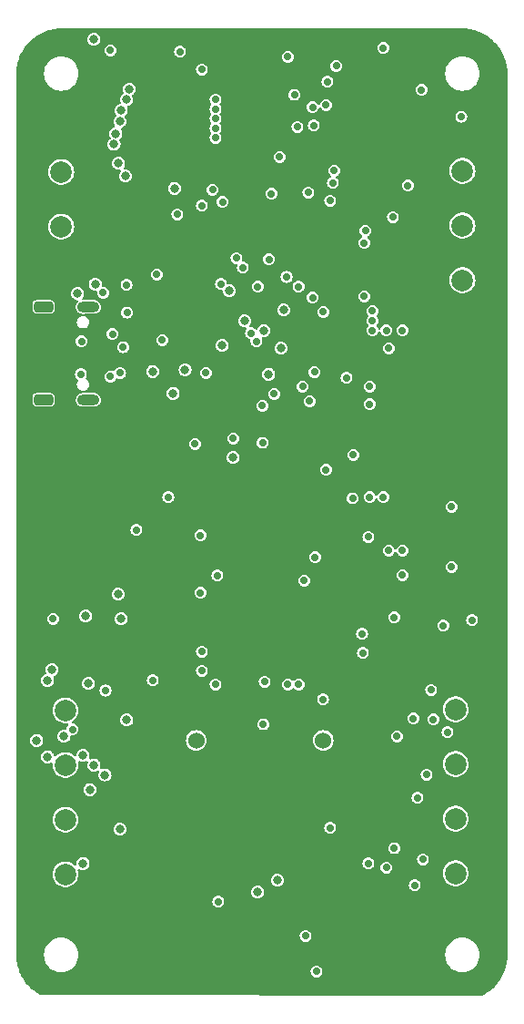
<source format=gbr>
%TF.GenerationSoftware,KiCad,Pcbnew,7.0.1*%
%TF.CreationDate,2024-01-06T20:51:44-05:00*%
%TF.ProjectId,Io-v2-Board,496f2d76-322d-4426-9f61-72642e6b6963,rev?*%
%TF.SameCoordinates,Original*%
%TF.FileFunction,Copper,L3,Inr*%
%TF.FilePolarity,Positive*%
%FSLAX46Y46*%
G04 Gerber Fmt 4.6, Leading zero omitted, Abs format (unit mm)*
G04 Created by KiCad (PCBNEW 7.0.1) date 2024-01-06 20:51:44*
%MOMM*%
%LPD*%
G01*
G04 APERTURE LIST*
G04 Aperture macros list*
%AMRoundRect*
0 Rectangle with rounded corners*
0 $1 Rounding radius*
0 $2 $3 $4 $5 $6 $7 $8 $9 X,Y pos of 4 corners*
0 Add a 4 corners polygon primitive as box body*
4,1,4,$2,$3,$4,$5,$6,$7,$8,$9,$2,$3,0*
0 Add four circle primitives for the rounded corners*
1,1,$1+$1,$2,$3*
1,1,$1+$1,$4,$5*
1,1,$1+$1,$6,$7*
1,1,$1+$1,$8,$9*
0 Add four rect primitives between the rounded corners*
20,1,$1+$1,$2,$3,$4,$5,0*
20,1,$1+$1,$4,$5,$6,$7,0*
20,1,$1+$1,$6,$7,$8,$9,0*
20,1,$1+$1,$8,$9,$2,$3,0*%
G04 Aperture macros list end*
%TA.AperFunction,ComponentPad*%
%ADD10RoundRect,0.250000X-0.650000X0.250000X-0.650000X-0.250000X0.650000X-0.250000X0.650000X0.250000X0*%
%TD*%
%TA.AperFunction,ComponentPad*%
%ADD11O,2.100000X1.000000*%
%TD*%
%TA.AperFunction,ComponentPad*%
%ADD12C,2.000000*%
%TD*%
%TA.AperFunction,ComponentPad*%
%ADD13C,1.524000*%
%TD*%
%TA.AperFunction,ViaPad*%
%ADD14C,0.700000*%
%TD*%
%TA.AperFunction,ViaPad*%
%ADD15C,0.800000*%
%TD*%
G04 APERTURE END LIST*
D10*
%TO.N,GND*%
%TO.C,J2*%
X96647000Y-70075000D03*
X96647000Y-61435000D03*
D11*
X100827000Y-70075000D03*
X100827000Y-61435000D03*
%TD*%
D12*
%TO.N,/VBAT*%
%TO.C,J1*%
X135636000Y-58955000D03*
%TO.N,GND*%
X135636000Y-53875000D03*
%TO.N,/VSW*%
X135636000Y-48795000D03*
%TD*%
%TO.N,/PYRO1_SW*%
%TO.C,J4*%
X98683000Y-98933000D03*
%TO.N,/VPYRO*%
X98683000Y-104013000D03*
%TO.N,/PYRO2_SW*%
X98683000Y-109093000D03*
%TO.N,/VPYRO*%
X98683000Y-114173000D03*
%TD*%
%TO.N,/VBAT*%
%TO.C,J3*%
X98302000Y-48895000D03*
%TO.N,GND*%
X98302000Y-53975000D03*
%TD*%
%TO.N,/PYRO3_SW*%
%TO.C,J5*%
X135001000Y-114073000D03*
%TO.N,/VPYRO*%
X135001000Y-108993000D03*
%TO.N,/PYRO4_SW*%
X135001000Y-103913000D03*
%TO.N,/VPYRO*%
X135001000Y-98833000D03*
%TD*%
D13*
%TO.N,/VPYRO*%
%TO.C,C2*%
X110871000Y-101732000D03*
%TO.N,GND*%
X122671000Y-101732000D03*
%TD*%
D14*
%TO.N,GND*%
X102870000Y-37592000D03*
%TO.N,/BOOT*%
X127000000Y-79121000D03*
X125423500Y-79219500D03*
%TO.N,Net-(U11-ANT)*%
X126873000Y-82828000D03*
%TO.N,GND*%
X112649000Y-45720000D03*
X112649000Y-42164000D03*
X119380000Y-38189500D03*
%TO.N,/VSW_DET*%
X123886832Y-39054168D03*
%TO.N,/VIN*%
X121696340Y-42888500D03*
X121793000Y-44577000D03*
%TO.N,GND*%
X111379000Y-39370000D03*
X116586000Y-59563000D03*
X131191000Y-115189000D03*
X112649000Y-43942000D03*
X109347000Y-37719000D03*
X129540000Y-101346000D03*
X104062500Y-65187881D03*
D15*
X100965000Y-106299000D03*
D14*
X136525000Y-90551000D03*
X110744000Y-74168000D03*
X120396000Y-96520000D03*
D15*
X103759000Y-109982000D03*
D14*
X112649000Y-96520000D03*
D15*
X106807000Y-67437000D03*
D14*
X114300000Y-73660000D03*
X129286000Y-90297000D03*
X104377988Y-59389820D03*
X124841000Y-68014500D03*
X112649000Y-44831000D03*
X128270000Y-37387000D03*
X126492000Y-55499000D03*
D15*
X100330000Y-113157000D03*
D14*
X120762500Y-68834000D03*
D15*
X101346000Y-104013000D03*
D14*
X131445000Y-107061000D03*
X134620000Y-80010000D03*
X111379000Y-95250000D03*
X111252000Y-82677000D03*
X112817766Y-86401766D03*
X117046692Y-74056862D03*
X120904000Y-86868000D03*
X117015647Y-70627147D03*
X129283477Y-111738092D03*
X97536000Y-90424000D03*
X122682000Y-61908000D03*
X122666459Y-97906693D03*
D15*
X104394000Y-99822000D03*
D14*
X106807000Y-96139000D03*
X112649000Y-43053000D03*
X132715000Y-97028000D03*
X130556000Y-50165000D03*
X132294500Y-104902000D03*
X115189000Y-57785000D03*
X111252000Y-88011000D03*
X118618000Y-47498000D03*
X116459000Y-64643000D03*
X135531489Y-43770385D03*
D15*
X103886000Y-90424000D03*
D14*
X112903000Y-116713000D03*
X121920000Y-84709000D03*
X100126500Y-67691000D03*
X102184307Y-60121693D03*
X111379000Y-93472000D03*
X134620000Y-85598000D03*
D15*
X108712000Y-69469000D03*
D14*
X126492000Y-60452000D03*
X102421516Y-97095484D03*
D15*
%TO.N,+3.3V*%
X127381000Y-90297000D03*
X105550000Y-90424000D03*
D14*
X136017000Y-89789000D03*
X123839767Y-66816767D03*
X116967000Y-46563002D03*
X106233000Y-37719000D03*
X110109000Y-70485000D03*
D15*
X121285000Y-90678000D03*
D14*
X120269000Y-100330000D03*
X118745000Y-122809000D03*
X128778000Y-55499000D03*
X119634000Y-52451000D03*
D15*
X118364000Y-85979000D03*
D14*
X126604500Y-58547000D03*
D15*
X111125000Y-90551000D03*
D14*
X118364000Y-72771000D03*
X116459000Y-61595000D03*
X127889000Y-92583000D03*
X130302000Y-38227000D03*
%TO.N,/VBUS*%
X103074500Y-63971119D03*
X104416017Y-61968483D03*
X102876500Y-67905500D03*
X120269000Y-44704000D03*
X109093000Y-52832000D03*
X107188000Y-58420000D03*
%TO.N,/VSW_D*%
X119988500Y-41719500D03*
X123063000Y-40513000D03*
D15*
%TO.N,/PYRO1*%
X103378000Y-45339000D03*
D14*
%TO.N,/PYRO1_SW*%
X99333500Y-100711000D03*
D15*
%TO.N,/PYRO2*%
X101457662Y-59324338D03*
X99822000Y-60198000D03*
X103213683Y-46324904D03*
X97440500Y-95153096D03*
X100330000Y-103124000D03*
D14*
%TO.N,/PYRO3*%
X126873000Y-113157000D03*
X128563500Y-113538000D03*
D15*
X103632000Y-48095500D03*
D14*
%TO.N,/PYRO3_SW*%
X131953000Y-112776000D03*
D15*
%TO.N,/PYRO4*%
X100838000Y-96430500D03*
X100584000Y-90170000D03*
X118410766Y-114718500D03*
X116586000Y-115824000D03*
X102363273Y-104929559D03*
X104267000Y-49276000D03*
X103584500Y-88138000D03*
D14*
%TO.N,/PYRO4_SW*%
X134239000Y-100965000D03*
%TO.N,/BOOT*%
X105283000Y-82169000D03*
X108261500Y-79121000D03*
X128778000Y-65278000D03*
X127253977Y-61809466D03*
%TO.N,/BUZZ_OUT*%
X130048000Y-86360000D03*
X123317000Y-109855000D03*
X130048000Y-63627000D03*
X122047000Y-123190000D03*
X128553500Y-63627000D03*
X127254000Y-63627000D03*
X130048000Y-84074000D03*
%TO.N,Net-(Q6-S)*%
X121031000Y-119888000D03*
%TO.N,/RST*%
X121680500Y-60579000D03*
X120381500Y-59563000D03*
X128778000Y-84074000D03*
X125476000Y-75184000D03*
X113298767Y-51674233D03*
X133858000Y-91059000D03*
X118110000Y-69533500D03*
%TO.N,/RF_DIO0*%
X126294500Y-91821000D03*
D15*
%TO.N,/SPI2_SCL*%
X113947500Y-59944000D03*
X108839000Y-50419000D03*
X118745000Y-65278000D03*
X117150765Y-63633029D03*
%TO.N,/SPI2_MOSI*%
X113284000Y-65024000D03*
X115357067Y-62741702D03*
X114300000Y-75438000D03*
X117602000Y-67691000D03*
D14*
%TO.N,/SPI2_MISO*%
X121871266Y-67485734D03*
X121412000Y-70206684D03*
%TO.N,/ACC_CS*%
X127000000Y-70485000D03*
X122936000Y-76581000D03*
%TO.N,/GYRO_CS*%
X119267767Y-58659233D03*
X115951000Y-63881000D03*
D15*
%TO.N,/GYRO_PLLFILT*%
X118999000Y-61722000D03*
D14*
%TO.N,/MAG_CS*%
X117616766Y-57008234D03*
X113157000Y-59309000D03*
X114597000Y-56896000D03*
X111760000Y-67564000D03*
D15*
%TO.N,/MAG_C*%
X109822971Y-67277971D03*
D14*
%TO.N,/RF_RST*%
X127254500Y-62708968D03*
%TO.N,/SPI3_MISO*%
X126604500Y-54356000D03*
%TO.N,/SPI3_MOSI*%
X123317000Y-51562000D03*
%TO.N,/SPI3_SCL*%
X121285000Y-50800000D03*
X129159000Y-53086000D03*
X128270000Y-79121000D03*
X123571000Y-49911000D03*
%TO.N,/I2C_SDA*%
X117221000Y-96266000D03*
X117095736Y-100223877D03*
X119380000Y-96520000D03*
%TO.N,/I2C_SCL*%
X126365000Y-93599000D03*
%TO.N,/FLASH_CS*%
X123698000Y-48768000D03*
D15*
%TO.N,/PYRO1_DET*%
X104627415Y-41202954D03*
%TO.N,/PYRO2_DET*%
X98552000Y-101346000D03*
X104391518Y-42174220D03*
X97028000Y-103251000D03*
%TO.N,/PYRO3_DET*%
X103886000Y-43180000D03*
%TO.N,/PYRO4_DET*%
X103759000Y-44196000D03*
X96012000Y-101727000D03*
D14*
X132925168Y-99778168D03*
D15*
X97028000Y-96139000D03*
D14*
X131064000Y-99695000D03*
%TO.N,/RF_CS*%
X127000000Y-68834000D03*
D15*
%TO.N,/VBAT*%
X101346000Y-36576000D03*
D14*
%TO.N,/VPYRO*%
X107696000Y-64516000D03*
X112379000Y-50546000D03*
X111379000Y-52032500D03*
X122936000Y-42672000D03*
X117856000Y-50927000D03*
%TO.N,/PLED_R*%
X131826000Y-41275000D03*
%TO.N,Net-(J2-CC1)*%
X100195054Y-64633769D03*
%TO.N,Net-(J2-CC2)*%
X103770284Y-67575284D03*
%TD*%
%TA.AperFunction,Conductor*%
%TO.N,+3.3V*%
G36*
X135638855Y-35560632D02*
G01*
X135808859Y-35568491D01*
X136023983Y-35579060D01*
X136034978Y-35580095D01*
X136222982Y-35606320D01*
X136224000Y-35606467D01*
X136419459Y-35635461D01*
X136429630Y-35637408D01*
X136617832Y-35681673D01*
X136619403Y-35682054D01*
X136807751Y-35729233D01*
X136816976Y-35731929D01*
X137001631Y-35793819D01*
X137003940Y-35794619D01*
X137185349Y-35859528D01*
X137193608Y-35862825D01*
X137372397Y-35941768D01*
X137375259Y-35943076D01*
X137548759Y-36025135D01*
X137556081Y-36028901D01*
X137727184Y-36124205D01*
X137730577Y-36126165D01*
X137894796Y-36224595D01*
X137901074Y-36228622D01*
X138062877Y-36339460D01*
X138066667Y-36342161D01*
X138220217Y-36456042D01*
X138225566Y-36460242D01*
X138340336Y-36555545D01*
X138364969Y-36576000D01*
X138376551Y-36585617D01*
X138380608Y-36589137D01*
X138522159Y-36717431D01*
X138526567Y-36721628D01*
X138665370Y-36860431D01*
X138669567Y-36864839D01*
X138797861Y-37006390D01*
X138801381Y-37010447D01*
X138926756Y-37161432D01*
X138930956Y-37166781D01*
X139044837Y-37320331D01*
X139047538Y-37324121D01*
X139158363Y-37485904D01*
X139162414Y-37492220D01*
X139185484Y-37530709D01*
X139260823Y-37656405D01*
X139262793Y-37659814D01*
X139358097Y-37830917D01*
X139361863Y-37838239D01*
X139443907Y-38011706D01*
X139445246Y-38014637D01*
X139524162Y-38193364D01*
X139527480Y-38201676D01*
X139592374Y-38383045D01*
X139593194Y-38385412D01*
X139655059Y-38569990D01*
X139657771Y-38579268D01*
X139704928Y-38767531D01*
X139705350Y-38769270D01*
X139749587Y-38957354D01*
X139751539Y-38967550D01*
X139780530Y-39162995D01*
X139780683Y-39164057D01*
X139806900Y-39351994D01*
X139807940Y-39363041D01*
X139818513Y-39578250D01*
X139819080Y-39590498D01*
X139826368Y-39748146D01*
X139826500Y-39753870D01*
X139828422Y-121663067D01*
X139828285Y-121668907D01*
X139820441Y-121835350D01*
X139820423Y-121835715D01*
X139809101Y-122061810D01*
X139808021Y-122073068D01*
X139781114Y-122262261D01*
X139780955Y-122263343D01*
X139750465Y-122464948D01*
X139748438Y-122475334D01*
X139702829Y-122665445D01*
X139702390Y-122667215D01*
X139653009Y-122860470D01*
X139650193Y-122869911D01*
X139586317Y-123056616D01*
X139585465Y-123059023D01*
X139517658Y-123244648D01*
X139514215Y-123253097D01*
X139432679Y-123433820D01*
X139431289Y-123436795D01*
X139345698Y-123613844D01*
X139341792Y-123621272D01*
X139243328Y-123794043D01*
X139241284Y-123797498D01*
X139138726Y-123964633D01*
X139134518Y-123971037D01*
X139020081Y-124134013D01*
X139017281Y-124137843D01*
X138898714Y-124293668D01*
X138894363Y-124299066D01*
X138764994Y-124450689D01*
X138761351Y-124454773D01*
X138627909Y-124597868D01*
X138623564Y-124602299D01*
X138480453Y-124741137D01*
X138475895Y-124745343D01*
X138328845Y-124874373D01*
X138324652Y-124877892D01*
X138169150Y-125002633D01*
X138163622Y-125006818D01*
X138004320Y-125120581D01*
X138000408Y-125123264D01*
X137834004Y-125232736D01*
X137827475Y-125236748D01*
X137657295Y-125334205D01*
X137653779Y-125336143D01*
X137478143Y-125429308D01*
X137470602Y-125432987D01*
X137414449Y-125458065D01*
X137363541Y-125468843D01*
X96351343Y-125355549D01*
X96291347Y-125339878D01*
X96206819Y-125292796D01*
X96203409Y-125290825D01*
X96039243Y-125192428D01*
X96032915Y-125188369D01*
X95871104Y-125077525D01*
X95867314Y-125074824D01*
X95713781Y-124960956D01*
X95708432Y-124956756D01*
X95557447Y-124831381D01*
X95553390Y-124827861D01*
X95411839Y-124699567D01*
X95407431Y-124695370D01*
X95268628Y-124556567D01*
X95264431Y-124552159D01*
X95136137Y-124410608D01*
X95132617Y-124406551D01*
X95007242Y-124255566D01*
X95003042Y-124250217D01*
X94889161Y-124096667D01*
X94886460Y-124092877D01*
X94848388Y-124037299D01*
X94775622Y-123931074D01*
X94771595Y-123924796D01*
X94673165Y-123760577D01*
X94671205Y-123757184D01*
X94575901Y-123586081D01*
X94572135Y-123578759D01*
X94503584Y-123433820D01*
X94490076Y-123405259D01*
X94488768Y-123402397D01*
X94409825Y-123223608D01*
X94406528Y-123215349D01*
X94341619Y-123033940D01*
X94340819Y-123031631D01*
X94278929Y-122846976D01*
X94276233Y-122837751D01*
X94229054Y-122649403D01*
X94228673Y-122647832D01*
X94184408Y-122459630D01*
X94182459Y-122449448D01*
X94153468Y-122254003D01*
X94153315Y-122252941D01*
X94152305Y-122245701D01*
X94127095Y-122064978D01*
X94126060Y-122053983D01*
X94115488Y-121838790D01*
X94107632Y-121668855D01*
X94107566Y-121666000D01*
X96692551Y-121666000D01*
X96712317Y-121917149D01*
X96771126Y-122162110D01*
X96819330Y-122278484D01*
X96867534Y-122394859D01*
X96999164Y-122609659D01*
X97162776Y-122801224D01*
X97354341Y-122964836D01*
X97569141Y-123096466D01*
X97801889Y-123192873D01*
X98046852Y-123251683D01*
X98235118Y-123266500D01*
X98360879Y-123266500D01*
X98360882Y-123266500D01*
X98549148Y-123251683D01*
X98794111Y-123192873D01*
X98801049Y-123189999D01*
X121491749Y-123189999D01*
X121510670Y-123333709D01*
X121566137Y-123467622D01*
X121566138Y-123467624D01*
X121566139Y-123467625D01*
X121654379Y-123582621D01*
X121769375Y-123670861D01*
X121903291Y-123726330D01*
X122047000Y-123745250D01*
X122190709Y-123726330D01*
X122324625Y-123670861D01*
X122439621Y-123582621D01*
X122527861Y-123467625D01*
X122583330Y-123333709D01*
X122602250Y-123190000D01*
X122583330Y-123046291D01*
X122527861Y-122912375D01*
X122439621Y-122797379D01*
X122324625Y-122709139D01*
X122324624Y-122709138D01*
X122324622Y-122709137D01*
X122190709Y-122653670D01*
X122047000Y-122634749D01*
X121903290Y-122653670D01*
X121769377Y-122709137D01*
X121654379Y-122797379D01*
X121566137Y-122912377D01*
X121510670Y-123046290D01*
X121491749Y-123189999D01*
X98801049Y-123189999D01*
X99026859Y-123096466D01*
X99241659Y-122964836D01*
X99433224Y-122801224D01*
X99596836Y-122609659D01*
X99728466Y-122394859D01*
X99824873Y-122162111D01*
X99883683Y-121917148D01*
X99903449Y-121666000D01*
X99903449Y-121665999D01*
X134030551Y-121665999D01*
X134050317Y-121917149D01*
X134109126Y-122162110D01*
X134157330Y-122278484D01*
X134205534Y-122394859D01*
X134337164Y-122609659D01*
X134500776Y-122801224D01*
X134692341Y-122964836D01*
X134907141Y-123096466D01*
X135139889Y-123192873D01*
X135384852Y-123251683D01*
X135573118Y-123266500D01*
X135698879Y-123266500D01*
X135698882Y-123266500D01*
X135887148Y-123251683D01*
X136132111Y-123192873D01*
X136364859Y-123096466D01*
X136579659Y-122964836D01*
X136771224Y-122801224D01*
X136934836Y-122609659D01*
X137066466Y-122394859D01*
X137162873Y-122162111D01*
X137221683Y-121917148D01*
X137241449Y-121666000D01*
X137221683Y-121414852D01*
X137162873Y-121169889D01*
X137066466Y-120937141D01*
X136934836Y-120722341D01*
X136771224Y-120530776D01*
X136579659Y-120367164D01*
X136364859Y-120235534D01*
X136248485Y-120187330D01*
X136132110Y-120139126D01*
X135887149Y-120080317D01*
X135840081Y-120076612D01*
X135698882Y-120065500D01*
X135573118Y-120065500D01*
X135460158Y-120074390D01*
X135384850Y-120080317D01*
X135139889Y-120139126D01*
X134907139Y-120235535D01*
X134692342Y-120367163D01*
X134500776Y-120530776D01*
X134337163Y-120722342D01*
X134205535Y-120937139D01*
X134109126Y-121169889D01*
X134050317Y-121414850D01*
X134030551Y-121665999D01*
X99903449Y-121665999D01*
X99883683Y-121414852D01*
X99824873Y-121169889D01*
X99728466Y-120937141D01*
X99596836Y-120722341D01*
X99433224Y-120530776D01*
X99241659Y-120367164D01*
X99026859Y-120235534D01*
X98910485Y-120187330D01*
X98794110Y-120139126D01*
X98549149Y-120080317D01*
X98502081Y-120076612D01*
X98360882Y-120065500D01*
X98235118Y-120065500D01*
X98122158Y-120074390D01*
X98046850Y-120080317D01*
X97801889Y-120139126D01*
X97569139Y-120235535D01*
X97354342Y-120367163D01*
X97162776Y-120530776D01*
X96999163Y-120722342D01*
X96867535Y-120937139D01*
X96771126Y-121169889D01*
X96712317Y-121414850D01*
X96692551Y-121666000D01*
X94107566Y-121666000D01*
X94107500Y-121663129D01*
X94107500Y-119888000D01*
X120475749Y-119888000D01*
X120494670Y-120031709D01*
X120550137Y-120165622D01*
X120550138Y-120165624D01*
X120550139Y-120165625D01*
X120638379Y-120280621D01*
X120753375Y-120368861D01*
X120887291Y-120424330D01*
X121031000Y-120443250D01*
X121174709Y-120424330D01*
X121308625Y-120368861D01*
X121423621Y-120280621D01*
X121511861Y-120165625D01*
X121567330Y-120031709D01*
X121586250Y-119888000D01*
X121567330Y-119744291D01*
X121511861Y-119610375D01*
X121423621Y-119495379D01*
X121308625Y-119407139D01*
X121308624Y-119407138D01*
X121308622Y-119407137D01*
X121174709Y-119351670D01*
X121031000Y-119332749D01*
X120887290Y-119351670D01*
X120753377Y-119407137D01*
X120638379Y-119495379D01*
X120550137Y-119610377D01*
X120494670Y-119744290D01*
X120475749Y-119888000D01*
X94107500Y-119888000D01*
X94107500Y-116713000D01*
X112347749Y-116713000D01*
X112366670Y-116856709D01*
X112422137Y-116990622D01*
X112422138Y-116990624D01*
X112422139Y-116990625D01*
X112510379Y-117105621D01*
X112625375Y-117193861D01*
X112759291Y-117249330D01*
X112903000Y-117268250D01*
X113046709Y-117249330D01*
X113180625Y-117193861D01*
X113295621Y-117105621D01*
X113383861Y-116990625D01*
X113439330Y-116856709D01*
X113458250Y-116713000D01*
X113439330Y-116569291D01*
X113383861Y-116435375D01*
X113295621Y-116320379D01*
X113180625Y-116232139D01*
X113180624Y-116232138D01*
X113180622Y-116232137D01*
X113046709Y-116176670D01*
X112903000Y-116157749D01*
X112759290Y-116176670D01*
X112625377Y-116232137D01*
X112510379Y-116320379D01*
X112422137Y-116435377D01*
X112366670Y-116569290D01*
X112347749Y-116713000D01*
X94107500Y-116713000D01*
X94107500Y-115824000D01*
X115980317Y-115824000D01*
X116000956Y-115980762D01*
X116061463Y-116126840D01*
X116157717Y-116252282D01*
X116246464Y-116320379D01*
X116283159Y-116348536D01*
X116429238Y-116409044D01*
X116586000Y-116429682D01*
X116742762Y-116409044D01*
X116888841Y-116348536D01*
X117014282Y-116252282D01*
X117110536Y-116126841D01*
X117171044Y-115980762D01*
X117191682Y-115824000D01*
X117171044Y-115667238D01*
X117110536Y-115521159D01*
X117068691Y-115466625D01*
X117014282Y-115395717D01*
X116888840Y-115299463D01*
X116742762Y-115238956D01*
X116586000Y-115218317D01*
X116429237Y-115238956D01*
X116283159Y-115299463D01*
X116157717Y-115395717D01*
X116061463Y-115521159D01*
X116000956Y-115667237D01*
X115980317Y-115824000D01*
X94107500Y-115824000D01*
X94107500Y-114173000D01*
X97477357Y-114173000D01*
X97479300Y-114193964D01*
X97497885Y-114394537D01*
X97558769Y-114608526D01*
X97657941Y-114807688D01*
X97792019Y-114985237D01*
X97956437Y-115135124D01*
X98145595Y-115252245D01*
X98145597Y-115252245D01*
X98145599Y-115252247D01*
X98353060Y-115332618D01*
X98571757Y-115373500D01*
X98794241Y-115373500D01*
X98794243Y-115373500D01*
X99012940Y-115332618D01*
X99220401Y-115252247D01*
X99409562Y-115135124D01*
X99573981Y-114985236D01*
X99708058Y-114807689D01*
X99752469Y-114718500D01*
X117805083Y-114718500D01*
X117825722Y-114875262D01*
X117886229Y-115021340D01*
X117982483Y-115146782D01*
X118075710Y-115218317D01*
X118107925Y-115243036D01*
X118254004Y-115303544D01*
X118410766Y-115324182D01*
X118567528Y-115303544D01*
X118713607Y-115243036D01*
X118784028Y-115189000D01*
X130635749Y-115189000D01*
X130654670Y-115332709D01*
X130710137Y-115466622D01*
X130710138Y-115466624D01*
X130710139Y-115466625D01*
X130798379Y-115581621D01*
X130913375Y-115669861D01*
X131047291Y-115725330D01*
X131191000Y-115744250D01*
X131334709Y-115725330D01*
X131468625Y-115669861D01*
X131583621Y-115581621D01*
X131671861Y-115466625D01*
X131727330Y-115332709D01*
X131746250Y-115189000D01*
X131727330Y-115045291D01*
X131671861Y-114911375D01*
X131583621Y-114796379D01*
X131468625Y-114708139D01*
X131468624Y-114708138D01*
X131468622Y-114708137D01*
X131334709Y-114652670D01*
X131191000Y-114633749D01*
X131047290Y-114652670D01*
X130913377Y-114708137D01*
X130798379Y-114796379D01*
X130710137Y-114911377D01*
X130654670Y-115045290D01*
X130635749Y-115189000D01*
X118784028Y-115189000D01*
X118839048Y-115146782D01*
X118935302Y-115021341D01*
X118995810Y-114875262D01*
X119016448Y-114718500D01*
X118995810Y-114561738D01*
X118935302Y-114415659D01*
X118919094Y-114394536D01*
X118839048Y-114290217D01*
X118713606Y-114193963D01*
X118567528Y-114133456D01*
X118410766Y-114112817D01*
X118254003Y-114133456D01*
X118107925Y-114193963D01*
X117982483Y-114290217D01*
X117886229Y-114415659D01*
X117825722Y-114561737D01*
X117805083Y-114718500D01*
X99752469Y-114718500D01*
X99807229Y-114608528D01*
X99868115Y-114394536D01*
X99888643Y-114173000D01*
X99868115Y-113951464D01*
X99839662Y-113851462D01*
X99827997Y-113810462D01*
X99826342Y-113749068D01*
X99854351Y-113694410D01*
X99905153Y-113659897D01*
X99966285Y-113653996D01*
X100022749Y-113678152D01*
X100027159Y-113681536D01*
X100027160Y-113681536D01*
X100027161Y-113681537D01*
X100055630Y-113693329D01*
X100173238Y-113742044D01*
X100330000Y-113762682D01*
X100486762Y-113742044D01*
X100632841Y-113681536D01*
X100758282Y-113585282D01*
X100854536Y-113459841D01*
X100915044Y-113313762D01*
X100935682Y-113157000D01*
X100935682Y-113156999D01*
X126317749Y-113156999D01*
X126336670Y-113300709D01*
X126392137Y-113434622D01*
X126392138Y-113434624D01*
X126392139Y-113434625D01*
X126480379Y-113549621D01*
X126595375Y-113637861D01*
X126729291Y-113693330D01*
X126873000Y-113712250D01*
X127016709Y-113693330D01*
X127150625Y-113637861D01*
X127265621Y-113549621D01*
X127274539Y-113537999D01*
X128008249Y-113537999D01*
X128027170Y-113681709D01*
X128082637Y-113815622D01*
X128082638Y-113815624D01*
X128082639Y-113815625D01*
X128170879Y-113930621D01*
X128285875Y-114018861D01*
X128419791Y-114074330D01*
X128563500Y-114093250D01*
X128707209Y-114074330D01*
X128710420Y-114073000D01*
X133795357Y-114073000D01*
X133815885Y-114294537D01*
X133876769Y-114508526D01*
X133975941Y-114707688D01*
X134110019Y-114885237D01*
X134274437Y-115035124D01*
X134463595Y-115152245D01*
X134463597Y-115152245D01*
X134463599Y-115152247D01*
X134671060Y-115232618D01*
X134889757Y-115273500D01*
X135112241Y-115273500D01*
X135112243Y-115273500D01*
X135330940Y-115232618D01*
X135538401Y-115152247D01*
X135727562Y-115035124D01*
X135891981Y-114885236D01*
X136026058Y-114707689D01*
X136125229Y-114508528D01*
X136186115Y-114294536D01*
X136206643Y-114073000D01*
X136186115Y-113851464D01*
X136153682Y-113737473D01*
X136125230Y-113637473D01*
X136026058Y-113438311D01*
X135891980Y-113260762D01*
X135727562Y-113110875D01*
X135538404Y-112993754D01*
X135477174Y-112970033D01*
X135330940Y-112913382D01*
X135112243Y-112872500D01*
X134889757Y-112872500D01*
X134671059Y-112913382D01*
X134671060Y-112913382D01*
X134463595Y-112993754D01*
X134274437Y-113110875D01*
X134110019Y-113260762D01*
X133975941Y-113438311D01*
X133876769Y-113637473D01*
X133815885Y-113851462D01*
X133795357Y-114073000D01*
X128710420Y-114073000D01*
X128841125Y-114018861D01*
X128956121Y-113930621D01*
X129044361Y-113815625D01*
X129099830Y-113681709D01*
X129118750Y-113538000D01*
X129099830Y-113394291D01*
X129044361Y-113260375D01*
X128956121Y-113145379D01*
X128841125Y-113057139D01*
X128841124Y-113057138D01*
X128841122Y-113057137D01*
X128707209Y-113001670D01*
X128563500Y-112982749D01*
X128419790Y-113001670D01*
X128285877Y-113057137D01*
X128170879Y-113145379D01*
X128082637Y-113260377D01*
X128027170Y-113394290D01*
X128008249Y-113537999D01*
X127274539Y-113537999D01*
X127353861Y-113434625D01*
X127409330Y-113300709D01*
X127428250Y-113157000D01*
X127409330Y-113013291D01*
X127353861Y-112879375D01*
X127274538Y-112776000D01*
X131397749Y-112776000D01*
X131416670Y-112919709D01*
X131472137Y-113053622D01*
X131472138Y-113053624D01*
X131472139Y-113053625D01*
X131560379Y-113168621D01*
X131675375Y-113256861D01*
X131675376Y-113256861D01*
X131675377Y-113256862D01*
X131684793Y-113260762D01*
X131809291Y-113312330D01*
X131953000Y-113331250D01*
X132096709Y-113312330D01*
X132230625Y-113256861D01*
X132345621Y-113168621D01*
X132433861Y-113053625D01*
X132489330Y-112919709D01*
X132508250Y-112776000D01*
X132489330Y-112632291D01*
X132433861Y-112498375D01*
X132345621Y-112383379D01*
X132230625Y-112295139D01*
X132230624Y-112295138D01*
X132230622Y-112295137D01*
X132096709Y-112239670D01*
X131953000Y-112220749D01*
X131809290Y-112239670D01*
X131675377Y-112295137D01*
X131560379Y-112383379D01*
X131472137Y-112498377D01*
X131416670Y-112632290D01*
X131397749Y-112776000D01*
X127274538Y-112776000D01*
X127265621Y-112764379D01*
X127150625Y-112676139D01*
X127150624Y-112676138D01*
X127150622Y-112676137D01*
X127016709Y-112620670D01*
X126873000Y-112601749D01*
X126729290Y-112620670D01*
X126595377Y-112676137D01*
X126480379Y-112764379D01*
X126392137Y-112879377D01*
X126336670Y-113013290D01*
X126317749Y-113156999D01*
X100935682Y-113156999D01*
X100915044Y-113000238D01*
X100854536Y-112854159D01*
X100785646Y-112764379D01*
X100758282Y-112728717D01*
X100632840Y-112632463D01*
X100486762Y-112571956D01*
X100330000Y-112551317D01*
X100173237Y-112571956D01*
X100027159Y-112632463D01*
X99901717Y-112728717D01*
X99805463Y-112854159D01*
X99744956Y-113000237D01*
X99724317Y-113157001D01*
X99731014Y-113207869D01*
X99724244Y-113267420D01*
X99690334Y-113316840D01*
X99637207Y-113344582D01*
X99577274Y-113344167D01*
X99524539Y-113315691D01*
X99409562Y-113210876D01*
X99409559Y-113210873D01*
X99220404Y-113093754D01*
X99159174Y-113070033D01*
X99012940Y-113013382D01*
X98794243Y-112972500D01*
X98571757Y-112972500D01*
X98353552Y-113013290D01*
X98353060Y-113013382D01*
X98145595Y-113093754D01*
X97956437Y-113210875D01*
X97792019Y-113360762D01*
X97657941Y-113538311D01*
X97558769Y-113737473D01*
X97497885Y-113951462D01*
X97481021Y-114133456D01*
X97477357Y-114173000D01*
X94107500Y-114173000D01*
X94107500Y-111738092D01*
X128728226Y-111738092D01*
X128747147Y-111881801D01*
X128802614Y-112015714D01*
X128802615Y-112015716D01*
X128802616Y-112015717D01*
X128890856Y-112130713D01*
X129005852Y-112218953D01*
X129139768Y-112274422D01*
X129283477Y-112293342D01*
X129427186Y-112274422D01*
X129561102Y-112218953D01*
X129676098Y-112130713D01*
X129764338Y-112015717D01*
X129819807Y-111881801D01*
X129838727Y-111738092D01*
X129819807Y-111594383D01*
X129764338Y-111460467D01*
X129676098Y-111345471D01*
X129561102Y-111257231D01*
X129561101Y-111257230D01*
X129561099Y-111257229D01*
X129427186Y-111201762D01*
X129283477Y-111182841D01*
X129139767Y-111201762D01*
X129005854Y-111257229D01*
X128890856Y-111345471D01*
X128802614Y-111460469D01*
X128747147Y-111594382D01*
X128728226Y-111738092D01*
X94107500Y-111738092D01*
X94107500Y-109093000D01*
X97477357Y-109093000D01*
X97497885Y-109314537D01*
X97558769Y-109528526D01*
X97657941Y-109727688D01*
X97792019Y-109905237D01*
X97956437Y-110055124D01*
X98145595Y-110172245D01*
X98145597Y-110172245D01*
X98145599Y-110172247D01*
X98353060Y-110252618D01*
X98571757Y-110293500D01*
X98794241Y-110293500D01*
X98794243Y-110293500D01*
X99012940Y-110252618D01*
X99220401Y-110172247D01*
X99409562Y-110055124D01*
X99489776Y-109981999D01*
X103153317Y-109981999D01*
X103173956Y-110138762D01*
X103234463Y-110284840D01*
X103330717Y-110410282D01*
X103456158Y-110506535D01*
X103456159Y-110506536D01*
X103602238Y-110567044D01*
X103759000Y-110587682D01*
X103915762Y-110567044D01*
X104061841Y-110506536D01*
X104187282Y-110410282D01*
X104283536Y-110284841D01*
X104344044Y-110138762D01*
X104364682Y-109982000D01*
X104347962Y-109854999D01*
X122761749Y-109854999D01*
X122780670Y-109998709D01*
X122836137Y-110132622D01*
X122836138Y-110132624D01*
X122836139Y-110132625D01*
X122924379Y-110247621D01*
X123039375Y-110335861D01*
X123173291Y-110391330D01*
X123317000Y-110410250D01*
X123460709Y-110391330D01*
X123594625Y-110335861D01*
X123709621Y-110247621D01*
X123797861Y-110132625D01*
X123853330Y-109998709D01*
X123872250Y-109855000D01*
X123853330Y-109711291D01*
X123797861Y-109577375D01*
X123709621Y-109462379D01*
X123594625Y-109374139D01*
X123594624Y-109374138D01*
X123594622Y-109374137D01*
X123460709Y-109318670D01*
X123317000Y-109299749D01*
X123173290Y-109318670D01*
X123039377Y-109374137D01*
X122924379Y-109462379D01*
X122836137Y-109577377D01*
X122780670Y-109711290D01*
X122761749Y-109854999D01*
X104347962Y-109854999D01*
X104344044Y-109825238D01*
X104283536Y-109679159D01*
X104244041Y-109627688D01*
X104187282Y-109553717D01*
X104061840Y-109457463D01*
X103915762Y-109396956D01*
X103759000Y-109376317D01*
X103602237Y-109396956D01*
X103456159Y-109457463D01*
X103330717Y-109553717D01*
X103234463Y-109679159D01*
X103173956Y-109825237D01*
X103153317Y-109981999D01*
X99489776Y-109981999D01*
X99573981Y-109905236D01*
X99708058Y-109727689D01*
X99807229Y-109528528D01*
X99827449Y-109457464D01*
X99850536Y-109376318D01*
X99868115Y-109314536D01*
X99888643Y-109093000D01*
X99879377Y-108993000D01*
X133795357Y-108993000D01*
X133815885Y-109214537D01*
X133876769Y-109428526D01*
X133975941Y-109627688D01*
X134110019Y-109805237D01*
X134274437Y-109955124D01*
X134463595Y-110072245D01*
X134463597Y-110072245D01*
X134463599Y-110072247D01*
X134671060Y-110152618D01*
X134889757Y-110193500D01*
X135112241Y-110193500D01*
X135112243Y-110193500D01*
X135330940Y-110152618D01*
X135538401Y-110072247D01*
X135727562Y-109955124D01*
X135891981Y-109805236D01*
X136026058Y-109627689D01*
X136125229Y-109428528D01*
X136186115Y-109214536D01*
X136206643Y-108993000D01*
X136186115Y-108771464D01*
X136153682Y-108657473D01*
X136125230Y-108557473D01*
X136026058Y-108358311D01*
X135891980Y-108180762D01*
X135727562Y-108030875D01*
X135538404Y-107913754D01*
X135477174Y-107890033D01*
X135330940Y-107833382D01*
X135112243Y-107792500D01*
X134889757Y-107792500D01*
X134671059Y-107833382D01*
X134671060Y-107833382D01*
X134463595Y-107913754D01*
X134274437Y-108030875D01*
X134110019Y-108180762D01*
X133975941Y-108358311D01*
X133876769Y-108557473D01*
X133815885Y-108771462D01*
X133795357Y-108993000D01*
X99879377Y-108993000D01*
X99868115Y-108871464D01*
X99839662Y-108771462D01*
X99807230Y-108657473D01*
X99708058Y-108458311D01*
X99573980Y-108280762D01*
X99409562Y-108130875D01*
X99220404Y-108013754D01*
X99159174Y-107990033D01*
X99012940Y-107933382D01*
X98794243Y-107892500D01*
X98571757Y-107892500D01*
X98353059Y-107933382D01*
X98353060Y-107933382D01*
X98145595Y-108013754D01*
X97956437Y-108130875D01*
X97792019Y-108280762D01*
X97657941Y-108458311D01*
X97558769Y-108657473D01*
X97497885Y-108871462D01*
X97477357Y-109093000D01*
X94107500Y-109093000D01*
X94107500Y-107061000D01*
X130889749Y-107061000D01*
X130908670Y-107204709D01*
X130964137Y-107338622D01*
X130964138Y-107338624D01*
X130964139Y-107338625D01*
X131052379Y-107453621D01*
X131167375Y-107541861D01*
X131301291Y-107597330D01*
X131445000Y-107616250D01*
X131588709Y-107597330D01*
X131722625Y-107541861D01*
X131837621Y-107453621D01*
X131925861Y-107338625D01*
X131981330Y-107204709D01*
X132000250Y-107061000D01*
X131981330Y-106917291D01*
X131925861Y-106783375D01*
X131837621Y-106668379D01*
X131722625Y-106580139D01*
X131722624Y-106580138D01*
X131722622Y-106580137D01*
X131588709Y-106524670D01*
X131445000Y-106505749D01*
X131301290Y-106524670D01*
X131167377Y-106580137D01*
X131052379Y-106668379D01*
X130964137Y-106783377D01*
X130908670Y-106917290D01*
X130889749Y-107061000D01*
X94107500Y-107061000D01*
X94107500Y-106298999D01*
X100359317Y-106298999D01*
X100379956Y-106455762D01*
X100440463Y-106601840D01*
X100536717Y-106727282D01*
X100662159Y-106823536D01*
X100808238Y-106884044D01*
X100965000Y-106904682D01*
X101121762Y-106884044D01*
X101267841Y-106823536D01*
X101393282Y-106727282D01*
X101489536Y-106601841D01*
X101550044Y-106455762D01*
X101570682Y-106299000D01*
X101550044Y-106142238D01*
X101489536Y-105996159D01*
X101489535Y-105996158D01*
X101393282Y-105870717D01*
X101267840Y-105774463D01*
X101121762Y-105713956D01*
X100965000Y-105693317D01*
X100808237Y-105713956D01*
X100662159Y-105774463D01*
X100536717Y-105870717D01*
X100440463Y-105996159D01*
X100379956Y-106142237D01*
X100359317Y-106298999D01*
X94107500Y-106298999D01*
X94107500Y-103250999D01*
X96422317Y-103250999D01*
X96442956Y-103407762D01*
X96503463Y-103553840D01*
X96599717Y-103679282D01*
X96669512Y-103732837D01*
X96725159Y-103775536D01*
X96871238Y-103836044D01*
X97028000Y-103856682D01*
X97184762Y-103836044D01*
X97316202Y-103781599D01*
X97378653Y-103773072D01*
X97437230Y-103796350D01*
X97476795Y-103845420D01*
X97487123Y-103907602D01*
X97477357Y-104012999D01*
X97497885Y-104234537D01*
X97558769Y-104448526D01*
X97657941Y-104647688D01*
X97792019Y-104825237D01*
X97956437Y-104975124D01*
X98145595Y-105092245D01*
X98145597Y-105092245D01*
X98145599Y-105092247D01*
X98353060Y-105172618D01*
X98571757Y-105213500D01*
X98794241Y-105213500D01*
X98794243Y-105213500D01*
X99012940Y-105172618D01*
X99220401Y-105092247D01*
X99409562Y-104975124D01*
X99573981Y-104825236D01*
X99708058Y-104647689D01*
X99807229Y-104448528D01*
X99815023Y-104421137D01*
X99842695Y-104323877D01*
X99868115Y-104234536D01*
X99888643Y-104013000D01*
X99868115Y-103791464D01*
X99867055Y-103780023D01*
X99871000Y-103779657D01*
X99871129Y-103732837D01*
X99907720Y-103674855D01*
X99969527Y-103645180D01*
X100037653Y-103652882D01*
X100173238Y-103709044D01*
X100330000Y-103729682D01*
X100486762Y-103709044D01*
X100614766Y-103656022D01*
X100671947Y-103646966D01*
X100727007Y-103664856D01*
X100767945Y-103705793D01*
X100785836Y-103760854D01*
X100776779Y-103818035D01*
X100760957Y-103856237D01*
X100760956Y-103856239D01*
X100740317Y-104012999D01*
X100760956Y-104169762D01*
X100821463Y-104315840D01*
X100917717Y-104441282D01*
X100995904Y-104501276D01*
X101043159Y-104537536D01*
X101189238Y-104598044D01*
X101346000Y-104618682D01*
X101502762Y-104598044D01*
X101646081Y-104538678D01*
X101703263Y-104529622D01*
X101758323Y-104547512D01*
X101799261Y-104588450D01*
X101817152Y-104643510D01*
X101808096Y-104700692D01*
X101778228Y-104772799D01*
X101757590Y-104929558D01*
X101778229Y-105086321D01*
X101838736Y-105232399D01*
X101934990Y-105357841D01*
X102060432Y-105454095D01*
X102206511Y-105514603D01*
X102363273Y-105535241D01*
X102520035Y-105514603D01*
X102666114Y-105454095D01*
X102791555Y-105357841D01*
X102887809Y-105232400D01*
X102948317Y-105086321D01*
X102968955Y-104929559D01*
X102965327Y-104902000D01*
X131739249Y-104902000D01*
X131758170Y-105045709D01*
X131813637Y-105179622D01*
X131813638Y-105179624D01*
X131813639Y-105179625D01*
X131901879Y-105294621D01*
X132016875Y-105382861D01*
X132150791Y-105438330D01*
X132294500Y-105457250D01*
X132438209Y-105438330D01*
X132572125Y-105382861D01*
X132687121Y-105294621D01*
X132775361Y-105179625D01*
X132830830Y-105045709D01*
X132849750Y-104902000D01*
X132830830Y-104758291D01*
X132783287Y-104643510D01*
X132775362Y-104624377D01*
X132775361Y-104624376D01*
X132775361Y-104624375D01*
X132687121Y-104509379D01*
X132572125Y-104421139D01*
X132572124Y-104421138D01*
X132572122Y-104421137D01*
X132438209Y-104365670D01*
X132294500Y-104346749D01*
X132150790Y-104365670D01*
X132016877Y-104421137D01*
X131901879Y-104509379D01*
X131813637Y-104624377D01*
X131758170Y-104758290D01*
X131739249Y-104902000D01*
X102965327Y-104902000D01*
X102948317Y-104772797D01*
X102887809Y-104626718D01*
X102858445Y-104588450D01*
X102791555Y-104501276D01*
X102666113Y-104405022D01*
X102520035Y-104344515D01*
X102363273Y-104323876D01*
X102206510Y-104344515D01*
X102063190Y-104403879D01*
X102006008Y-104412936D01*
X101950947Y-104395045D01*
X101910010Y-104354107D01*
X101892120Y-104299046D01*
X101901176Y-104241868D01*
X101931044Y-104169762D01*
X101951682Y-104013000D01*
X101938517Y-103912999D01*
X133795357Y-103912999D01*
X133815885Y-104134537D01*
X133876769Y-104348526D01*
X133975941Y-104547688D01*
X134110019Y-104725237D01*
X134274437Y-104875124D01*
X134463595Y-104992245D01*
X134463597Y-104992245D01*
X134463599Y-104992247D01*
X134671060Y-105072618D01*
X134889757Y-105113500D01*
X135112241Y-105113500D01*
X135112243Y-105113500D01*
X135330940Y-105072618D01*
X135538401Y-104992247D01*
X135727562Y-104875124D01*
X135839810Y-104772796D01*
X135891980Y-104725237D01*
X135891981Y-104725236D01*
X136026058Y-104547689D01*
X136125229Y-104348528D01*
X136125736Y-104346749D01*
X136157662Y-104234537D01*
X136186115Y-104134536D01*
X136206643Y-103913000D01*
X136186115Y-103691464D01*
X136155743Y-103584717D01*
X136125230Y-103477473D01*
X136026058Y-103278311D01*
X135891980Y-103100762D01*
X135727562Y-102950875D01*
X135538404Y-102833754D01*
X135477174Y-102810033D01*
X135330940Y-102753382D01*
X135112243Y-102712500D01*
X134889757Y-102712500D01*
X134671060Y-102753381D01*
X134671060Y-102753382D01*
X134463595Y-102833754D01*
X134274437Y-102950875D01*
X134110019Y-103100762D01*
X133975941Y-103278311D01*
X133876769Y-103477473D01*
X133815885Y-103691462D01*
X133795357Y-103912999D01*
X101938517Y-103912999D01*
X101931044Y-103856238D01*
X101870536Y-103710159D01*
X101846843Y-103679282D01*
X101774282Y-103584717D01*
X101648840Y-103488463D01*
X101502762Y-103427956D01*
X101346000Y-103407317D01*
X101189240Y-103427955D01*
X101061233Y-103480977D01*
X101004051Y-103490033D01*
X100948990Y-103472142D01*
X100908053Y-103431204D01*
X100890163Y-103376143D01*
X100899219Y-103318966D01*
X100915044Y-103280762D01*
X100935682Y-103124000D01*
X100915044Y-102967238D01*
X100854536Y-102821159D01*
X100802529Y-102753382D01*
X100758282Y-102695717D01*
X100632840Y-102599463D01*
X100486762Y-102538956D01*
X100330000Y-102518317D01*
X100173237Y-102538956D01*
X100027159Y-102599463D01*
X99901717Y-102695717D01*
X99805463Y-102821159D01*
X99744956Y-102967237D01*
X99730179Y-103079477D01*
X99703995Y-103140844D01*
X99649800Y-103179758D01*
X99583283Y-103184955D01*
X99523702Y-103154928D01*
X99409562Y-103050875D01*
X99220404Y-102933754D01*
X99159174Y-102910033D01*
X99012940Y-102853382D01*
X98794243Y-102812500D01*
X98571757Y-102812500D01*
X98353059Y-102853382D01*
X98353060Y-102853382D01*
X98145595Y-102933754D01*
X97956437Y-103050875D01*
X97820226Y-103175049D01*
X97760645Y-103205076D01*
X97694127Y-103199879D01*
X97639932Y-103160963D01*
X97613749Y-103099595D01*
X97613044Y-103094238D01*
X97552536Y-102948159D01*
X97541482Y-102933753D01*
X97456282Y-102822717D01*
X97330840Y-102726463D01*
X97184762Y-102665956D01*
X97028000Y-102645317D01*
X96871237Y-102665956D01*
X96725159Y-102726463D01*
X96599717Y-102822717D01*
X96503463Y-102948159D01*
X96442956Y-103094237D01*
X96422317Y-103250999D01*
X94107500Y-103250999D01*
X94107500Y-101727000D01*
X95406317Y-101727000D01*
X95426956Y-101883762D01*
X95487463Y-102029840D01*
X95583717Y-102155282D01*
X95709159Y-102251536D01*
X95855238Y-102312044D01*
X96012000Y-102332682D01*
X96168762Y-102312044D01*
X96314841Y-102251536D01*
X96440282Y-102155282D01*
X96536536Y-102029841D01*
X96597044Y-101883762D01*
X96617682Y-101727000D01*
X96597044Y-101570238D01*
X96536536Y-101424159D01*
X96488752Y-101361885D01*
X96440282Y-101298717D01*
X96314840Y-101202463D01*
X96168762Y-101141956D01*
X96012000Y-101121317D01*
X95855237Y-101141956D01*
X95709159Y-101202463D01*
X95583717Y-101298717D01*
X95487463Y-101424159D01*
X95426956Y-101570237D01*
X95406317Y-101727000D01*
X94107500Y-101727000D01*
X94107500Y-98933000D01*
X97477357Y-98933000D01*
X97497885Y-99154537D01*
X97558769Y-99368526D01*
X97657941Y-99567688D01*
X97792019Y-99745237D01*
X97956437Y-99895124D01*
X98145595Y-100012245D01*
X98145597Y-100012245D01*
X98145599Y-100012247D01*
X98353060Y-100092618D01*
X98571757Y-100133500D01*
X98794242Y-100133500D01*
X98794243Y-100133500D01*
X98812788Y-100130033D01*
X98871887Y-100133357D01*
X98922712Y-100163700D01*
X98953680Y-100214147D01*
X98957734Y-100273202D01*
X98933950Y-100327407D01*
X98852638Y-100433375D01*
X98797170Y-100567290D01*
X98786786Y-100646160D01*
X98762222Y-100705460D01*
X98711299Y-100744534D01*
X98647662Y-100752912D01*
X98552000Y-100740317D01*
X98395237Y-100760956D01*
X98249159Y-100821463D01*
X98123717Y-100917717D01*
X98027463Y-101043159D01*
X97966956Y-101189237D01*
X97946317Y-101346000D01*
X97966956Y-101502762D01*
X98027463Y-101648840D01*
X98123717Y-101774282D01*
X98249159Y-101870536D01*
X98395238Y-101931044D01*
X98552000Y-101951682D01*
X98708762Y-101931044D01*
X98854841Y-101870536D01*
X98980282Y-101774282D01*
X99012726Y-101732000D01*
X109903843Y-101732000D01*
X109922426Y-101920681D01*
X109925570Y-101931044D01*
X109977463Y-102102115D01*
X110066838Y-102269324D01*
X110187117Y-102415883D01*
X110333676Y-102536162D01*
X110500885Y-102625537D01*
X110682317Y-102680573D01*
X110871000Y-102699157D01*
X111059683Y-102680573D01*
X111241115Y-102625537D01*
X111408324Y-102536162D01*
X111554883Y-102415883D01*
X111675162Y-102269324D01*
X111764537Y-102102115D01*
X111819573Y-101920683D01*
X111838157Y-101732000D01*
X121703843Y-101732000D01*
X121722426Y-101920681D01*
X121725570Y-101931044D01*
X121777463Y-102102115D01*
X121866838Y-102269324D01*
X121987117Y-102415883D01*
X122133676Y-102536162D01*
X122300885Y-102625537D01*
X122482317Y-102680573D01*
X122671000Y-102699157D01*
X122859683Y-102680573D01*
X123041115Y-102625537D01*
X123208324Y-102536162D01*
X123354883Y-102415883D01*
X123475162Y-102269324D01*
X123564537Y-102102115D01*
X123619573Y-101920683D01*
X123638157Y-101732000D01*
X123619573Y-101543317D01*
X123564537Y-101361885D01*
X123556046Y-101346000D01*
X128984749Y-101346000D01*
X129003670Y-101489709D01*
X129059137Y-101623622D01*
X129059138Y-101623624D01*
X129059139Y-101623625D01*
X129147379Y-101738621D01*
X129262375Y-101826861D01*
X129396291Y-101882330D01*
X129540000Y-101901250D01*
X129683709Y-101882330D01*
X129817625Y-101826861D01*
X129932621Y-101738621D01*
X130020861Y-101623625D01*
X130076330Y-101489709D01*
X130095250Y-101346000D01*
X130076330Y-101202291D01*
X130020861Y-101068375D01*
X129941537Y-100964999D01*
X133683749Y-100964999D01*
X133702670Y-101108709D01*
X133758137Y-101242622D01*
X133758138Y-101242624D01*
X133758139Y-101242625D01*
X133846379Y-101357621D01*
X133961375Y-101445861D01*
X134095291Y-101501330D01*
X134239000Y-101520250D01*
X134382709Y-101501330D01*
X134516625Y-101445861D01*
X134631621Y-101357621D01*
X134719861Y-101242625D01*
X134775330Y-101108709D01*
X134794250Y-100965000D01*
X134775330Y-100821291D01*
X134719861Y-100687375D01*
X134631621Y-100572379D01*
X134516625Y-100484139D01*
X134516624Y-100484138D01*
X134516622Y-100484137D01*
X134382709Y-100428670D01*
X134239000Y-100409749D01*
X134095290Y-100428670D01*
X133961377Y-100484137D01*
X133846379Y-100572379D01*
X133758137Y-100687377D01*
X133702670Y-100821290D01*
X133683749Y-100964999D01*
X129941537Y-100964999D01*
X129932621Y-100953379D01*
X129817625Y-100865139D01*
X129817624Y-100865138D01*
X129817622Y-100865137D01*
X129683709Y-100809670D01*
X129540000Y-100790749D01*
X129396290Y-100809670D01*
X129262377Y-100865137D01*
X129147379Y-100953379D01*
X129059137Y-101068377D01*
X129003670Y-101202290D01*
X128984749Y-101346000D01*
X123556046Y-101346000D01*
X123475162Y-101194676D01*
X123354883Y-101048117D01*
X123208324Y-100927838D01*
X123041115Y-100838463D01*
X122946196Y-100809670D01*
X122859681Y-100783426D01*
X122671000Y-100764843D01*
X122482318Y-100783426D01*
X122300882Y-100838464D01*
X122133677Y-100927837D01*
X121987117Y-101048117D01*
X121866837Y-101194677D01*
X121777464Y-101361882D01*
X121722426Y-101543318D01*
X121703843Y-101732000D01*
X111838157Y-101732000D01*
X111819573Y-101543317D01*
X111764537Y-101361885D01*
X111675162Y-101194676D01*
X111554883Y-101048117D01*
X111408324Y-100927838D01*
X111241115Y-100838463D01*
X111146196Y-100809670D01*
X111059681Y-100783426D01*
X110871000Y-100764843D01*
X110682318Y-100783426D01*
X110500882Y-100838464D01*
X110333677Y-100927837D01*
X110187117Y-101048117D01*
X110066837Y-101194677D01*
X109977464Y-101361882D01*
X109922426Y-101543318D01*
X109903843Y-101732000D01*
X99012726Y-101732000D01*
X99076536Y-101648841D01*
X99137044Y-101502762D01*
X99154812Y-101367792D01*
X99179375Y-101308494D01*
X99230299Y-101269419D01*
X99293935Y-101261041D01*
X99333500Y-101266250D01*
X99477209Y-101247330D01*
X99611125Y-101191861D01*
X99726121Y-101103621D01*
X99814361Y-100988625D01*
X99869830Y-100854709D01*
X99888750Y-100711000D01*
X99869830Y-100567291D01*
X99814361Y-100433375D01*
X99726121Y-100318379D01*
X99611125Y-100230139D01*
X99611124Y-100230138D01*
X99611122Y-100230137D01*
X99477209Y-100174670D01*
X99393742Y-100163681D01*
X99337661Y-100141507D01*
X99298673Y-100095499D01*
X99285999Y-100036541D01*
X99302637Y-99978576D01*
X99344651Y-99935315D01*
X99366354Y-99921877D01*
X99409562Y-99895124D01*
X99489775Y-99822000D01*
X103788317Y-99822000D01*
X103808956Y-99978762D01*
X103869463Y-100124840D01*
X103965717Y-100250282D01*
X104074063Y-100333418D01*
X104091159Y-100346536D01*
X104237238Y-100407044D01*
X104394000Y-100427682D01*
X104550762Y-100407044D01*
X104696841Y-100346536D01*
X104822282Y-100250282D01*
X104842543Y-100223877D01*
X116540485Y-100223877D01*
X116559406Y-100367586D01*
X116614873Y-100501499D01*
X116614874Y-100501501D01*
X116614875Y-100501502D01*
X116703115Y-100616498D01*
X116818111Y-100704738D01*
X116952027Y-100760207D01*
X117095736Y-100779127D01*
X117239445Y-100760207D01*
X117373361Y-100704738D01*
X117488357Y-100616498D01*
X117576597Y-100501502D01*
X117632066Y-100367586D01*
X117650986Y-100223877D01*
X117632066Y-100080168D01*
X117576597Y-99946252D01*
X117488357Y-99831256D01*
X117373361Y-99743016D01*
X117373360Y-99743015D01*
X117373358Y-99743014D01*
X117257436Y-99694999D01*
X130508749Y-99694999D01*
X130527670Y-99838709D01*
X130583137Y-99972622D01*
X130583138Y-99972624D01*
X130583139Y-99972625D01*
X130671379Y-100087621D01*
X130786375Y-100175861D01*
X130920291Y-100231330D01*
X131064000Y-100250250D01*
X131207709Y-100231330D01*
X131341625Y-100175861D01*
X131456621Y-100087621D01*
X131544861Y-99972625D01*
X131600330Y-99838709D01*
X131608301Y-99778167D01*
X132369917Y-99778167D01*
X132388838Y-99921877D01*
X132444305Y-100055790D01*
X132444306Y-100055792D01*
X132444307Y-100055793D01*
X132532547Y-100170789D01*
X132647543Y-100259029D01*
X132781459Y-100314498D01*
X132925168Y-100333418D01*
X133068877Y-100314498D01*
X133202793Y-100259029D01*
X133317789Y-100170789D01*
X133406029Y-100055793D01*
X133461498Y-99921877D01*
X133480418Y-99778168D01*
X133461498Y-99634459D01*
X133406029Y-99500543D01*
X133317789Y-99385547D01*
X133202793Y-99297307D01*
X133202792Y-99297306D01*
X133202790Y-99297305D01*
X133068877Y-99241838D01*
X132925168Y-99222917D01*
X132781458Y-99241838D01*
X132647545Y-99297305D01*
X132532547Y-99385547D01*
X132444305Y-99500545D01*
X132388838Y-99634458D01*
X132369917Y-99778167D01*
X131608301Y-99778167D01*
X131619250Y-99695000D01*
X131600330Y-99551291D01*
X131544861Y-99417375D01*
X131456621Y-99302379D01*
X131341625Y-99214139D01*
X131341624Y-99214138D01*
X131341622Y-99214137D01*
X131207709Y-99158670D01*
X131064000Y-99139749D01*
X130920290Y-99158670D01*
X130786377Y-99214137D01*
X130671379Y-99302379D01*
X130583137Y-99417377D01*
X130527670Y-99551290D01*
X130508749Y-99694999D01*
X117257436Y-99694999D01*
X117239445Y-99687547D01*
X117095736Y-99668626D01*
X116952026Y-99687547D01*
X116818113Y-99743014D01*
X116703115Y-99831256D01*
X116614873Y-99946254D01*
X116559406Y-100080167D01*
X116540485Y-100223877D01*
X104842543Y-100223877D01*
X104918536Y-100124841D01*
X104979044Y-99978762D01*
X104999682Y-99822000D01*
X104979044Y-99665238D01*
X104918536Y-99519159D01*
X104904253Y-99500545D01*
X104822282Y-99393717D01*
X104696840Y-99297463D01*
X104550762Y-99236956D01*
X104394000Y-99216317D01*
X104237237Y-99236956D01*
X104091159Y-99297463D01*
X103965717Y-99393717D01*
X103869463Y-99519159D01*
X103808956Y-99665237D01*
X103788317Y-99822000D01*
X99489775Y-99822000D01*
X99573981Y-99745236D01*
X99708058Y-99567689D01*
X99807229Y-99368528D01*
X99827449Y-99297464D01*
X99844664Y-99236956D01*
X99868115Y-99154536D01*
X99888643Y-98933000D01*
X99879377Y-98832999D01*
X133795357Y-98832999D01*
X133815885Y-99054537D01*
X133876769Y-99268526D01*
X133975941Y-99467688D01*
X134110019Y-99645237D01*
X134274437Y-99795124D01*
X134463595Y-99912245D01*
X134463597Y-99912245D01*
X134463599Y-99912247D01*
X134671060Y-99992618D01*
X134889757Y-100033500D01*
X135112241Y-100033500D01*
X135112243Y-100033500D01*
X135330940Y-99992618D01*
X135538401Y-99912247D01*
X135727562Y-99795124D01*
X135866322Y-99668627D01*
X135891980Y-99645237D01*
X135900120Y-99634458D01*
X136026058Y-99467689D01*
X136125229Y-99268528D01*
X136138207Y-99222917D01*
X136157662Y-99154537D01*
X136186115Y-99054536D01*
X136206643Y-98833000D01*
X136186115Y-98611464D01*
X136153682Y-98497473D01*
X136125230Y-98397473D01*
X136026058Y-98198311D01*
X135891980Y-98020762D01*
X135727562Y-97870875D01*
X135538404Y-97753754D01*
X135477174Y-97730033D01*
X135330940Y-97673382D01*
X135112243Y-97632500D01*
X134889757Y-97632500D01*
X134671059Y-97673382D01*
X134671060Y-97673382D01*
X134463595Y-97753754D01*
X134274437Y-97870875D01*
X134110019Y-98020762D01*
X133975941Y-98198311D01*
X133876769Y-98397473D01*
X133815885Y-98611462D01*
X133795357Y-98832999D01*
X99879377Y-98832999D01*
X99868115Y-98711464D01*
X99839662Y-98611462D01*
X99807230Y-98497473D01*
X99708058Y-98298311D01*
X99573980Y-98120762D01*
X99409562Y-97970875D01*
X99305902Y-97906692D01*
X122111208Y-97906692D01*
X122130129Y-98050402D01*
X122185596Y-98184315D01*
X122185597Y-98184317D01*
X122185598Y-98184318D01*
X122273838Y-98299314D01*
X122388834Y-98387554D01*
X122388835Y-98387554D01*
X122388836Y-98387555D01*
X122412781Y-98397473D01*
X122522750Y-98443023D01*
X122666459Y-98461943D01*
X122810168Y-98443023D01*
X122944084Y-98387554D01*
X123059080Y-98299314D01*
X123147320Y-98184318D01*
X123202789Y-98050402D01*
X123221709Y-97906693D01*
X123202789Y-97762984D01*
X123148742Y-97632500D01*
X123147321Y-97629070D01*
X123147320Y-97629069D01*
X123147320Y-97629068D01*
X123059080Y-97514072D01*
X122944084Y-97425832D01*
X122944083Y-97425831D01*
X122944081Y-97425830D01*
X122810168Y-97370363D01*
X122666459Y-97351442D01*
X122522749Y-97370363D01*
X122388836Y-97425830D01*
X122273838Y-97514072D01*
X122185596Y-97629070D01*
X122130129Y-97762983D01*
X122111208Y-97906692D01*
X99305902Y-97906692D01*
X99220404Y-97853754D01*
X99159174Y-97830033D01*
X99012940Y-97773382D01*
X98794243Y-97732500D01*
X98571757Y-97732500D01*
X98408684Y-97762984D01*
X98353060Y-97773382D01*
X98145595Y-97853754D01*
X97956437Y-97970875D01*
X97792019Y-98120762D01*
X97657941Y-98298311D01*
X97558769Y-98497473D01*
X97497885Y-98711462D01*
X97477357Y-98933000D01*
X94107500Y-98933000D01*
X94107500Y-97095483D01*
X101866265Y-97095483D01*
X101885186Y-97239193D01*
X101940653Y-97373106D01*
X101940654Y-97373108D01*
X101940655Y-97373109D01*
X102028895Y-97488105D01*
X102143891Y-97576345D01*
X102277807Y-97631814D01*
X102421516Y-97650734D01*
X102565225Y-97631814D01*
X102699141Y-97576345D01*
X102814137Y-97488105D01*
X102902377Y-97373109D01*
X102957846Y-97239193D01*
X102976766Y-97095484D01*
X102957846Y-96951775D01*
X102902377Y-96817859D01*
X102814137Y-96702863D01*
X102699141Y-96614623D01*
X102699140Y-96614622D01*
X102699138Y-96614621D01*
X102565225Y-96559154D01*
X102421516Y-96540233D01*
X102277806Y-96559154D01*
X102143893Y-96614621D01*
X102028895Y-96702863D01*
X101940653Y-96817861D01*
X101885186Y-96951774D01*
X101866265Y-97095483D01*
X94107500Y-97095483D01*
X94107500Y-96139000D01*
X96422317Y-96139000D01*
X96442956Y-96295762D01*
X96503463Y-96441840D01*
X96599717Y-96567282D01*
X96688464Y-96635379D01*
X96725159Y-96663536D01*
X96871238Y-96724044D01*
X97028000Y-96744682D01*
X97184762Y-96724044D01*
X97330841Y-96663536D01*
X97456282Y-96567282D01*
X97552536Y-96441841D01*
X97557234Y-96430499D01*
X100232317Y-96430499D01*
X100252956Y-96587262D01*
X100313463Y-96733340D01*
X100409717Y-96858782D01*
X100530908Y-96951774D01*
X100535159Y-96955036D01*
X100681238Y-97015544D01*
X100838000Y-97036182D01*
X100994762Y-97015544D01*
X101140841Y-96955036D01*
X101266282Y-96858782D01*
X101362536Y-96733341D01*
X101423044Y-96587262D01*
X101443682Y-96430500D01*
X101423044Y-96273738D01*
X101367233Y-96138999D01*
X106251749Y-96138999D01*
X106270670Y-96282709D01*
X106326137Y-96416622D01*
X106326138Y-96416624D01*
X106326139Y-96416625D01*
X106414379Y-96531621D01*
X106529375Y-96619861D01*
X106663291Y-96675330D01*
X106807000Y-96694250D01*
X106950709Y-96675330D01*
X107084625Y-96619861D01*
X107199621Y-96531621D01*
X107208538Y-96520000D01*
X112093749Y-96520000D01*
X112112670Y-96663709D01*
X112168137Y-96797622D01*
X112168138Y-96797624D01*
X112168139Y-96797625D01*
X112256379Y-96912621D01*
X112371375Y-97000861D01*
X112505291Y-97056330D01*
X112649000Y-97075250D01*
X112792709Y-97056330D01*
X112926625Y-97000861D01*
X113041621Y-96912621D01*
X113129861Y-96797625D01*
X113185330Y-96663709D01*
X113204250Y-96520000D01*
X113185330Y-96376291D01*
X113139646Y-96265999D01*
X116665749Y-96265999D01*
X116684670Y-96409709D01*
X116740137Y-96543622D01*
X116740138Y-96543624D01*
X116740139Y-96543625D01*
X116828379Y-96658621D01*
X116943375Y-96746861D01*
X116943376Y-96746861D01*
X116943377Y-96746862D01*
X116973715Y-96759428D01*
X117077291Y-96802330D01*
X117221000Y-96821250D01*
X117364709Y-96802330D01*
X117498625Y-96746861D01*
X117613621Y-96658621D01*
X117701861Y-96543625D01*
X117711647Y-96520000D01*
X118824749Y-96520000D01*
X118843670Y-96663709D01*
X118899137Y-96797622D01*
X118899138Y-96797624D01*
X118899139Y-96797625D01*
X118987379Y-96912621D01*
X119102375Y-97000861D01*
X119236291Y-97056330D01*
X119380000Y-97075250D01*
X119523709Y-97056330D01*
X119657625Y-97000861D01*
X119772621Y-96912621D01*
X119789624Y-96890461D01*
X119833156Y-96854736D01*
X119888000Y-96841948D01*
X119942844Y-96854736D01*
X119986375Y-96890461D01*
X120003379Y-96912621D01*
X120118375Y-97000861D01*
X120252291Y-97056330D01*
X120396000Y-97075250D01*
X120539709Y-97056330D01*
X120608105Y-97028000D01*
X132159749Y-97028000D01*
X132178670Y-97171709D01*
X132234137Y-97305622D01*
X132234138Y-97305624D01*
X132234139Y-97305625D01*
X132322379Y-97420621D01*
X132437375Y-97508861D01*
X132437376Y-97508861D01*
X132437377Y-97508862D01*
X132467715Y-97521428D01*
X132571291Y-97564330D01*
X132715000Y-97583250D01*
X132858709Y-97564330D01*
X132992625Y-97508861D01*
X133107621Y-97420621D01*
X133195861Y-97305625D01*
X133251330Y-97171709D01*
X133270250Y-97028000D01*
X133251330Y-96884291D01*
X133195861Y-96750375D01*
X133107621Y-96635379D01*
X132992625Y-96547139D01*
X132992624Y-96547138D01*
X132992622Y-96547137D01*
X132858709Y-96491670D01*
X132715000Y-96472749D01*
X132571290Y-96491670D01*
X132437377Y-96547137D01*
X132322379Y-96635379D01*
X132234137Y-96750377D01*
X132178670Y-96884290D01*
X132159749Y-97028000D01*
X120608105Y-97028000D01*
X120673625Y-97000861D01*
X120788621Y-96912621D01*
X120876861Y-96797625D01*
X120932330Y-96663709D01*
X120951250Y-96520000D01*
X120932330Y-96376291D01*
X120876861Y-96242375D01*
X120788621Y-96127379D01*
X120673625Y-96039139D01*
X120673624Y-96039138D01*
X120673622Y-96039137D01*
X120539709Y-95983670D01*
X120396000Y-95964749D01*
X120252290Y-95983670D01*
X120118377Y-96039137D01*
X120003379Y-96127379D01*
X119986376Y-96149538D01*
X119942844Y-96185263D01*
X119888000Y-96198051D01*
X119833156Y-96185263D01*
X119789624Y-96149538D01*
X119781537Y-96138999D01*
X119772621Y-96127379D01*
X119657625Y-96039139D01*
X119657624Y-96039138D01*
X119657622Y-96039137D01*
X119523709Y-95983670D01*
X119380000Y-95964749D01*
X119236290Y-95983670D01*
X119102377Y-96039137D01*
X118987379Y-96127379D01*
X118899137Y-96242377D01*
X118843670Y-96376290D01*
X118824749Y-96520000D01*
X117711647Y-96520000D01*
X117757330Y-96409709D01*
X117776250Y-96266000D01*
X117757330Y-96122291D01*
X117707595Y-96002218D01*
X117701862Y-95988377D01*
X117701861Y-95988376D01*
X117701861Y-95988375D01*
X117613621Y-95873379D01*
X117498625Y-95785139D01*
X117498624Y-95785138D01*
X117498622Y-95785137D01*
X117364709Y-95729670D01*
X117221000Y-95710749D01*
X117077290Y-95729670D01*
X116943377Y-95785137D01*
X116828379Y-95873379D01*
X116740137Y-95988377D01*
X116684670Y-96122290D01*
X116665749Y-96265999D01*
X113139646Y-96265999D01*
X113129861Y-96242375D01*
X113041621Y-96127379D01*
X112926625Y-96039139D01*
X112926624Y-96039138D01*
X112926622Y-96039137D01*
X112792709Y-95983670D01*
X112649000Y-95964749D01*
X112505290Y-95983670D01*
X112371377Y-96039137D01*
X112256379Y-96127379D01*
X112168137Y-96242377D01*
X112112670Y-96376290D01*
X112093749Y-96520000D01*
X107208538Y-96520000D01*
X107287861Y-96416625D01*
X107343330Y-96282709D01*
X107362250Y-96139000D01*
X107343330Y-95995291D01*
X107287861Y-95861375D01*
X107199621Y-95746379D01*
X107084625Y-95658139D01*
X107084624Y-95658138D01*
X107084622Y-95658137D01*
X106950709Y-95602670D01*
X106807000Y-95583749D01*
X106663290Y-95602670D01*
X106529377Y-95658137D01*
X106414379Y-95746379D01*
X106326137Y-95861377D01*
X106270670Y-95995290D01*
X106251749Y-96138999D01*
X101367233Y-96138999D01*
X101362536Y-96127659D01*
X101358416Y-96122290D01*
X101266282Y-96002217D01*
X101140840Y-95905963D01*
X100994762Y-95845456D01*
X100838000Y-95824817D01*
X100681237Y-95845456D01*
X100535159Y-95905963D01*
X100409717Y-96002217D01*
X100313463Y-96127659D01*
X100252956Y-96273737D01*
X100232317Y-96430499D01*
X97557234Y-96430499D01*
X97613044Y-96295762D01*
X97633682Y-96139000D01*
X97613044Y-95982238D01*
X97571882Y-95882866D01*
X97563505Y-95819229D01*
X97588069Y-95759928D01*
X97638986Y-95720856D01*
X97743341Y-95677632D01*
X97868782Y-95581378D01*
X97965036Y-95455937D01*
X98025544Y-95309858D01*
X98033424Y-95250000D01*
X110823749Y-95250000D01*
X110842670Y-95393709D01*
X110898137Y-95527622D01*
X110898138Y-95527624D01*
X110898139Y-95527625D01*
X110986379Y-95642621D01*
X111101375Y-95730861D01*
X111235291Y-95786330D01*
X111379000Y-95805250D01*
X111522709Y-95786330D01*
X111656625Y-95730861D01*
X111771621Y-95642621D01*
X111859861Y-95527625D01*
X111915330Y-95393709D01*
X111934250Y-95250000D01*
X111915330Y-95106291D01*
X111859861Y-94972375D01*
X111771621Y-94857379D01*
X111656625Y-94769139D01*
X111656624Y-94769138D01*
X111656622Y-94769137D01*
X111522709Y-94713670D01*
X111379000Y-94694749D01*
X111235290Y-94713670D01*
X111101377Y-94769137D01*
X110986379Y-94857379D01*
X110898137Y-94972377D01*
X110842670Y-95106290D01*
X110823749Y-95250000D01*
X98033424Y-95250000D01*
X98046182Y-95153096D01*
X98025544Y-94996334D01*
X97965036Y-94850255D01*
X97902794Y-94769139D01*
X97868782Y-94724813D01*
X97743340Y-94628559D01*
X97597262Y-94568052D01*
X97440500Y-94547413D01*
X97283737Y-94568052D01*
X97137659Y-94628559D01*
X97012217Y-94724813D01*
X96915963Y-94850255D01*
X96855456Y-94996333D01*
X96834817Y-95153096D01*
X96855456Y-95309858D01*
X96896616Y-95409228D01*
X96904994Y-95472866D01*
X96880431Y-95532167D01*
X96829508Y-95571241D01*
X96725158Y-95614464D01*
X96599717Y-95710717D01*
X96503463Y-95836159D01*
X96442956Y-95982237D01*
X96422317Y-96139000D01*
X94107500Y-96139000D01*
X94107500Y-93472000D01*
X110823749Y-93472000D01*
X110842670Y-93615709D01*
X110898137Y-93749622D01*
X110898138Y-93749624D01*
X110898139Y-93749625D01*
X110986379Y-93864621D01*
X111101375Y-93952861D01*
X111235291Y-94008330D01*
X111379000Y-94027250D01*
X111522709Y-94008330D01*
X111656625Y-93952861D01*
X111771621Y-93864621D01*
X111859861Y-93749625D01*
X111915330Y-93615709D01*
X111917530Y-93598999D01*
X125809749Y-93598999D01*
X125828670Y-93742709D01*
X125884137Y-93876622D01*
X125884138Y-93876624D01*
X125884139Y-93876625D01*
X125972379Y-93991621D01*
X126087375Y-94079861D01*
X126221291Y-94135330D01*
X126365000Y-94154250D01*
X126508709Y-94135330D01*
X126642625Y-94079861D01*
X126757621Y-93991621D01*
X126845861Y-93876625D01*
X126901330Y-93742709D01*
X126920250Y-93599000D01*
X126901330Y-93455291D01*
X126845861Y-93321375D01*
X126757621Y-93206379D01*
X126642625Y-93118139D01*
X126642624Y-93118138D01*
X126642622Y-93118137D01*
X126508709Y-93062670D01*
X126365000Y-93043749D01*
X126221290Y-93062670D01*
X126087377Y-93118137D01*
X125972379Y-93206379D01*
X125884137Y-93321377D01*
X125828670Y-93455290D01*
X125809749Y-93598999D01*
X111917530Y-93598999D01*
X111934250Y-93472000D01*
X111915330Y-93328291D01*
X111859861Y-93194375D01*
X111771621Y-93079379D01*
X111656625Y-92991139D01*
X111656624Y-92991138D01*
X111656622Y-92991137D01*
X111522709Y-92935670D01*
X111379000Y-92916749D01*
X111235290Y-92935670D01*
X111101377Y-92991137D01*
X110986379Y-93079379D01*
X110898137Y-93194377D01*
X110842670Y-93328290D01*
X110823749Y-93472000D01*
X94107500Y-93472000D01*
X94107500Y-91820999D01*
X125739249Y-91820999D01*
X125758170Y-91964709D01*
X125813637Y-92098622D01*
X125813638Y-92098624D01*
X125813639Y-92098625D01*
X125901879Y-92213621D01*
X126016875Y-92301861D01*
X126150791Y-92357330D01*
X126294500Y-92376250D01*
X126438209Y-92357330D01*
X126572125Y-92301861D01*
X126687121Y-92213621D01*
X126775361Y-92098625D01*
X126830830Y-91964709D01*
X126849750Y-91821000D01*
X126830830Y-91677291D01*
X126775361Y-91543375D01*
X126687121Y-91428379D01*
X126572125Y-91340139D01*
X126572124Y-91340138D01*
X126572122Y-91340137D01*
X126438209Y-91284670D01*
X126294500Y-91265749D01*
X126150790Y-91284670D01*
X126016877Y-91340137D01*
X125901879Y-91428379D01*
X125813637Y-91543377D01*
X125758170Y-91677290D01*
X125739249Y-91820999D01*
X94107500Y-91820999D01*
X94107500Y-91059000D01*
X133302749Y-91059000D01*
X133321670Y-91202709D01*
X133377137Y-91336622D01*
X133377138Y-91336624D01*
X133377139Y-91336625D01*
X133465379Y-91451621D01*
X133580375Y-91539861D01*
X133580376Y-91539861D01*
X133580377Y-91539862D01*
X133610715Y-91552428D01*
X133714291Y-91595330D01*
X133858000Y-91614250D01*
X134001709Y-91595330D01*
X134135625Y-91539861D01*
X134250621Y-91451621D01*
X134338861Y-91336625D01*
X134394330Y-91202709D01*
X134413250Y-91059000D01*
X134394330Y-90915291D01*
X134338861Y-90781375D01*
X134250621Y-90666379D01*
X134135625Y-90578139D01*
X134135624Y-90578138D01*
X134135622Y-90578137D01*
X134070103Y-90550999D01*
X135969749Y-90550999D01*
X135988670Y-90694709D01*
X136044137Y-90828622D01*
X136044138Y-90828624D01*
X136044139Y-90828625D01*
X136132379Y-90943621D01*
X136247375Y-91031861D01*
X136381291Y-91087330D01*
X136525000Y-91106250D01*
X136668709Y-91087330D01*
X136802625Y-91031861D01*
X136917621Y-90943621D01*
X137005861Y-90828625D01*
X137061330Y-90694709D01*
X137080250Y-90551000D01*
X137061330Y-90407291D01*
X137005861Y-90273375D01*
X136917621Y-90158379D01*
X136802625Y-90070139D01*
X136802624Y-90070138D01*
X136802622Y-90070137D01*
X136668709Y-90014670D01*
X136525000Y-89995749D01*
X136381290Y-90014670D01*
X136247377Y-90070137D01*
X136132379Y-90158379D01*
X136044137Y-90273377D01*
X135988670Y-90407290D01*
X135969749Y-90550999D01*
X134070103Y-90550999D01*
X134001709Y-90522670D01*
X133858000Y-90503749D01*
X133714290Y-90522670D01*
X133580377Y-90578137D01*
X133465379Y-90666379D01*
X133377137Y-90781377D01*
X133321670Y-90915290D01*
X133302749Y-91059000D01*
X94107500Y-91059000D01*
X94107500Y-90424000D01*
X96980749Y-90424000D01*
X96999670Y-90567709D01*
X97055137Y-90701622D01*
X97055138Y-90701624D01*
X97055139Y-90701625D01*
X97143379Y-90816621D01*
X97258375Y-90904861D01*
X97392291Y-90960330D01*
X97536000Y-90979250D01*
X97679709Y-90960330D01*
X97813625Y-90904861D01*
X97928621Y-90816621D01*
X98016861Y-90701625D01*
X98072330Y-90567709D01*
X98091250Y-90424000D01*
X98072330Y-90280291D01*
X98026647Y-90170000D01*
X99978317Y-90170000D01*
X99998956Y-90326762D01*
X100059463Y-90472840D01*
X100155717Y-90598282D01*
X100244464Y-90666379D01*
X100281159Y-90694536D01*
X100427238Y-90755044D01*
X100584000Y-90775682D01*
X100740762Y-90755044D01*
X100886841Y-90694536D01*
X101012282Y-90598282D01*
X101108536Y-90472841D01*
X101128767Y-90424000D01*
X103280317Y-90424000D01*
X103300956Y-90580762D01*
X103361463Y-90726840D01*
X103457717Y-90852282D01*
X103539832Y-90915290D01*
X103583159Y-90948536D01*
X103729238Y-91009044D01*
X103886000Y-91029682D01*
X104042762Y-91009044D01*
X104188841Y-90948536D01*
X104314282Y-90852282D01*
X104410536Y-90726841D01*
X104471044Y-90580762D01*
X104491682Y-90424000D01*
X104474962Y-90297000D01*
X128730749Y-90297000D01*
X128749670Y-90440709D01*
X128805137Y-90574622D01*
X128805138Y-90574624D01*
X128805139Y-90574625D01*
X128893379Y-90689621D01*
X129008375Y-90777861D01*
X129008376Y-90777861D01*
X129008377Y-90777862D01*
X129038715Y-90790428D01*
X129142291Y-90833330D01*
X129286000Y-90852250D01*
X129429709Y-90833330D01*
X129563625Y-90777861D01*
X129678621Y-90689621D01*
X129766861Y-90574625D01*
X129822330Y-90440709D01*
X129841250Y-90297000D01*
X129822330Y-90153291D01*
X129766861Y-90019375D01*
X129678621Y-89904379D01*
X129563625Y-89816139D01*
X129563624Y-89816138D01*
X129563622Y-89816137D01*
X129429709Y-89760670D01*
X129286000Y-89741749D01*
X129142290Y-89760670D01*
X129008377Y-89816137D01*
X128893379Y-89904379D01*
X128805137Y-90019377D01*
X128749670Y-90153290D01*
X128730749Y-90297000D01*
X104474962Y-90297000D01*
X104471044Y-90267238D01*
X104410536Y-90121159D01*
X104341646Y-90031379D01*
X104314282Y-89995717D01*
X104188840Y-89899463D01*
X104042762Y-89838956D01*
X103886000Y-89818317D01*
X103729237Y-89838956D01*
X103583159Y-89899463D01*
X103457717Y-89995717D01*
X103361463Y-90121159D01*
X103300956Y-90267237D01*
X103280317Y-90424000D01*
X101128767Y-90424000D01*
X101169044Y-90326762D01*
X101189682Y-90170000D01*
X101169044Y-90013238D01*
X101108536Y-89867159D01*
X101071059Y-89818318D01*
X101012282Y-89741717D01*
X100886840Y-89645463D01*
X100740762Y-89584956D01*
X100584000Y-89564317D01*
X100427237Y-89584956D01*
X100281159Y-89645463D01*
X100155717Y-89741717D01*
X100059463Y-89867159D01*
X99998956Y-90013237D01*
X99978317Y-90170000D01*
X98026647Y-90170000D01*
X98016861Y-90146375D01*
X97928621Y-90031379D01*
X97813625Y-89943139D01*
X97813624Y-89943138D01*
X97813622Y-89943137D01*
X97679709Y-89887670D01*
X97536000Y-89868749D01*
X97392290Y-89887670D01*
X97258377Y-89943137D01*
X97143379Y-90031379D01*
X97055137Y-90146377D01*
X96999670Y-90280290D01*
X96980749Y-90424000D01*
X94107500Y-90424000D01*
X94107500Y-88138000D01*
X102978817Y-88138000D01*
X102999456Y-88294762D01*
X103059963Y-88440840D01*
X103156217Y-88566282D01*
X103281659Y-88662536D01*
X103427738Y-88723044D01*
X103584500Y-88743682D01*
X103741262Y-88723044D01*
X103887341Y-88662536D01*
X104012782Y-88566282D01*
X104109036Y-88440841D01*
X104169544Y-88294762D01*
X104190182Y-88138000D01*
X104173462Y-88011000D01*
X110696749Y-88011000D01*
X110715670Y-88154709D01*
X110771137Y-88288622D01*
X110771138Y-88288624D01*
X110771139Y-88288625D01*
X110859379Y-88403621D01*
X110974375Y-88491861D01*
X111108291Y-88547330D01*
X111252000Y-88566250D01*
X111395709Y-88547330D01*
X111529625Y-88491861D01*
X111644621Y-88403621D01*
X111732861Y-88288625D01*
X111788330Y-88154709D01*
X111807250Y-88011000D01*
X111788330Y-87867291D01*
X111732861Y-87733375D01*
X111644621Y-87618379D01*
X111529625Y-87530139D01*
X111529624Y-87530138D01*
X111529622Y-87530137D01*
X111395709Y-87474670D01*
X111252000Y-87455749D01*
X111108290Y-87474670D01*
X110974377Y-87530137D01*
X110859379Y-87618379D01*
X110771137Y-87733377D01*
X110715670Y-87867290D01*
X110696749Y-88011000D01*
X104173462Y-88011000D01*
X104169544Y-87981238D01*
X104109036Y-87835159D01*
X104109035Y-87835158D01*
X104012782Y-87709717D01*
X103887340Y-87613463D01*
X103741262Y-87552956D01*
X103584500Y-87532317D01*
X103427737Y-87552956D01*
X103281659Y-87613463D01*
X103156217Y-87709717D01*
X103059963Y-87835159D01*
X102999456Y-87981237D01*
X102978817Y-88138000D01*
X94107500Y-88138000D01*
X94107500Y-86401766D01*
X112262515Y-86401766D01*
X112281436Y-86545475D01*
X112336903Y-86679388D01*
X112336904Y-86679390D01*
X112336905Y-86679391D01*
X112425145Y-86794387D01*
X112540141Y-86882627D01*
X112674057Y-86938096D01*
X112817766Y-86957016D01*
X112961475Y-86938096D01*
X113095391Y-86882627D01*
X113114453Y-86868000D01*
X120348749Y-86868000D01*
X120367670Y-87011709D01*
X120423137Y-87145622D01*
X120423138Y-87145624D01*
X120423139Y-87145625D01*
X120511379Y-87260621D01*
X120626375Y-87348861D01*
X120760291Y-87404330D01*
X120904000Y-87423250D01*
X121047709Y-87404330D01*
X121181625Y-87348861D01*
X121296621Y-87260621D01*
X121384861Y-87145625D01*
X121440330Y-87011709D01*
X121459250Y-86868000D01*
X121440330Y-86724291D01*
X121384861Y-86590375D01*
X121296621Y-86475379D01*
X121181625Y-86387139D01*
X121181624Y-86387138D01*
X121181622Y-86387137D01*
X121116103Y-86359999D01*
X129492749Y-86359999D01*
X129511670Y-86503709D01*
X129567137Y-86637622D01*
X129567138Y-86637624D01*
X129567139Y-86637625D01*
X129655379Y-86752621D01*
X129770375Y-86840861D01*
X129904291Y-86896330D01*
X130048000Y-86915250D01*
X130191709Y-86896330D01*
X130325625Y-86840861D01*
X130440621Y-86752621D01*
X130528861Y-86637625D01*
X130584330Y-86503709D01*
X130603250Y-86360000D01*
X130584330Y-86216291D01*
X130528861Y-86082375D01*
X130440621Y-85967379D01*
X130325625Y-85879139D01*
X130325624Y-85879138D01*
X130325622Y-85879137D01*
X130191709Y-85823670D01*
X130048000Y-85804749D01*
X129904290Y-85823670D01*
X129770377Y-85879137D01*
X129655379Y-85967379D01*
X129567137Y-86082377D01*
X129511670Y-86216290D01*
X129492749Y-86359999D01*
X121116103Y-86359999D01*
X121047709Y-86331670D01*
X120904000Y-86312749D01*
X120760290Y-86331670D01*
X120626377Y-86387137D01*
X120511379Y-86475379D01*
X120423137Y-86590377D01*
X120367670Y-86724290D01*
X120348749Y-86868000D01*
X113114453Y-86868000D01*
X113210387Y-86794387D01*
X113298627Y-86679391D01*
X113354096Y-86545475D01*
X113373016Y-86401766D01*
X113354096Y-86258057D01*
X113298627Y-86124141D01*
X113210387Y-86009145D01*
X113095391Y-85920905D01*
X113095390Y-85920904D01*
X113095388Y-85920903D01*
X112961475Y-85865436D01*
X112817766Y-85846515D01*
X112674056Y-85865436D01*
X112540143Y-85920903D01*
X112425145Y-86009145D01*
X112336903Y-86124143D01*
X112281436Y-86258056D01*
X112262515Y-86401766D01*
X94107500Y-86401766D01*
X94107500Y-85598000D01*
X134064749Y-85598000D01*
X134083670Y-85741709D01*
X134139137Y-85875622D01*
X134139138Y-85875624D01*
X134139139Y-85875625D01*
X134227379Y-85990621D01*
X134342375Y-86078861D01*
X134342376Y-86078861D01*
X134342377Y-86078862D01*
X134372715Y-86091428D01*
X134476291Y-86134330D01*
X134620000Y-86153250D01*
X134763709Y-86134330D01*
X134897625Y-86078861D01*
X135012621Y-85990621D01*
X135100861Y-85875625D01*
X135156330Y-85741709D01*
X135175250Y-85598000D01*
X135156330Y-85454291D01*
X135100861Y-85320375D01*
X135012621Y-85205379D01*
X134897625Y-85117139D01*
X134897624Y-85117138D01*
X134897622Y-85117137D01*
X134763709Y-85061670D01*
X134620000Y-85042749D01*
X134476290Y-85061670D01*
X134342377Y-85117137D01*
X134227379Y-85205379D01*
X134139137Y-85320377D01*
X134083670Y-85454290D01*
X134064749Y-85598000D01*
X94107500Y-85598000D01*
X94107500Y-84709000D01*
X121364749Y-84709000D01*
X121383670Y-84852709D01*
X121439137Y-84986622D01*
X121439138Y-84986624D01*
X121439139Y-84986625D01*
X121527379Y-85101621D01*
X121642375Y-85189861D01*
X121776291Y-85245330D01*
X121920000Y-85264250D01*
X122063709Y-85245330D01*
X122197625Y-85189861D01*
X122312621Y-85101621D01*
X122400861Y-84986625D01*
X122456330Y-84852709D01*
X122475250Y-84709000D01*
X122456330Y-84565291D01*
X122400861Y-84431375D01*
X122312621Y-84316379D01*
X122197625Y-84228139D01*
X122197624Y-84228138D01*
X122197622Y-84228137D01*
X122063709Y-84172670D01*
X121920000Y-84153749D01*
X121776290Y-84172670D01*
X121642377Y-84228137D01*
X121527379Y-84316379D01*
X121439137Y-84431377D01*
X121383670Y-84565290D01*
X121364749Y-84709000D01*
X94107500Y-84709000D01*
X94107500Y-84074000D01*
X128222749Y-84074000D01*
X128241670Y-84217709D01*
X128297137Y-84351622D01*
X128297138Y-84351624D01*
X128297139Y-84351625D01*
X128385379Y-84466621D01*
X128500375Y-84554861D01*
X128634291Y-84610330D01*
X128778000Y-84629250D01*
X128921709Y-84610330D01*
X129055625Y-84554861D01*
X129170621Y-84466621D01*
X129258861Y-84351625D01*
X129298438Y-84256074D01*
X129332468Y-84209236D01*
X129384053Y-84182952D01*
X129441947Y-84182952D01*
X129493532Y-84209236D01*
X129527561Y-84256074D01*
X129567137Y-84351622D01*
X129567138Y-84351624D01*
X129567139Y-84351625D01*
X129655379Y-84466621D01*
X129770375Y-84554861D01*
X129904291Y-84610330D01*
X130048000Y-84629250D01*
X130191709Y-84610330D01*
X130325625Y-84554861D01*
X130440621Y-84466621D01*
X130528861Y-84351625D01*
X130584330Y-84217709D01*
X130603250Y-84074000D01*
X130584330Y-83930291D01*
X130528861Y-83796375D01*
X130440621Y-83681379D01*
X130325625Y-83593139D01*
X130325624Y-83593138D01*
X130325622Y-83593137D01*
X130191709Y-83537670D01*
X130048000Y-83518749D01*
X129904290Y-83537670D01*
X129770377Y-83593137D01*
X129655379Y-83681379D01*
X129567137Y-83796377D01*
X129527561Y-83891925D01*
X129493532Y-83938763D01*
X129441947Y-83965047D01*
X129384053Y-83965047D01*
X129332468Y-83938763D01*
X129298439Y-83891925D01*
X129258862Y-83796377D01*
X129258861Y-83796376D01*
X129258861Y-83796375D01*
X129170621Y-83681379D01*
X129055625Y-83593139D01*
X129055624Y-83593138D01*
X129055622Y-83593137D01*
X128921709Y-83537670D01*
X128778000Y-83518749D01*
X128634290Y-83537670D01*
X128500377Y-83593137D01*
X128385379Y-83681379D01*
X128297137Y-83796377D01*
X128241670Y-83930290D01*
X128222749Y-84074000D01*
X94107500Y-84074000D01*
X94107500Y-82169000D01*
X104727749Y-82169000D01*
X104746670Y-82312709D01*
X104802137Y-82446622D01*
X104802138Y-82446624D01*
X104802139Y-82446625D01*
X104890379Y-82561621D01*
X105005375Y-82649861D01*
X105139291Y-82705330D01*
X105283000Y-82724250D01*
X105426709Y-82705330D01*
X105495107Y-82676999D01*
X110696749Y-82676999D01*
X110715670Y-82820709D01*
X110771137Y-82954622D01*
X110771138Y-82954624D01*
X110771139Y-82954625D01*
X110859379Y-83069621D01*
X110974375Y-83157861D01*
X111108291Y-83213330D01*
X111252000Y-83232250D01*
X111395709Y-83213330D01*
X111529625Y-83157861D01*
X111644621Y-83069621D01*
X111732861Y-82954625D01*
X111785310Y-82827999D01*
X126317749Y-82827999D01*
X126336670Y-82971709D01*
X126392137Y-83105622D01*
X126392138Y-83105624D01*
X126392139Y-83105625D01*
X126480379Y-83220621D01*
X126595375Y-83308861D01*
X126729291Y-83364330D01*
X126873000Y-83383250D01*
X127016709Y-83364330D01*
X127150625Y-83308861D01*
X127265621Y-83220621D01*
X127353861Y-83105625D01*
X127409330Y-82971709D01*
X127428250Y-82828000D01*
X127409330Y-82684291D01*
X127353861Y-82550375D01*
X127265621Y-82435379D01*
X127150625Y-82347139D01*
X127150624Y-82347138D01*
X127150622Y-82347137D01*
X127016709Y-82291670D01*
X126873000Y-82272749D01*
X126729290Y-82291670D01*
X126595377Y-82347137D01*
X126480379Y-82435379D01*
X126392137Y-82550377D01*
X126336670Y-82684290D01*
X126317749Y-82827999D01*
X111785310Y-82827999D01*
X111788330Y-82820709D01*
X111807250Y-82677000D01*
X111788330Y-82533291D01*
X111732861Y-82399375D01*
X111644621Y-82284379D01*
X111529625Y-82196139D01*
X111529624Y-82196138D01*
X111529622Y-82196137D01*
X111395709Y-82140670D01*
X111252000Y-82121749D01*
X111108290Y-82140670D01*
X110974377Y-82196137D01*
X110859379Y-82284379D01*
X110771137Y-82399377D01*
X110715670Y-82533290D01*
X110696749Y-82676999D01*
X105495107Y-82676999D01*
X105560625Y-82649861D01*
X105675621Y-82561621D01*
X105763861Y-82446625D01*
X105819330Y-82312709D01*
X105838250Y-82169000D01*
X105819330Y-82025291D01*
X105763861Y-81891375D01*
X105675621Y-81776379D01*
X105560625Y-81688139D01*
X105560624Y-81688138D01*
X105560622Y-81688137D01*
X105426709Y-81632670D01*
X105283000Y-81613749D01*
X105139290Y-81632670D01*
X105005377Y-81688137D01*
X104890379Y-81776379D01*
X104802137Y-81891377D01*
X104746670Y-82025290D01*
X104727749Y-82169000D01*
X94107500Y-82169000D01*
X94107500Y-80010000D01*
X134064749Y-80010000D01*
X134083670Y-80153709D01*
X134139137Y-80287622D01*
X134139138Y-80287624D01*
X134139139Y-80287625D01*
X134227379Y-80402621D01*
X134342375Y-80490861D01*
X134476291Y-80546330D01*
X134620000Y-80565250D01*
X134763709Y-80546330D01*
X134897625Y-80490861D01*
X135012621Y-80402621D01*
X135100861Y-80287625D01*
X135156330Y-80153709D01*
X135175250Y-80010000D01*
X135156330Y-79866291D01*
X135100861Y-79732375D01*
X135012621Y-79617379D01*
X134897625Y-79529139D01*
X134897624Y-79529138D01*
X134897622Y-79529137D01*
X134763709Y-79473670D01*
X134620000Y-79454749D01*
X134476290Y-79473670D01*
X134342377Y-79529137D01*
X134227379Y-79617379D01*
X134139137Y-79732377D01*
X134083670Y-79866290D01*
X134064749Y-80010000D01*
X94107500Y-80010000D01*
X94107500Y-79121000D01*
X107706249Y-79121000D01*
X107725170Y-79264709D01*
X107780637Y-79398622D01*
X107780638Y-79398624D01*
X107780639Y-79398625D01*
X107868879Y-79513621D01*
X107983875Y-79601861D01*
X108117791Y-79657330D01*
X108261500Y-79676250D01*
X108405209Y-79657330D01*
X108539125Y-79601861D01*
X108654121Y-79513621D01*
X108742361Y-79398625D01*
X108797830Y-79264709D01*
X108803782Y-79219499D01*
X124868249Y-79219499D01*
X124887170Y-79363209D01*
X124942637Y-79497122D01*
X124942638Y-79497124D01*
X124942639Y-79497125D01*
X125030879Y-79612121D01*
X125145875Y-79700361D01*
X125279791Y-79755830D01*
X125423500Y-79774750D01*
X125567209Y-79755830D01*
X125701125Y-79700361D01*
X125816121Y-79612121D01*
X125904361Y-79497125D01*
X125959830Y-79363209D01*
X125978750Y-79219500D01*
X125965782Y-79120999D01*
X126444749Y-79120999D01*
X126463670Y-79264709D01*
X126519137Y-79398622D01*
X126519138Y-79398624D01*
X126519139Y-79398625D01*
X126607379Y-79513621D01*
X126722375Y-79601861D01*
X126856291Y-79657330D01*
X127000000Y-79676250D01*
X127143709Y-79657330D01*
X127277625Y-79601861D01*
X127392621Y-79513621D01*
X127480861Y-79398625D01*
X127520438Y-79303074D01*
X127554468Y-79256236D01*
X127606053Y-79229952D01*
X127663947Y-79229952D01*
X127715532Y-79256236D01*
X127749561Y-79303074D01*
X127789137Y-79398622D01*
X127789138Y-79398624D01*
X127789139Y-79398625D01*
X127877379Y-79513621D01*
X127992375Y-79601861D01*
X128126291Y-79657330D01*
X128270000Y-79676250D01*
X128413709Y-79657330D01*
X128547625Y-79601861D01*
X128662621Y-79513621D01*
X128750861Y-79398625D01*
X128806330Y-79264709D01*
X128825250Y-79121000D01*
X128806330Y-78977291D01*
X128750861Y-78843375D01*
X128662621Y-78728379D01*
X128547625Y-78640139D01*
X128547624Y-78640138D01*
X128547622Y-78640137D01*
X128413709Y-78584670D01*
X128270000Y-78565749D01*
X128126290Y-78584670D01*
X127992377Y-78640137D01*
X127877379Y-78728379D01*
X127789137Y-78843377D01*
X127749561Y-78938925D01*
X127715532Y-78985763D01*
X127663947Y-79012047D01*
X127606053Y-79012047D01*
X127554468Y-78985763D01*
X127520439Y-78938925D01*
X127480862Y-78843377D01*
X127480861Y-78843376D01*
X127480861Y-78843375D01*
X127392621Y-78728379D01*
X127277625Y-78640139D01*
X127277624Y-78640138D01*
X127277622Y-78640137D01*
X127143709Y-78584670D01*
X127000000Y-78565749D01*
X126856290Y-78584670D01*
X126722377Y-78640137D01*
X126607379Y-78728379D01*
X126519137Y-78843377D01*
X126463670Y-78977290D01*
X126444749Y-79120999D01*
X125965782Y-79120999D01*
X125959830Y-79075791D01*
X125904361Y-78941875D01*
X125816121Y-78826879D01*
X125701125Y-78738639D01*
X125701124Y-78738638D01*
X125701122Y-78738637D01*
X125567209Y-78683170D01*
X125423500Y-78664249D01*
X125279790Y-78683170D01*
X125145877Y-78738637D01*
X125030879Y-78826879D01*
X124942637Y-78941877D01*
X124887170Y-79075790D01*
X124868249Y-79219499D01*
X108803782Y-79219499D01*
X108816750Y-79121000D01*
X108797830Y-78977291D01*
X108742361Y-78843375D01*
X108654121Y-78728379D01*
X108539125Y-78640139D01*
X108539124Y-78640138D01*
X108539122Y-78640137D01*
X108405209Y-78584670D01*
X108261500Y-78565749D01*
X108117790Y-78584670D01*
X107983877Y-78640137D01*
X107868879Y-78728379D01*
X107780637Y-78843377D01*
X107725170Y-78977290D01*
X107706249Y-79121000D01*
X94107500Y-79121000D01*
X94107500Y-76581000D01*
X122380749Y-76581000D01*
X122399670Y-76724709D01*
X122455137Y-76858622D01*
X122455138Y-76858624D01*
X122455139Y-76858625D01*
X122543379Y-76973621D01*
X122658375Y-77061861D01*
X122792291Y-77117330D01*
X122936000Y-77136250D01*
X123079709Y-77117330D01*
X123213625Y-77061861D01*
X123328621Y-76973621D01*
X123416861Y-76858625D01*
X123472330Y-76724709D01*
X123491250Y-76581000D01*
X123472330Y-76437291D01*
X123416861Y-76303375D01*
X123328621Y-76188379D01*
X123213625Y-76100139D01*
X123213624Y-76100138D01*
X123213622Y-76100137D01*
X123079709Y-76044670D01*
X122936000Y-76025749D01*
X122792290Y-76044670D01*
X122658377Y-76100137D01*
X122543379Y-76188379D01*
X122455137Y-76303377D01*
X122399670Y-76437290D01*
X122380749Y-76581000D01*
X94107500Y-76581000D01*
X94107500Y-75437999D01*
X113694317Y-75437999D01*
X113714956Y-75594762D01*
X113775463Y-75740840D01*
X113871717Y-75866282D01*
X113997158Y-75962535D01*
X113997159Y-75962536D01*
X114143238Y-76023044D01*
X114300000Y-76043682D01*
X114456762Y-76023044D01*
X114602841Y-75962536D01*
X114728282Y-75866282D01*
X114824536Y-75740841D01*
X114885044Y-75594762D01*
X114905682Y-75438000D01*
X114885044Y-75281238D01*
X114844767Y-75184000D01*
X124920749Y-75184000D01*
X124939670Y-75327709D01*
X124995137Y-75461622D01*
X124995138Y-75461624D01*
X124995139Y-75461625D01*
X125083379Y-75576621D01*
X125198375Y-75664861D01*
X125332291Y-75720330D01*
X125476000Y-75739250D01*
X125619709Y-75720330D01*
X125753625Y-75664861D01*
X125868621Y-75576621D01*
X125956861Y-75461625D01*
X126012330Y-75327709D01*
X126031250Y-75184000D01*
X126012330Y-75040291D01*
X125956861Y-74906375D01*
X125868621Y-74791379D01*
X125753625Y-74703139D01*
X125753624Y-74703138D01*
X125753622Y-74703137D01*
X125619709Y-74647670D01*
X125476000Y-74628749D01*
X125332290Y-74647670D01*
X125198377Y-74703137D01*
X125083379Y-74791379D01*
X124995137Y-74906377D01*
X124939670Y-75040290D01*
X124920749Y-75184000D01*
X114844767Y-75184000D01*
X114824536Y-75135159D01*
X114728282Y-75009717D01*
X114602840Y-74913463D01*
X114456762Y-74852956D01*
X114300000Y-74832317D01*
X114143237Y-74852956D01*
X113997159Y-74913463D01*
X113871717Y-75009717D01*
X113775463Y-75135159D01*
X113714956Y-75281237D01*
X113694317Y-75437999D01*
X94107500Y-75437999D01*
X94107500Y-74168000D01*
X110188749Y-74168000D01*
X110207670Y-74311709D01*
X110263137Y-74445622D01*
X110263138Y-74445624D01*
X110263139Y-74445625D01*
X110351379Y-74560621D01*
X110466375Y-74648861D01*
X110600291Y-74704330D01*
X110744000Y-74723250D01*
X110887709Y-74704330D01*
X111021625Y-74648861D01*
X111136621Y-74560621D01*
X111224861Y-74445625D01*
X111280330Y-74311709D01*
X111299250Y-74168000D01*
X111280330Y-74024291D01*
X111224861Y-73890375D01*
X111136621Y-73775379D01*
X111021625Y-73687139D01*
X111021624Y-73687138D01*
X111021622Y-73687137D01*
X110956106Y-73660000D01*
X113744749Y-73660000D01*
X113763670Y-73803709D01*
X113819137Y-73937622D01*
X113819138Y-73937624D01*
X113819139Y-73937625D01*
X113907379Y-74052621D01*
X114022375Y-74140861D01*
X114156291Y-74196330D01*
X114300000Y-74215250D01*
X114443709Y-74196330D01*
X114577625Y-74140861D01*
X114687095Y-74056861D01*
X116491441Y-74056861D01*
X116510362Y-74200571D01*
X116565829Y-74334484D01*
X116565830Y-74334486D01*
X116565831Y-74334487D01*
X116654071Y-74449483D01*
X116769067Y-74537723D01*
X116902983Y-74593192D01*
X117046692Y-74612112D01*
X117190401Y-74593192D01*
X117324317Y-74537723D01*
X117439313Y-74449483D01*
X117527553Y-74334487D01*
X117583022Y-74200571D01*
X117601942Y-74056862D01*
X117583022Y-73913153D01*
X117540120Y-73809577D01*
X117527554Y-73779239D01*
X117527553Y-73779238D01*
X117527553Y-73779237D01*
X117439313Y-73664241D01*
X117324317Y-73576001D01*
X117324316Y-73576000D01*
X117324314Y-73575999D01*
X117190401Y-73520532D01*
X117046692Y-73501611D01*
X116902982Y-73520532D01*
X116769069Y-73575999D01*
X116654071Y-73664241D01*
X116565829Y-73779239D01*
X116510362Y-73913152D01*
X116491441Y-74056861D01*
X114687095Y-74056861D01*
X114692621Y-74052621D01*
X114780861Y-73937625D01*
X114836330Y-73803709D01*
X114855250Y-73660000D01*
X114836330Y-73516291D01*
X114780861Y-73382375D01*
X114692621Y-73267379D01*
X114577625Y-73179139D01*
X114577624Y-73179138D01*
X114577622Y-73179137D01*
X114443709Y-73123670D01*
X114300000Y-73104749D01*
X114156290Y-73123670D01*
X114022377Y-73179137D01*
X113907379Y-73267379D01*
X113819137Y-73382377D01*
X113763670Y-73516290D01*
X113744749Y-73660000D01*
X110956106Y-73660000D01*
X110887709Y-73631670D01*
X110744000Y-73612749D01*
X110600290Y-73631670D01*
X110466377Y-73687137D01*
X110351379Y-73775379D01*
X110263137Y-73890377D01*
X110207670Y-74024290D01*
X110188749Y-74168000D01*
X94107500Y-74168000D01*
X94107500Y-70360823D01*
X95619500Y-70360823D01*
X95627233Y-70413903D01*
X95630191Y-70434204D01*
X95654686Y-70484309D01*
X95685525Y-70547392D01*
X95774608Y-70636475D01*
X95774609Y-70636475D01*
X95774610Y-70636476D01*
X95887796Y-70691809D01*
X95961173Y-70702500D01*
X97332826Y-70702499D01*
X97406204Y-70691809D01*
X97519390Y-70636476D01*
X97608476Y-70547390D01*
X97663809Y-70434204D01*
X97674500Y-70360827D01*
X97674499Y-69789174D01*
X97663809Y-69715796D01*
X97608476Y-69602610D01*
X97608474Y-69602608D01*
X97608474Y-69602607D01*
X97519391Y-69513524D01*
X97428314Y-69469000D01*
X97406204Y-69458191D01*
X97406202Y-69458190D01*
X97406201Y-69458190D01*
X97332830Y-69447500D01*
X95961176Y-69447500D01*
X95887796Y-69458191D01*
X95774607Y-69513525D01*
X95685524Y-69602608D01*
X95630190Y-69715798D01*
X95619500Y-69789169D01*
X95619500Y-70360823D01*
X94107500Y-70360823D01*
X94107500Y-67690999D01*
X99571249Y-67690999D01*
X99590170Y-67834709D01*
X99645637Y-67968622D01*
X99645638Y-67968624D01*
X99645639Y-67968625D01*
X99704138Y-68044862D01*
X99733880Y-68083622D01*
X99820195Y-68149854D01*
X99859270Y-68200777D01*
X99867648Y-68264414D01*
X99843086Y-68323715D01*
X99820807Y-68352750D01*
X99762416Y-68493719D01*
X99742499Y-68645000D01*
X99762416Y-68796280D01*
X99820807Y-68937249D01*
X99913695Y-69058304D01*
X99983181Y-69111622D01*
X100034750Y-69151192D01*
X100175720Y-69209584D01*
X100175723Y-69209584D01*
X100182004Y-69212186D01*
X100230141Y-69230930D01*
X100269019Y-69275377D01*
X100282930Y-69332767D01*
X100268719Y-69390083D01*
X100229610Y-69434327D01*
X100174472Y-69455465D01*
X100119710Y-69462383D01*
X99972296Y-69520747D01*
X99844033Y-69613936D01*
X99742974Y-69736096D01*
X99675469Y-69879551D01*
X99645760Y-70035288D01*
X99655715Y-70193513D01*
X99655716Y-70193516D01*
X99704709Y-70344300D01*
X99789660Y-70478162D01*
X99905233Y-70586693D01*
X99995788Y-70636476D01*
X100044168Y-70663073D01*
X100197726Y-70702500D01*
X100197728Y-70702500D01*
X101416476Y-70702500D01*
X101416478Y-70702500D01*
X101463602Y-70696546D01*
X101534293Y-70687616D01*
X101681703Y-70629253D01*
X101684602Y-70627147D01*
X116460396Y-70627147D01*
X116479317Y-70770856D01*
X116534784Y-70904769D01*
X116534785Y-70904771D01*
X116534786Y-70904772D01*
X116623026Y-71019768D01*
X116738022Y-71108008D01*
X116871938Y-71163477D01*
X117015647Y-71182397D01*
X117159356Y-71163477D01*
X117293272Y-71108008D01*
X117408268Y-71019768D01*
X117496508Y-70904772D01*
X117551977Y-70770856D01*
X117570897Y-70627147D01*
X117551977Y-70483438D01*
X117496508Y-70349522D01*
X117408268Y-70234526D01*
X117371982Y-70206683D01*
X120856749Y-70206683D01*
X120875670Y-70350393D01*
X120931137Y-70484306D01*
X120931138Y-70484308D01*
X120931139Y-70484309D01*
X121019379Y-70599305D01*
X121134375Y-70687545D01*
X121268291Y-70743014D01*
X121412000Y-70761934D01*
X121555709Y-70743014D01*
X121689625Y-70687545D01*
X121804621Y-70599305D01*
X121892331Y-70485000D01*
X126444749Y-70485000D01*
X126463670Y-70628709D01*
X126519137Y-70762622D01*
X126519138Y-70762624D01*
X126519139Y-70762625D01*
X126607379Y-70877621D01*
X126722375Y-70965861D01*
X126856291Y-71021330D01*
X127000000Y-71040250D01*
X127143709Y-71021330D01*
X127277625Y-70965861D01*
X127392621Y-70877621D01*
X127480861Y-70762625D01*
X127536330Y-70628709D01*
X127555250Y-70485000D01*
X127536330Y-70341291D01*
X127480861Y-70207375D01*
X127392621Y-70092379D01*
X127277625Y-70004139D01*
X127277624Y-70004138D01*
X127277622Y-70004137D01*
X127143709Y-69948670D01*
X127000000Y-69929749D01*
X126856290Y-69948670D01*
X126722377Y-70004137D01*
X126607379Y-70092379D01*
X126519137Y-70207377D01*
X126463670Y-70341290D01*
X126444749Y-70485000D01*
X121892331Y-70485000D01*
X121892861Y-70484309D01*
X121948330Y-70350393D01*
X121967250Y-70206684D01*
X121948330Y-70062975D01*
X121892861Y-69929059D01*
X121804621Y-69814063D01*
X121689625Y-69725823D01*
X121689624Y-69725822D01*
X121689622Y-69725821D01*
X121555709Y-69670354D01*
X121411999Y-69651433D01*
X121268290Y-69670354D01*
X121134377Y-69725821D01*
X121019379Y-69814063D01*
X120931137Y-69929061D01*
X120875670Y-70062974D01*
X120856749Y-70206683D01*
X117371982Y-70206683D01*
X117293272Y-70146286D01*
X117293271Y-70146285D01*
X117293269Y-70146284D01*
X117159356Y-70090817D01*
X117015646Y-70071896D01*
X116871937Y-70090817D01*
X116738024Y-70146284D01*
X116623026Y-70234526D01*
X116534784Y-70349524D01*
X116479317Y-70483437D01*
X116460396Y-70627147D01*
X101684602Y-70627147D01*
X101809967Y-70536063D01*
X101911026Y-70413903D01*
X101978531Y-70270449D01*
X102008239Y-70114714D01*
X102006605Y-70088750D01*
X101998284Y-69956486D01*
X101998284Y-69956484D01*
X101949291Y-69805700D01*
X101864340Y-69671838D01*
X101748767Y-69563307D01*
X101658212Y-69513524D01*
X101609831Y-69486926D01*
X101540013Y-69469000D01*
X108106317Y-69469000D01*
X108126956Y-69625762D01*
X108187463Y-69771840D01*
X108283717Y-69897282D01*
X108360874Y-69956486D01*
X108409159Y-69993536D01*
X108555238Y-70054044D01*
X108712000Y-70074682D01*
X108868762Y-70054044D01*
X109014841Y-69993536D01*
X109140282Y-69897282D01*
X109236536Y-69771841D01*
X109297044Y-69625762D01*
X109309190Y-69533500D01*
X117554749Y-69533500D01*
X117573670Y-69677209D01*
X117629137Y-69811122D01*
X117629138Y-69811124D01*
X117629139Y-69811125D01*
X117717379Y-69926121D01*
X117832375Y-70014361D01*
X117966291Y-70069830D01*
X118091078Y-70086258D01*
X118109999Y-70088750D01*
X118109999Y-70088749D01*
X118110000Y-70088750D01*
X118253709Y-70069830D01*
X118387625Y-70014361D01*
X118502621Y-69926121D01*
X118590861Y-69811125D01*
X118646330Y-69677209D01*
X118665250Y-69533500D01*
X118646330Y-69389791D01*
X118590861Y-69255875D01*
X118502621Y-69140879D01*
X118387625Y-69052639D01*
X118387624Y-69052638D01*
X118387622Y-69052637D01*
X118253709Y-68997170D01*
X118110000Y-68978249D01*
X117966290Y-68997170D01*
X117832377Y-69052637D01*
X117717379Y-69140879D01*
X117629137Y-69255877D01*
X117573670Y-69389790D01*
X117554749Y-69533500D01*
X109309190Y-69533500D01*
X109317682Y-69469000D01*
X109297044Y-69312238D01*
X109236536Y-69166159D01*
X109236535Y-69166158D01*
X109140282Y-69040717D01*
X109014840Y-68944463D01*
X108868762Y-68883956D01*
X108712000Y-68863317D01*
X108555237Y-68883956D01*
X108409159Y-68944463D01*
X108283717Y-69040717D01*
X108187463Y-69166159D01*
X108126956Y-69312237D01*
X108106317Y-69469000D01*
X101540013Y-69469000D01*
X101456274Y-69447500D01*
X101456272Y-69447500D01*
X100527289Y-69447500D01*
X100462499Y-69429227D01*
X100416804Y-69379795D01*
X100403671Y-69313771D01*
X100426971Y-69250614D01*
X100479834Y-69208940D01*
X100619250Y-69151192D01*
X100740304Y-69058304D01*
X100833192Y-68937250D01*
X100875960Y-68834000D01*
X120207249Y-68834000D01*
X120226170Y-68977709D01*
X120281637Y-69111622D01*
X120281638Y-69111624D01*
X120281639Y-69111625D01*
X120369879Y-69226621D01*
X120484875Y-69314861D01*
X120618791Y-69370330D01*
X120762500Y-69389250D01*
X120906209Y-69370330D01*
X121040125Y-69314861D01*
X121155121Y-69226621D01*
X121243361Y-69111625D01*
X121298830Y-68977709D01*
X121317750Y-68834000D01*
X121317750Y-68833999D01*
X126444749Y-68833999D01*
X126463670Y-68977709D01*
X126519137Y-69111622D01*
X126519138Y-69111624D01*
X126519139Y-69111625D01*
X126607379Y-69226621D01*
X126722375Y-69314861D01*
X126856291Y-69370330D01*
X127000000Y-69389250D01*
X127143709Y-69370330D01*
X127277625Y-69314861D01*
X127392621Y-69226621D01*
X127480861Y-69111625D01*
X127536330Y-68977709D01*
X127555250Y-68834000D01*
X127536330Y-68690291D01*
X127480861Y-68556375D01*
X127392621Y-68441379D01*
X127277625Y-68353139D01*
X127277624Y-68353138D01*
X127277622Y-68353137D01*
X127143709Y-68297670D01*
X127000000Y-68278749D01*
X126856290Y-68297670D01*
X126722377Y-68353137D01*
X126607379Y-68441379D01*
X126519137Y-68556377D01*
X126463670Y-68690290D01*
X126444749Y-68833999D01*
X121317750Y-68833999D01*
X121298830Y-68690291D01*
X121243361Y-68556375D01*
X121155121Y-68441379D01*
X121040125Y-68353139D01*
X121040124Y-68353138D01*
X121040122Y-68353137D01*
X120906209Y-68297670D01*
X120762500Y-68278749D01*
X120618790Y-68297670D01*
X120484877Y-68353137D01*
X120369879Y-68441379D01*
X120281637Y-68556377D01*
X120226170Y-68690290D01*
X120207249Y-68834000D01*
X100875960Y-68834000D01*
X100891584Y-68796280D01*
X100911500Y-68645000D01*
X100891584Y-68493720D01*
X100833192Y-68352750D01*
X100786673Y-68292125D01*
X100740304Y-68231695D01*
X100627951Y-68145484D01*
X100588876Y-68094560D01*
X100580498Y-68030921D01*
X100605062Y-67971620D01*
X100607361Y-67968625D01*
X100633508Y-67905499D01*
X102321249Y-67905499D01*
X102340170Y-68049209D01*
X102395637Y-68183122D01*
X102395638Y-68183124D01*
X102395639Y-68183125D01*
X102483879Y-68298121D01*
X102598875Y-68386361D01*
X102732791Y-68441830D01*
X102857578Y-68458258D01*
X102876499Y-68460750D01*
X102876499Y-68460749D01*
X102876500Y-68460750D01*
X103020209Y-68441830D01*
X103154125Y-68386361D01*
X103269121Y-68298121D01*
X103357361Y-68183125D01*
X103374616Y-68141466D01*
X103413689Y-68090544D01*
X103472991Y-68065980D01*
X103536629Y-68074358D01*
X103558993Y-68083621D01*
X103626575Y-68111614D01*
X103751362Y-68128042D01*
X103770283Y-68130534D01*
X103770283Y-68130533D01*
X103770284Y-68130534D01*
X103913993Y-68111614D01*
X104047909Y-68056145D01*
X104162905Y-67967905D01*
X104251145Y-67852909D01*
X104306614Y-67718993D01*
X104325534Y-67575284D01*
X104307328Y-67437000D01*
X106201317Y-67437000D01*
X106221956Y-67593762D01*
X106282463Y-67739840D01*
X106378717Y-67865282D01*
X106431131Y-67905500D01*
X106504159Y-67961536D01*
X106650238Y-68022044D01*
X106807000Y-68042682D01*
X106963762Y-68022044D01*
X107109841Y-67961536D01*
X107235282Y-67865282D01*
X107331536Y-67739841D01*
X107392044Y-67593762D01*
X107412682Y-67437000D01*
X107392044Y-67280238D01*
X107391105Y-67277971D01*
X109217288Y-67277971D01*
X109237927Y-67434733D01*
X109298434Y-67580811D01*
X109394688Y-67706253D01*
X109469107Y-67763356D01*
X109520130Y-67802507D01*
X109666209Y-67863015D01*
X109802332Y-67880935D01*
X109822970Y-67883653D01*
X109822970Y-67883652D01*
X109822971Y-67883653D01*
X109979733Y-67863015D01*
X110125812Y-67802507D01*
X110251253Y-67706253D01*
X110347507Y-67580812D01*
X110354471Y-67564000D01*
X111204749Y-67564000D01*
X111223670Y-67707709D01*
X111279137Y-67841622D01*
X111279138Y-67841624D01*
X111279139Y-67841625D01*
X111367379Y-67956621D01*
X111482375Y-68044861D01*
X111616291Y-68100330D01*
X111760000Y-68119250D01*
X111903709Y-68100330D01*
X112037625Y-68044861D01*
X112152621Y-67956621D01*
X112240861Y-67841625D01*
X112296330Y-67707709D01*
X112298530Y-67691000D01*
X116996317Y-67691000D01*
X117016956Y-67847762D01*
X117077463Y-67993840D01*
X117173717Y-68119282D01*
X117292301Y-68210274D01*
X117299159Y-68215536D01*
X117445238Y-68276044D01*
X117602000Y-68296682D01*
X117758762Y-68276044D01*
X117904841Y-68215536D01*
X118030282Y-68119282D01*
X118126536Y-67993841D01*
X118187044Y-67847762D01*
X118207682Y-67691000D01*
X118187044Y-67534238D01*
X118166953Y-67485734D01*
X121316015Y-67485734D01*
X121334936Y-67629443D01*
X121390403Y-67763356D01*
X121390404Y-67763358D01*
X121390405Y-67763359D01*
X121478645Y-67878355D01*
X121593641Y-67966595D01*
X121593642Y-67966595D01*
X121593643Y-67966596D01*
X121598542Y-67968625D01*
X121727557Y-68022064D01*
X121871266Y-68040984D01*
X122014975Y-68022064D01*
X122033236Y-68014500D01*
X124285749Y-68014500D01*
X124304670Y-68158209D01*
X124360137Y-68292122D01*
X124360138Y-68292124D01*
X124360139Y-68292125D01*
X124448379Y-68407121D01*
X124563375Y-68495361D01*
X124697291Y-68550830D01*
X124841000Y-68569750D01*
X124984709Y-68550830D01*
X125118625Y-68495361D01*
X125233621Y-68407121D01*
X125321861Y-68292125D01*
X125377330Y-68158209D01*
X125396250Y-68014500D01*
X125377330Y-67870791D01*
X125321861Y-67736875D01*
X125233621Y-67621879D01*
X125118625Y-67533639D01*
X125118624Y-67533638D01*
X125118622Y-67533637D01*
X124984709Y-67478170D01*
X124841000Y-67459249D01*
X124697290Y-67478170D01*
X124563377Y-67533637D01*
X124448379Y-67621879D01*
X124360137Y-67736877D01*
X124304670Y-67870790D01*
X124285749Y-68014500D01*
X122033236Y-68014500D01*
X122148891Y-67966595D01*
X122263887Y-67878355D01*
X122352127Y-67763359D01*
X122407596Y-67629443D01*
X122426516Y-67485734D01*
X122407596Y-67342025D01*
X122352127Y-67208109D01*
X122263887Y-67093113D01*
X122148891Y-67004873D01*
X122148890Y-67004872D01*
X122148888Y-67004871D01*
X122014975Y-66949404D01*
X121871266Y-66930483D01*
X121727556Y-66949404D01*
X121593643Y-67004871D01*
X121478645Y-67093113D01*
X121390403Y-67208111D01*
X121334936Y-67342024D01*
X121316015Y-67485734D01*
X118166953Y-67485734D01*
X118126536Y-67388159D01*
X118111965Y-67369170D01*
X118030282Y-67262717D01*
X117904840Y-67166463D01*
X117758762Y-67105956D01*
X117602000Y-67085317D01*
X117445237Y-67105956D01*
X117299159Y-67166463D01*
X117173717Y-67262717D01*
X117077463Y-67388159D01*
X117016956Y-67534237D01*
X116996317Y-67691000D01*
X112298530Y-67691000D01*
X112315250Y-67564000D01*
X112296330Y-67420291D01*
X112240861Y-67286375D01*
X112152621Y-67171379D01*
X112037625Y-67083139D01*
X112037624Y-67083138D01*
X112037622Y-67083137D01*
X111903709Y-67027670D01*
X111759999Y-67008749D01*
X111616290Y-67027670D01*
X111482377Y-67083137D01*
X111367379Y-67171379D01*
X111279137Y-67286377D01*
X111223670Y-67420290D01*
X111204749Y-67564000D01*
X110354471Y-67564000D01*
X110408015Y-67434733D01*
X110428653Y-67277971D01*
X110408015Y-67121209D01*
X110347507Y-66975130D01*
X110313249Y-66930484D01*
X110251253Y-66849688D01*
X110125811Y-66753434D01*
X109979733Y-66692927D01*
X109822970Y-66672288D01*
X109666208Y-66692927D01*
X109520130Y-66753434D01*
X109394688Y-66849688D01*
X109298434Y-66975130D01*
X109237927Y-67121208D01*
X109217288Y-67277971D01*
X107391105Y-67277971D01*
X107331536Y-67134159D01*
X107301044Y-67094421D01*
X107235282Y-67008717D01*
X107109840Y-66912463D01*
X106963762Y-66851956D01*
X106807000Y-66831317D01*
X106650237Y-66851956D01*
X106504159Y-66912463D01*
X106378717Y-67008717D01*
X106282463Y-67134159D01*
X106221956Y-67280237D01*
X106201317Y-67437000D01*
X104307328Y-67437000D01*
X104306614Y-67431575D01*
X104251145Y-67297659D01*
X104162905Y-67182663D01*
X104047909Y-67094423D01*
X104047908Y-67094422D01*
X104047906Y-67094421D01*
X103913993Y-67038954D01*
X103770284Y-67020033D01*
X103626574Y-67038954D01*
X103492661Y-67094421D01*
X103377663Y-67182663D01*
X103289422Y-67297659D01*
X103272167Y-67339318D01*
X103233092Y-67390240D01*
X103173792Y-67414803D01*
X103110155Y-67406426D01*
X103066053Y-67388159D01*
X103020209Y-67369170D01*
X103001287Y-67366678D01*
X102876499Y-67350249D01*
X102732790Y-67369170D01*
X102598877Y-67424637D01*
X102483879Y-67512879D01*
X102395637Y-67627877D01*
X102340170Y-67761790D01*
X102321249Y-67905499D01*
X100633508Y-67905499D01*
X100662830Y-67834709D01*
X100681750Y-67691000D01*
X100662830Y-67547291D01*
X100610225Y-67420290D01*
X100607362Y-67413377D01*
X100607361Y-67413376D01*
X100607361Y-67413375D01*
X100519121Y-67298379D01*
X100404125Y-67210139D01*
X100404124Y-67210138D01*
X100404122Y-67210137D01*
X100270209Y-67154670D01*
X100126500Y-67135749D01*
X99982790Y-67154670D01*
X99848877Y-67210137D01*
X99733879Y-67298379D01*
X99645637Y-67413377D01*
X99590170Y-67547290D01*
X99571249Y-67690999D01*
X94107500Y-67690999D01*
X94107500Y-64633768D01*
X99639803Y-64633768D01*
X99658724Y-64777478D01*
X99714191Y-64911391D01*
X99714192Y-64911393D01*
X99714193Y-64911394D01*
X99802433Y-65026390D01*
X99917429Y-65114630D01*
X100051345Y-65170099D01*
X100195054Y-65189019D01*
X100203705Y-65187880D01*
X103507249Y-65187880D01*
X103526170Y-65331590D01*
X103581637Y-65465503D01*
X103581638Y-65465505D01*
X103581639Y-65465506D01*
X103669879Y-65580502D01*
X103784875Y-65668742D01*
X103918791Y-65724211D01*
X104062500Y-65743131D01*
X104206209Y-65724211D01*
X104340125Y-65668742D01*
X104455121Y-65580502D01*
X104543361Y-65465506D01*
X104598830Y-65331590D01*
X104617750Y-65187881D01*
X104598830Y-65044172D01*
X104547655Y-64920622D01*
X104543362Y-64910258D01*
X104543361Y-64910257D01*
X104543361Y-64910256D01*
X104455121Y-64795260D01*
X104340125Y-64707020D01*
X104340124Y-64707019D01*
X104340122Y-64707018D01*
X104206209Y-64651551D01*
X104062500Y-64632630D01*
X103918790Y-64651551D01*
X103784877Y-64707018D01*
X103669879Y-64795260D01*
X103581637Y-64910258D01*
X103526170Y-65044171D01*
X103507249Y-65187880D01*
X100203705Y-65187880D01*
X100338763Y-65170099D01*
X100472679Y-65114630D01*
X100587675Y-65026390D01*
X100675915Y-64911394D01*
X100731384Y-64777478D01*
X100750304Y-64633769D01*
X100731384Y-64490060D01*
X100679061Y-64363739D01*
X100675916Y-64356146D01*
X100675915Y-64356145D01*
X100675915Y-64356144D01*
X100587675Y-64241148D01*
X100472679Y-64152908D01*
X100472678Y-64152907D01*
X100472676Y-64152906D01*
X100338763Y-64097439D01*
X100195054Y-64078518D01*
X100051344Y-64097439D01*
X99917431Y-64152906D01*
X99802433Y-64241148D01*
X99714191Y-64356146D01*
X99658724Y-64490059D01*
X99639803Y-64633768D01*
X94107500Y-64633768D01*
X94107500Y-63971119D01*
X102519249Y-63971119D01*
X102538170Y-64114828D01*
X102593637Y-64248741D01*
X102593638Y-64248743D01*
X102593639Y-64248744D01*
X102681879Y-64363740D01*
X102796875Y-64451980D01*
X102930791Y-64507449D01*
X103055579Y-64523877D01*
X103074499Y-64526369D01*
X103074499Y-64526368D01*
X103074500Y-64526369D01*
X103153259Y-64516000D01*
X107140749Y-64516000D01*
X107159670Y-64659709D01*
X107215137Y-64793622D01*
X107215138Y-64793624D01*
X107215139Y-64793625D01*
X107303379Y-64908621D01*
X107418375Y-64996861D01*
X107418376Y-64996861D01*
X107418377Y-64996862D01*
X107448715Y-65009428D01*
X107552291Y-65052330D01*
X107696000Y-65071250D01*
X107839709Y-65052330D01*
X107908107Y-65023999D01*
X112678317Y-65023999D01*
X112698956Y-65180762D01*
X112759463Y-65326840D01*
X112855717Y-65452282D01*
X112981158Y-65548535D01*
X112981159Y-65548536D01*
X113127238Y-65609044D01*
X113284000Y-65629682D01*
X113440762Y-65609044D01*
X113586841Y-65548536D01*
X113712282Y-65452282D01*
X113808536Y-65326841D01*
X113828767Y-65277999D01*
X118139317Y-65277999D01*
X118159956Y-65434762D01*
X118220463Y-65580840D01*
X118316717Y-65706282D01*
X118442159Y-65802536D01*
X118588238Y-65863044D01*
X118745000Y-65883682D01*
X118901762Y-65863044D01*
X119047841Y-65802536D01*
X119173282Y-65706282D01*
X119269536Y-65580841D01*
X119330044Y-65434762D01*
X119350682Y-65278000D01*
X119350682Y-65277999D01*
X128222749Y-65277999D01*
X128241670Y-65421709D01*
X128297137Y-65555622D01*
X128297138Y-65555624D01*
X128297139Y-65555625D01*
X128385379Y-65670621D01*
X128500375Y-65758861D01*
X128634291Y-65814330D01*
X128778000Y-65833250D01*
X128921709Y-65814330D01*
X129055625Y-65758861D01*
X129170621Y-65670621D01*
X129258861Y-65555625D01*
X129314330Y-65421709D01*
X129333250Y-65278000D01*
X129314330Y-65134291D01*
X129258861Y-65000375D01*
X129170621Y-64885379D01*
X129055625Y-64797139D01*
X129055624Y-64797138D01*
X129055622Y-64797137D01*
X128921709Y-64741670D01*
X128778000Y-64722749D01*
X128634290Y-64741670D01*
X128500377Y-64797137D01*
X128385379Y-64885379D01*
X128297137Y-65000377D01*
X128241670Y-65134290D01*
X128222749Y-65277999D01*
X119350682Y-65277999D01*
X119330044Y-65121238D01*
X119269536Y-64975159D01*
X119227691Y-64920625D01*
X119173282Y-64849717D01*
X119047840Y-64753463D01*
X118901762Y-64692956D01*
X118745000Y-64672317D01*
X118588237Y-64692956D01*
X118442159Y-64753463D01*
X118316717Y-64849717D01*
X118220463Y-64975159D01*
X118159956Y-65121237D01*
X118139317Y-65277999D01*
X113828767Y-65277999D01*
X113869044Y-65180762D01*
X113889682Y-65024000D01*
X113869044Y-64867238D01*
X113808536Y-64721159D01*
X113771059Y-64672318D01*
X113712282Y-64595717D01*
X113586840Y-64499463D01*
X113440762Y-64438956D01*
X113283999Y-64418317D01*
X113127237Y-64438956D01*
X112981159Y-64499463D01*
X112855717Y-64595717D01*
X112759463Y-64721159D01*
X112698956Y-64867237D01*
X112678317Y-65023999D01*
X107908107Y-65023999D01*
X107973625Y-64996861D01*
X108088621Y-64908621D01*
X108176861Y-64793625D01*
X108232330Y-64659709D01*
X108251250Y-64516000D01*
X108232330Y-64372291D01*
X108176861Y-64238375D01*
X108088621Y-64123379D01*
X107973625Y-64035139D01*
X107973624Y-64035138D01*
X107973622Y-64035137D01*
X107839709Y-63979670D01*
X107696000Y-63960749D01*
X107552290Y-63979670D01*
X107418377Y-64035137D01*
X107303379Y-64123379D01*
X107215137Y-64238377D01*
X107159670Y-64372290D01*
X107140749Y-64516000D01*
X103153259Y-64516000D01*
X103218209Y-64507449D01*
X103352125Y-64451980D01*
X103467121Y-64363740D01*
X103555361Y-64248744D01*
X103610830Y-64114828D01*
X103629750Y-63971119D01*
X103610830Y-63827410D01*
X103555361Y-63693494D01*
X103467121Y-63578498D01*
X103352125Y-63490258D01*
X103352124Y-63490257D01*
X103352122Y-63490256D01*
X103218209Y-63434789D01*
X103074500Y-63415868D01*
X102930790Y-63434789D01*
X102796877Y-63490256D01*
X102681879Y-63578498D01*
X102593637Y-63693496D01*
X102538170Y-63827409D01*
X102519249Y-63971119D01*
X94107500Y-63971119D01*
X94107500Y-61720823D01*
X95619500Y-61720823D01*
X95625833Y-61764290D01*
X95630191Y-61794204D01*
X95645136Y-61824774D01*
X95685525Y-61907392D01*
X95774608Y-61996475D01*
X95774609Y-61996475D01*
X95774610Y-61996476D01*
X95887796Y-62051809D01*
X95961173Y-62062500D01*
X97332826Y-62062499D01*
X97406204Y-62051809D01*
X97519390Y-61996476D01*
X97608476Y-61907390D01*
X97663809Y-61794204D01*
X97674500Y-61720827D01*
X97674499Y-61149174D01*
X97663809Y-61075796D01*
X97608476Y-60962610D01*
X97608474Y-60962608D01*
X97608474Y-60962607D01*
X97519391Y-60873524D01*
X97460266Y-60844620D01*
X97406204Y-60818191D01*
X97406202Y-60818190D01*
X97406201Y-60818190D01*
X97332830Y-60807500D01*
X95961176Y-60807500D01*
X95887796Y-60818191D01*
X95774607Y-60873525D01*
X95685524Y-60962608D01*
X95630190Y-61075798D01*
X95619500Y-61149169D01*
X95619500Y-61720823D01*
X94107500Y-61720823D01*
X94107500Y-60198000D01*
X99216317Y-60198000D01*
X99236956Y-60354762D01*
X99297463Y-60500840D01*
X99393717Y-60626282D01*
X99519159Y-60722536D01*
X99665238Y-60783044D01*
X99746638Y-60793760D01*
X99806836Y-60819019D01*
X99845863Y-60871353D01*
X99852900Y-60936257D01*
X99825996Y-60995739D01*
X99742975Y-61096094D01*
X99675469Y-61239551D01*
X99645760Y-61395288D01*
X99655715Y-61553513D01*
X99655716Y-61553516D01*
X99704709Y-61704300D01*
X99789660Y-61838162D01*
X99905233Y-61946693D01*
X99995788Y-61996476D01*
X100044168Y-62023073D01*
X100155700Y-62051709D01*
X100192420Y-62061137D01*
X100250810Y-62095133D01*
X100282708Y-62154696D01*
X100278644Y-62222139D01*
X100239824Y-62277440D01*
X100177775Y-62304179D01*
X100176767Y-62304311D01*
X100036768Y-62362301D01*
X99916549Y-62454549D01*
X99824301Y-62574768D01*
X99766312Y-62714764D01*
X99746533Y-62864999D01*
X99766312Y-63015235D01*
X99813855Y-63130013D01*
X99824302Y-63155233D01*
X99916549Y-63275451D01*
X100036767Y-63367698D01*
X100176763Y-63425686D01*
X100176764Y-63425687D01*
X100289279Y-63440500D01*
X100289280Y-63440500D01*
X100364720Y-63440500D01*
X100364721Y-63440500D01*
X100453180Y-63428854D01*
X100477236Y-63425687D01*
X100617233Y-63367698D01*
X100737451Y-63275451D01*
X100829698Y-63155233D01*
X100887687Y-63015236D01*
X100907466Y-62865000D01*
X100891233Y-62741702D01*
X114751384Y-62741702D01*
X114772023Y-62898464D01*
X114832530Y-63044542D01*
X114928784Y-63169984D01*
X114974089Y-63204747D01*
X115054226Y-63266238D01*
X115200305Y-63326746D01*
X115336428Y-63344666D01*
X115357066Y-63347384D01*
X115357066Y-63347383D01*
X115357067Y-63347384D01*
X115404546Y-63341133D01*
X115462122Y-63347184D01*
X115510677Y-63378716D01*
X115539625Y-63428854D01*
X115542655Y-63486669D01*
X115519107Y-63539558D01*
X115470138Y-63603375D01*
X115414670Y-63737290D01*
X115395749Y-63881000D01*
X115414670Y-64024709D01*
X115470137Y-64158622D01*
X115470138Y-64158624D01*
X115470139Y-64158625D01*
X115558379Y-64273621D01*
X115673375Y-64361861D01*
X115673376Y-64361861D01*
X115673377Y-64361862D01*
X115698553Y-64372290D01*
X115807291Y-64417330D01*
X115808371Y-64417472D01*
X115867672Y-64442035D01*
X115906747Y-64492958D01*
X115915125Y-64556596D01*
X115903749Y-64642999D01*
X115922670Y-64786709D01*
X115978137Y-64920622D01*
X115978138Y-64920624D01*
X115978139Y-64920625D01*
X116066379Y-65035621D01*
X116181375Y-65123861D01*
X116315291Y-65179330D01*
X116459000Y-65198250D01*
X116602709Y-65179330D01*
X116736625Y-65123861D01*
X116851621Y-65035621D01*
X116939861Y-64920625D01*
X116995330Y-64786709D01*
X117014250Y-64643000D01*
X116995330Y-64499291D01*
X116954393Y-64400460D01*
X116946016Y-64336824D01*
X116970580Y-64277523D01*
X117021503Y-64238449D01*
X117085139Y-64230071D01*
X117150765Y-64238711D01*
X117307527Y-64218073D01*
X117453606Y-64157565D01*
X117579047Y-64061311D01*
X117675301Y-63935870D01*
X117735809Y-63789791D01*
X117756447Y-63633029D01*
X117735809Y-63476267D01*
X117675301Y-63330188D01*
X117633300Y-63275451D01*
X117579047Y-63204746D01*
X117453605Y-63108492D01*
X117307527Y-63047985D01*
X117150765Y-63027346D01*
X116994002Y-63047985D01*
X116847924Y-63108492D01*
X116722482Y-63204746D01*
X116626229Y-63330187D01*
X116566792Y-63473682D01*
X116527718Y-63524604D01*
X116468417Y-63549168D01*
X116404779Y-63540791D01*
X116353856Y-63501717D01*
X116350722Y-63497633D01*
X116343621Y-63488379D01*
X116228625Y-63400139D01*
X116228624Y-63400138D01*
X116228622Y-63400137D01*
X116094709Y-63344670D01*
X115950999Y-63325749D01*
X115930581Y-63328438D01*
X115873004Y-63322387D01*
X115824450Y-63290855D01*
X115795502Y-63240717D01*
X115792472Y-63182902D01*
X115816020Y-63130013D01*
X115845056Y-63092172D01*
X115881603Y-63044543D01*
X115942111Y-62898464D01*
X115962749Y-62741702D01*
X115942111Y-62584940D01*
X115881603Y-62438861D01*
X115843237Y-62388861D01*
X115785349Y-62313419D01*
X115659907Y-62217165D01*
X115513829Y-62156658D01*
X115357066Y-62136019D01*
X115200304Y-62156658D01*
X115054226Y-62217165D01*
X114928784Y-62313419D01*
X114832530Y-62438861D01*
X114772023Y-62584939D01*
X114751384Y-62741702D01*
X100891233Y-62741702D01*
X100887687Y-62714764D01*
X100829698Y-62574767D01*
X100737451Y-62454549D01*
X100617233Y-62362302D01*
X100614338Y-62361103D01*
X100469385Y-62301061D01*
X100416520Y-62259385D01*
X100393220Y-62196229D01*
X100406353Y-62130205D01*
X100452048Y-62080773D01*
X100516838Y-62062500D01*
X101416478Y-62062500D01*
X101463602Y-62056546D01*
X101534293Y-62047616D01*
X101681703Y-61989253D01*
X101710292Y-61968482D01*
X103860766Y-61968482D01*
X103879687Y-62112192D01*
X103935154Y-62246105D01*
X103935155Y-62246107D01*
X103935156Y-62246108D01*
X104023396Y-62361104D01*
X104138392Y-62449344D01*
X104272308Y-62504813D01*
X104416017Y-62523733D01*
X104559726Y-62504813D01*
X104693642Y-62449344D01*
X104808638Y-62361104D01*
X104896878Y-62246108D01*
X104952347Y-62112192D01*
X104971267Y-61968483D01*
X104952347Y-61824774D01*
X104909777Y-61722000D01*
X118393317Y-61722000D01*
X118413956Y-61878762D01*
X118474463Y-62024840D01*
X118570717Y-62150282D01*
X118695597Y-62246105D01*
X118696159Y-62246536D01*
X118842238Y-62307044D01*
X118999000Y-62327682D01*
X119155762Y-62307044D01*
X119301841Y-62246536D01*
X119427282Y-62150282D01*
X119523536Y-62024841D01*
X119571933Y-61908000D01*
X122126749Y-61908000D01*
X122145670Y-62051709D01*
X122201137Y-62185622D01*
X122201138Y-62185624D01*
X122201139Y-62185625D01*
X122289379Y-62300621D01*
X122404375Y-62388861D01*
X122538291Y-62444330D01*
X122682000Y-62463250D01*
X122825709Y-62444330D01*
X122959625Y-62388861D01*
X123074621Y-62300621D01*
X123162861Y-62185625D01*
X123218330Y-62051709D01*
X123237250Y-61908000D01*
X123224277Y-61809465D01*
X126698726Y-61809465D01*
X126717647Y-61953175D01*
X126773114Y-62087088D01*
X126773115Y-62087090D01*
X126773116Y-62087091D01*
X126847532Y-62184071D01*
X126870217Y-62232720D01*
X126870217Y-62286397D01*
X126847532Y-62335043D01*
X126807313Y-62387458D01*
X126773637Y-62431345D01*
X126718170Y-62565258D01*
X126699249Y-62708967D01*
X126718170Y-62852677D01*
X126773638Y-62986592D01*
X126854652Y-63092172D01*
X126877337Y-63140819D01*
X126877337Y-63194496D01*
X126854652Y-63243144D01*
X126773138Y-63349375D01*
X126717670Y-63483290D01*
X126698749Y-63626999D01*
X126717670Y-63770709D01*
X126773137Y-63904622D01*
X126773138Y-63904624D01*
X126773139Y-63904625D01*
X126861379Y-64019621D01*
X126976375Y-64107861D01*
X127110291Y-64163330D01*
X127254000Y-64182250D01*
X127397709Y-64163330D01*
X127531625Y-64107861D01*
X127646621Y-64019621D01*
X127734861Y-63904625D01*
X127789190Y-63773458D01*
X127823218Y-63726625D01*
X127874803Y-63700341D01*
X127932697Y-63700341D01*
X127984282Y-63726625D01*
X128018309Y-63773458D01*
X128072639Y-63904625D01*
X128160879Y-64019621D01*
X128275875Y-64107861D01*
X128409791Y-64163330D01*
X128553500Y-64182250D01*
X128697209Y-64163330D01*
X128831125Y-64107861D01*
X128946121Y-64019621D01*
X129034361Y-63904625D01*
X129089830Y-63770709D01*
X129108750Y-63627000D01*
X129108750Y-63626999D01*
X129492749Y-63626999D01*
X129511670Y-63770709D01*
X129567137Y-63904622D01*
X129567138Y-63904624D01*
X129567139Y-63904625D01*
X129655379Y-64019621D01*
X129770375Y-64107861D01*
X129904291Y-64163330D01*
X130048000Y-64182250D01*
X130191709Y-64163330D01*
X130325625Y-64107861D01*
X130440621Y-64019621D01*
X130528861Y-63904625D01*
X130584330Y-63770709D01*
X130603250Y-63627000D01*
X130584330Y-63483291D01*
X130528861Y-63349375D01*
X130440621Y-63234379D01*
X130325625Y-63146139D01*
X130325624Y-63146138D01*
X130325622Y-63146137D01*
X130191709Y-63090670D01*
X130048000Y-63071749D01*
X129904290Y-63090670D01*
X129770377Y-63146137D01*
X129655379Y-63234379D01*
X129567137Y-63349377D01*
X129511670Y-63483290D01*
X129492749Y-63626999D01*
X129108750Y-63626999D01*
X129089830Y-63483291D01*
X129034361Y-63349375D01*
X128946121Y-63234379D01*
X128831125Y-63146139D01*
X128831124Y-63146138D01*
X128831122Y-63146137D01*
X128697209Y-63090670D01*
X128553500Y-63071749D01*
X128409790Y-63090670D01*
X128275877Y-63146137D01*
X128160879Y-63234379D01*
X128072637Y-63349377D01*
X128018311Y-63480536D01*
X127984282Y-63527374D01*
X127932697Y-63553658D01*
X127874803Y-63553658D01*
X127823218Y-63527374D01*
X127789189Y-63480536D01*
X127734861Y-63349374D01*
X127653847Y-63243796D01*
X127631161Y-63195147D01*
X127631161Y-63141470D01*
X127653843Y-63092827D01*
X127735361Y-62986593D01*
X127790830Y-62852677D01*
X127809750Y-62708968D01*
X127790830Y-62565259D01*
X127735361Y-62431343D01*
X127660944Y-62334362D01*
X127638260Y-62285714D01*
X127638260Y-62232037D01*
X127660944Y-62183390D01*
X127734838Y-62087091D01*
X127790307Y-61953175D01*
X127809227Y-61809466D01*
X127790307Y-61665757D01*
X127734838Y-61531841D01*
X127646598Y-61416845D01*
X127531602Y-61328605D01*
X127531601Y-61328604D01*
X127531599Y-61328603D01*
X127397686Y-61273136D01*
X127253977Y-61254215D01*
X127110267Y-61273136D01*
X126976354Y-61328603D01*
X126861356Y-61416845D01*
X126773114Y-61531843D01*
X126717647Y-61665756D01*
X126698726Y-61809465D01*
X123224277Y-61809465D01*
X123218330Y-61764291D01*
X123162861Y-61630375D01*
X123074621Y-61515379D01*
X122959625Y-61427139D01*
X122959624Y-61427138D01*
X122959622Y-61427137D01*
X122825709Y-61371670D01*
X122682000Y-61352749D01*
X122538290Y-61371670D01*
X122404377Y-61427137D01*
X122289379Y-61515379D01*
X122201137Y-61630377D01*
X122145670Y-61764290D01*
X122126749Y-61908000D01*
X119571933Y-61908000D01*
X119584044Y-61878762D01*
X119604682Y-61722000D01*
X119584044Y-61565238D01*
X119523536Y-61419159D01*
X119454052Y-61328605D01*
X119427282Y-61293717D01*
X119301840Y-61197463D01*
X119155762Y-61136956D01*
X118999000Y-61116317D01*
X118842237Y-61136956D01*
X118696159Y-61197463D01*
X118570717Y-61293717D01*
X118474463Y-61419159D01*
X118413956Y-61565237D01*
X118393317Y-61722000D01*
X104909777Y-61722000D01*
X104896878Y-61690858D01*
X104808638Y-61575862D01*
X104693642Y-61487622D01*
X104693641Y-61487621D01*
X104693639Y-61487620D01*
X104559726Y-61432153D01*
X104416017Y-61413232D01*
X104272307Y-61432153D01*
X104138394Y-61487620D01*
X104023396Y-61575862D01*
X103935154Y-61690860D01*
X103879687Y-61824773D01*
X103860766Y-61968482D01*
X101710292Y-61968482D01*
X101809967Y-61896063D01*
X101911026Y-61773903D01*
X101978531Y-61630449D01*
X102008239Y-61474714D01*
X101998284Y-61316484D01*
X101949291Y-61165700D01*
X101864340Y-61031838D01*
X101748767Y-60923307D01*
X101627473Y-60856625D01*
X101609831Y-60846926D01*
X101456274Y-60807500D01*
X101456272Y-60807500D01*
X100362676Y-60807500D01*
X100297196Y-60788801D01*
X100251464Y-60738344D01*
X100239273Y-60671346D01*
X100264300Y-60608014D01*
X100324895Y-60529044D01*
X100346536Y-60500841D01*
X100407044Y-60354762D01*
X100427682Y-60198000D01*
X100407044Y-60041238D01*
X100346536Y-59895159D01*
X100327754Y-59870682D01*
X100250282Y-59769717D01*
X100124840Y-59673463D01*
X99978762Y-59612956D01*
X99821999Y-59592317D01*
X99665237Y-59612956D01*
X99519159Y-59673463D01*
X99393717Y-59769717D01*
X99297463Y-59895159D01*
X99236956Y-60041237D01*
X99216317Y-60198000D01*
X94107500Y-60198000D01*
X94107500Y-59324337D01*
X100851979Y-59324337D01*
X100872618Y-59481100D01*
X100933125Y-59627178D01*
X101029379Y-59752620D01*
X101144067Y-59840622D01*
X101154821Y-59848874D01*
X101300900Y-59909382D01*
X101457662Y-59930020D01*
X101497544Y-59924769D01*
X101553584Y-59930288D01*
X101601407Y-59960026D01*
X101631146Y-60007849D01*
X101636666Y-60063893D01*
X101629056Y-60121691D01*
X101647977Y-60265402D01*
X101703444Y-60399315D01*
X101703445Y-60399317D01*
X101703446Y-60399318D01*
X101791686Y-60514314D01*
X101906682Y-60602554D01*
X102040598Y-60658023D01*
X102165385Y-60674451D01*
X102184306Y-60676943D01*
X102184306Y-60676942D01*
X102184307Y-60676943D01*
X102328016Y-60658023D01*
X102461932Y-60602554D01*
X102492628Y-60579000D01*
X121125249Y-60579000D01*
X121144170Y-60722709D01*
X121199637Y-60856622D01*
X121199638Y-60856624D01*
X121199639Y-60856625D01*
X121287879Y-60971621D01*
X121402875Y-61059861D01*
X121536791Y-61115330D01*
X121661579Y-61131758D01*
X121680499Y-61134250D01*
X121680499Y-61134249D01*
X121680500Y-61134250D01*
X121824209Y-61115330D01*
X121958125Y-61059861D01*
X122073121Y-60971621D01*
X122161361Y-60856625D01*
X122216830Y-60722709D01*
X122235750Y-60579000D01*
X122219030Y-60451999D01*
X125936749Y-60451999D01*
X125955670Y-60595709D01*
X126011137Y-60729622D01*
X126011138Y-60729624D01*
X126011139Y-60729625D01*
X126099379Y-60844621D01*
X126214375Y-60932861D01*
X126214376Y-60932861D01*
X126214377Y-60932862D01*
X126244715Y-60945428D01*
X126348291Y-60988330D01*
X126473079Y-61004758D01*
X126491999Y-61007250D01*
X126491999Y-61007249D01*
X126492000Y-61007250D01*
X126635709Y-60988330D01*
X126769625Y-60932861D01*
X126884621Y-60844621D01*
X126972861Y-60729625D01*
X127028330Y-60595709D01*
X127047250Y-60452000D01*
X127028330Y-60308291D01*
X126972861Y-60174375D01*
X126884621Y-60059379D01*
X126769625Y-59971139D01*
X126769624Y-59971138D01*
X126769622Y-59971137D01*
X126635709Y-59915670D01*
X126492000Y-59896749D01*
X126348290Y-59915670D01*
X126214377Y-59971137D01*
X126099379Y-60059379D01*
X126011137Y-60174377D01*
X125955670Y-60308290D01*
X125936749Y-60451999D01*
X122219030Y-60451999D01*
X122216830Y-60435291D01*
X122161361Y-60301375D01*
X122073121Y-60186379D01*
X121958125Y-60098139D01*
X121958124Y-60098138D01*
X121958122Y-60098137D01*
X121824209Y-60042670D01*
X121680500Y-60023749D01*
X121536790Y-60042670D01*
X121402877Y-60098137D01*
X121287879Y-60186379D01*
X121199637Y-60301377D01*
X121144170Y-60435290D01*
X121125249Y-60579000D01*
X102492628Y-60579000D01*
X102576928Y-60514314D01*
X102665168Y-60399318D01*
X102720637Y-60265402D01*
X102739557Y-60121693D01*
X102720637Y-59977984D01*
X102665168Y-59844068D01*
X102576928Y-59729072D01*
X102461932Y-59640832D01*
X102461931Y-59640831D01*
X102461929Y-59640830D01*
X102328016Y-59585363D01*
X102168121Y-59564312D01*
X102168191Y-59563777D01*
X102132946Y-59560306D01*
X102085124Y-59530567D01*
X102055386Y-59482745D01*
X102049867Y-59426704D01*
X102054723Y-59389820D01*
X103822737Y-59389820D01*
X103841658Y-59533529D01*
X103897125Y-59667442D01*
X103897126Y-59667444D01*
X103897127Y-59667445D01*
X103985367Y-59782441D01*
X104100363Y-59870681D01*
X104234279Y-59926150D01*
X104377988Y-59945070D01*
X104521697Y-59926150D01*
X104655613Y-59870681D01*
X104770609Y-59782441D01*
X104858849Y-59667445D01*
X104914318Y-59533529D01*
X104933238Y-59389820D01*
X104922598Y-59308999D01*
X112601749Y-59308999D01*
X112620670Y-59452709D01*
X112676137Y-59586622D01*
X112676138Y-59586624D01*
X112676139Y-59586625D01*
X112764379Y-59701621D01*
X112879375Y-59789861D01*
X113013291Y-59845330D01*
X113157000Y-59864250D01*
X113205410Y-59857876D01*
X113269045Y-59866253D01*
X113319969Y-59905328D01*
X113344533Y-59964629D01*
X113362456Y-60100762D01*
X113422963Y-60246840D01*
X113519217Y-60372282D01*
X113623109Y-60452000D01*
X113644659Y-60468536D01*
X113790738Y-60529044D01*
X113947500Y-60549682D01*
X114104262Y-60529044D01*
X114250341Y-60468536D01*
X114375782Y-60372282D01*
X114472036Y-60246841D01*
X114532544Y-60100762D01*
X114553182Y-59944000D01*
X114532544Y-59787238D01*
X114472036Y-59641159D01*
X114450395Y-59612956D01*
X114412062Y-59562999D01*
X116030749Y-59562999D01*
X116049670Y-59706709D01*
X116105137Y-59840622D01*
X116105138Y-59840624D01*
X116105139Y-59840625D01*
X116193379Y-59955621D01*
X116308375Y-60043861D01*
X116442291Y-60099330D01*
X116558413Y-60114618D01*
X116585999Y-60118250D01*
X116585999Y-60118249D01*
X116586000Y-60118250D01*
X116729709Y-60099330D01*
X116863625Y-60043861D01*
X116978621Y-59955621D01*
X117066861Y-59840625D01*
X117122330Y-59706709D01*
X117141250Y-59563000D01*
X117141250Y-59562999D01*
X119826249Y-59562999D01*
X119845170Y-59706709D01*
X119900637Y-59840622D01*
X119900638Y-59840624D01*
X119900639Y-59840625D01*
X119988879Y-59955621D01*
X120103875Y-60043861D01*
X120237791Y-60099330D01*
X120353913Y-60114618D01*
X120381499Y-60118250D01*
X120381499Y-60118249D01*
X120381500Y-60118250D01*
X120525209Y-60099330D01*
X120659125Y-60043861D01*
X120774121Y-59955621D01*
X120862361Y-59840625D01*
X120917830Y-59706709D01*
X120936750Y-59563000D01*
X120917830Y-59419291D01*
X120862361Y-59285375D01*
X120774121Y-59170379D01*
X120659125Y-59082139D01*
X120659124Y-59082138D01*
X120659122Y-59082137D01*
X120525209Y-59026670D01*
X120381500Y-59007749D01*
X120237790Y-59026670D01*
X120103877Y-59082137D01*
X119988879Y-59170379D01*
X119900637Y-59285377D01*
X119845170Y-59419290D01*
X119826249Y-59562999D01*
X117141250Y-59562999D01*
X117122330Y-59419291D01*
X117066861Y-59285375D01*
X116978621Y-59170379D01*
X116863625Y-59082139D01*
X116863624Y-59082138D01*
X116863622Y-59082137D01*
X116729709Y-59026670D01*
X116586000Y-59007749D01*
X116442290Y-59026670D01*
X116308377Y-59082137D01*
X116193379Y-59170379D01*
X116105137Y-59285377D01*
X116049670Y-59419290D01*
X116030749Y-59562999D01*
X114412062Y-59562999D01*
X114375782Y-59515717D01*
X114250340Y-59419463D01*
X114104262Y-59358956D01*
X113947498Y-59338317D01*
X113842989Y-59352076D01*
X113779352Y-59343698D01*
X113728429Y-59304623D01*
X113703866Y-59245322D01*
X113697315Y-59195562D01*
X113693330Y-59165291D01*
X113637861Y-59031375D01*
X113549621Y-58916379D01*
X113434625Y-58828139D01*
X113434624Y-58828138D01*
X113434622Y-58828137D01*
X113300709Y-58772670D01*
X113157000Y-58753749D01*
X113013290Y-58772670D01*
X112879377Y-58828137D01*
X112764379Y-58916379D01*
X112676137Y-59031377D01*
X112620670Y-59165290D01*
X112601749Y-59308999D01*
X104922598Y-59308999D01*
X104914318Y-59246111D01*
X104858849Y-59112195D01*
X104770609Y-58997199D01*
X104655613Y-58908959D01*
X104655612Y-58908958D01*
X104655610Y-58908957D01*
X104521697Y-58853490D01*
X104377988Y-58834569D01*
X104234278Y-58853490D01*
X104100365Y-58908957D01*
X103985367Y-58997199D01*
X103897125Y-59112197D01*
X103841658Y-59246110D01*
X103822737Y-59389820D01*
X102054723Y-59389820D01*
X102063344Y-59324338D01*
X102042706Y-59167576D01*
X101982198Y-59021497D01*
X101932193Y-58956329D01*
X101885944Y-58896055D01*
X101760502Y-58799801D01*
X101614424Y-58739294D01*
X101457662Y-58718655D01*
X101300899Y-58739294D01*
X101154821Y-58799801D01*
X101029379Y-58896055D01*
X100933125Y-59021497D01*
X100872618Y-59167575D01*
X100851979Y-59324337D01*
X94107500Y-59324337D01*
X94107500Y-58420000D01*
X106632749Y-58420000D01*
X106651670Y-58563709D01*
X106707137Y-58697622D01*
X106707138Y-58697624D01*
X106707139Y-58697625D01*
X106795379Y-58812621D01*
X106910375Y-58900861D01*
X106910376Y-58900861D01*
X106910377Y-58900862D01*
X106940715Y-58913428D01*
X107044291Y-58956330D01*
X107188000Y-58975250D01*
X107331709Y-58956330D01*
X107465625Y-58900861D01*
X107580621Y-58812621D01*
X107668861Y-58697625D01*
X107684763Y-58659233D01*
X118712516Y-58659233D01*
X118731437Y-58802942D01*
X118786904Y-58936855D01*
X118786905Y-58936857D01*
X118786906Y-58936858D01*
X118875146Y-59051854D01*
X118990142Y-59140094D01*
X119124058Y-59195563D01*
X119267767Y-59214483D01*
X119411476Y-59195563D01*
X119545392Y-59140094D01*
X119660388Y-59051854D01*
X119734708Y-58954999D01*
X134430357Y-58954999D01*
X134450885Y-59176537D01*
X134511769Y-59390526D01*
X134610941Y-59589688D01*
X134745019Y-59767237D01*
X134909437Y-59917124D01*
X135098595Y-60034245D01*
X135098597Y-60034245D01*
X135098599Y-60034247D01*
X135306060Y-60114618D01*
X135524757Y-60155500D01*
X135747241Y-60155500D01*
X135747243Y-60155500D01*
X135965940Y-60114618D01*
X136173401Y-60034247D01*
X136362562Y-59917124D01*
X136442698Y-59844070D01*
X136526980Y-59767237D01*
X136555801Y-59729072D01*
X136661058Y-59589689D01*
X136760229Y-59390528D01*
X136760431Y-59389820D01*
X136790147Y-59285377D01*
X136821115Y-59176536D01*
X136841643Y-58955000D01*
X136821115Y-58733464D01*
X136772816Y-58563709D01*
X136760230Y-58519473D01*
X136661058Y-58320311D01*
X136526980Y-58142762D01*
X136362562Y-57992875D01*
X136173404Y-57875754D01*
X136112174Y-57852033D01*
X135965940Y-57795382D01*
X135747243Y-57754500D01*
X135524757Y-57754500D01*
X135306060Y-57795381D01*
X135306060Y-57795382D01*
X135098595Y-57875754D01*
X134909437Y-57992875D01*
X134745019Y-58142762D01*
X134610941Y-58320311D01*
X134511769Y-58519473D01*
X134450885Y-58733462D01*
X134430357Y-58954999D01*
X119734708Y-58954999D01*
X119748628Y-58936858D01*
X119804097Y-58802942D01*
X119823017Y-58659233D01*
X119804097Y-58515524D01*
X119748628Y-58381608D01*
X119660388Y-58266612D01*
X119545392Y-58178372D01*
X119545391Y-58178371D01*
X119545389Y-58178370D01*
X119411476Y-58122903D01*
X119267767Y-58103982D01*
X119124057Y-58122903D01*
X118990144Y-58178370D01*
X118875146Y-58266612D01*
X118786904Y-58381610D01*
X118731437Y-58515523D01*
X118712516Y-58659233D01*
X107684763Y-58659233D01*
X107724330Y-58563709D01*
X107743250Y-58420000D01*
X107724330Y-58276291D01*
X107668861Y-58142375D01*
X107580621Y-58027379D01*
X107465625Y-57939139D01*
X107465624Y-57939138D01*
X107465622Y-57939137D01*
X107331709Y-57883670D01*
X107187999Y-57864749D01*
X107044290Y-57883670D01*
X106910377Y-57939137D01*
X106795379Y-58027379D01*
X106707137Y-58142377D01*
X106651670Y-58276290D01*
X106632749Y-58420000D01*
X94107500Y-58420000D01*
X94107500Y-56895999D01*
X114041749Y-56895999D01*
X114060670Y-57039709D01*
X114116137Y-57173622D01*
X114116138Y-57173624D01*
X114116139Y-57173625D01*
X114204379Y-57288621D01*
X114319375Y-57376861D01*
X114453291Y-57432330D01*
X114564221Y-57446934D01*
X114616925Y-57466770D01*
X114655421Y-57507872D01*
X114671769Y-57561761D01*
X114662597Y-57617323D01*
X114652670Y-57641289D01*
X114633749Y-57784999D01*
X114652670Y-57928709D01*
X114708137Y-58062622D01*
X114708138Y-58062624D01*
X114708139Y-58062625D01*
X114796379Y-58177621D01*
X114911375Y-58265861D01*
X115045291Y-58321330D01*
X115170079Y-58337758D01*
X115188999Y-58340250D01*
X115188999Y-58340249D01*
X115189000Y-58340250D01*
X115332709Y-58321330D01*
X115466625Y-58265861D01*
X115581621Y-58177621D01*
X115669861Y-58062625D01*
X115725330Y-57928709D01*
X115744250Y-57785000D01*
X115725330Y-57641291D01*
X115669861Y-57507375D01*
X115581621Y-57392379D01*
X115466625Y-57304139D01*
X115466624Y-57304138D01*
X115466622Y-57304137D01*
X115332709Y-57248670D01*
X115221778Y-57234065D01*
X115169073Y-57214228D01*
X115130576Y-57173125D01*
X115114229Y-57119235D01*
X115123402Y-57063676D01*
X115133330Y-57039709D01*
X115137474Y-57008234D01*
X117061515Y-57008234D01*
X117080436Y-57151943D01*
X117135903Y-57285856D01*
X117135904Y-57285858D01*
X117135905Y-57285859D01*
X117224145Y-57400855D01*
X117339141Y-57489095D01*
X117473057Y-57544564D01*
X117597845Y-57560992D01*
X117616765Y-57563484D01*
X117616765Y-57563483D01*
X117616766Y-57563484D01*
X117760475Y-57544564D01*
X117894391Y-57489095D01*
X118009387Y-57400855D01*
X118097627Y-57285859D01*
X118153096Y-57151943D01*
X118172016Y-57008234D01*
X118153096Y-56864525D01*
X118097627Y-56730609D01*
X118009387Y-56615613D01*
X117894391Y-56527373D01*
X117894390Y-56527372D01*
X117894388Y-56527371D01*
X117760475Y-56471904D01*
X117616765Y-56452983D01*
X117473056Y-56471904D01*
X117339143Y-56527371D01*
X117224145Y-56615613D01*
X117135903Y-56730611D01*
X117080436Y-56864524D01*
X117061515Y-57008234D01*
X115137474Y-57008234D01*
X115152250Y-56896000D01*
X115133330Y-56752291D01*
X115077861Y-56618375D01*
X114989621Y-56503379D01*
X114874625Y-56415139D01*
X114874624Y-56415138D01*
X114874622Y-56415137D01*
X114740709Y-56359670D01*
X114597000Y-56340749D01*
X114453290Y-56359670D01*
X114319377Y-56415137D01*
X114204379Y-56503379D01*
X114116137Y-56618377D01*
X114060670Y-56752290D01*
X114041749Y-56895999D01*
X94107500Y-56895999D01*
X94107500Y-55498999D01*
X125936749Y-55498999D01*
X125955670Y-55642709D01*
X126011137Y-55776622D01*
X126011138Y-55776624D01*
X126011139Y-55776625D01*
X126099379Y-55891621D01*
X126214375Y-55979861D01*
X126348291Y-56035330D01*
X126492000Y-56054250D01*
X126635709Y-56035330D01*
X126769625Y-55979861D01*
X126884621Y-55891621D01*
X126972861Y-55776625D01*
X127028330Y-55642709D01*
X127047250Y-55499000D01*
X127028330Y-55355291D01*
X126972861Y-55221375D01*
X126884621Y-55106379D01*
X126884619Y-55106377D01*
X126884618Y-55106376D01*
X126826030Y-55061419D01*
X126786955Y-55010495D01*
X126778578Y-54946857D01*
X126803143Y-54887555D01*
X126854064Y-54848483D01*
X126882125Y-54836861D01*
X126997121Y-54748621D01*
X127085361Y-54633625D01*
X127140830Y-54499709D01*
X127159750Y-54356000D01*
X127140830Y-54212291D01*
X127085361Y-54078375D01*
X126997121Y-53963379D01*
X126882125Y-53875139D01*
X126882124Y-53875138D01*
X126882122Y-53875137D01*
X126881789Y-53874999D01*
X134430357Y-53874999D01*
X134450885Y-54096537D01*
X134511769Y-54310526D01*
X134610941Y-54509688D01*
X134745019Y-54687237D01*
X134909437Y-54837124D01*
X135098595Y-54954245D01*
X135098597Y-54954245D01*
X135098599Y-54954247D01*
X135306060Y-55034618D01*
X135524757Y-55075500D01*
X135747241Y-55075500D01*
X135747243Y-55075500D01*
X135965940Y-55034618D01*
X136173401Y-54954247D01*
X136362562Y-54837124D01*
X136526981Y-54687236D01*
X136661058Y-54509689D01*
X136760229Y-54310528D01*
X136821115Y-54096536D01*
X136841643Y-53875000D01*
X136821115Y-53653464D01*
X136788682Y-53539473D01*
X136760230Y-53439473D01*
X136661058Y-53240311D01*
X136526980Y-53062762D01*
X136362562Y-52912875D01*
X136173404Y-52795754D01*
X136112174Y-52772033D01*
X135965940Y-52715382D01*
X135747243Y-52674500D01*
X135524757Y-52674500D01*
X135306060Y-52715381D01*
X135306060Y-52715382D01*
X135098595Y-52795754D01*
X134909437Y-52912875D01*
X134745019Y-53062762D01*
X134610941Y-53240311D01*
X134511769Y-53439473D01*
X134450885Y-53653462D01*
X134430357Y-53874999D01*
X126881789Y-53874999D01*
X126748209Y-53819670D01*
X126604500Y-53800749D01*
X126460790Y-53819670D01*
X126326877Y-53875137D01*
X126211879Y-53963379D01*
X126123637Y-54078377D01*
X126068170Y-54212290D01*
X126049249Y-54356000D01*
X126068170Y-54499709D01*
X126123637Y-54633622D01*
X126123638Y-54633624D01*
X126123639Y-54633625D01*
X126211878Y-54748620D01*
X126211881Y-54748623D01*
X126270469Y-54793580D01*
X126309543Y-54844503D01*
X126317921Y-54908141D01*
X126293358Y-54967442D01*
X126242435Y-55006516D01*
X126214376Y-55018138D01*
X126099379Y-55106379D01*
X126011137Y-55221377D01*
X125955670Y-55355290D01*
X125936749Y-55498999D01*
X94107500Y-55498999D01*
X94107500Y-53974999D01*
X97096357Y-53974999D01*
X97116885Y-54196537D01*
X97177769Y-54410526D01*
X97276941Y-54609688D01*
X97411019Y-54787237D01*
X97575437Y-54937124D01*
X97764595Y-55054245D01*
X97764597Y-55054245D01*
X97764599Y-55054247D01*
X97972060Y-55134618D01*
X98190757Y-55175500D01*
X98413241Y-55175500D01*
X98413243Y-55175500D01*
X98631940Y-55134618D01*
X98839401Y-55054247D01*
X99028562Y-54937124D01*
X99082937Y-54887555D01*
X99192980Y-54787237D01*
X99222140Y-54748623D01*
X99327058Y-54609689D01*
X99426229Y-54410528D01*
X99487115Y-54196536D01*
X99507643Y-53975000D01*
X99487115Y-53753464D01*
X99458662Y-53653462D01*
X99426230Y-53539473D01*
X99327058Y-53340311D01*
X99192980Y-53162762D01*
X99028562Y-53012875D01*
X98839404Y-52895754D01*
X98778174Y-52872033D01*
X98674836Y-52832000D01*
X108537749Y-52832000D01*
X108556670Y-52975709D01*
X108612137Y-53109622D01*
X108612138Y-53109624D01*
X108612139Y-53109625D01*
X108700379Y-53224621D01*
X108815375Y-53312861D01*
X108949291Y-53368330D01*
X109093000Y-53387250D01*
X109236709Y-53368330D01*
X109370625Y-53312861D01*
X109485621Y-53224621D01*
X109573861Y-53109625D01*
X109583647Y-53085999D01*
X128603749Y-53085999D01*
X128622670Y-53229709D01*
X128678137Y-53363622D01*
X128678138Y-53363624D01*
X128678139Y-53363625D01*
X128766379Y-53478621D01*
X128881375Y-53566861D01*
X129015291Y-53622330D01*
X129159000Y-53641250D01*
X129302709Y-53622330D01*
X129436625Y-53566861D01*
X129551621Y-53478621D01*
X129639861Y-53363625D01*
X129695330Y-53229709D01*
X129714250Y-53086000D01*
X129695330Y-52942291D01*
X129639861Y-52808375D01*
X129551621Y-52693379D01*
X129436625Y-52605139D01*
X129436624Y-52605138D01*
X129436622Y-52605137D01*
X129302709Y-52549670D01*
X129159000Y-52530749D01*
X129015290Y-52549670D01*
X128881377Y-52605137D01*
X128766379Y-52693379D01*
X128678137Y-52808377D01*
X128622670Y-52942290D01*
X128603749Y-53085999D01*
X109583647Y-53085999D01*
X109629330Y-52975709D01*
X109648250Y-52832000D01*
X109629330Y-52688291D01*
X109573861Y-52554375D01*
X109485621Y-52439379D01*
X109370625Y-52351139D01*
X109370624Y-52351138D01*
X109370622Y-52351137D01*
X109236709Y-52295670D01*
X109093000Y-52276749D01*
X108949290Y-52295670D01*
X108815377Y-52351137D01*
X108700379Y-52439379D01*
X108612137Y-52554377D01*
X108556670Y-52688290D01*
X108537749Y-52832000D01*
X98674836Y-52832000D01*
X98631940Y-52815382D01*
X98413243Y-52774500D01*
X98190757Y-52774500D01*
X98009544Y-52808375D01*
X97972060Y-52815382D01*
X97764595Y-52895754D01*
X97575437Y-53012875D01*
X97411019Y-53162762D01*
X97276941Y-53340311D01*
X97177769Y-53539473D01*
X97116885Y-53753462D01*
X97096357Y-53974999D01*
X94107500Y-53974999D01*
X94107500Y-52032500D01*
X110823749Y-52032500D01*
X110842670Y-52176209D01*
X110898137Y-52310122D01*
X110898138Y-52310124D01*
X110898139Y-52310125D01*
X110986379Y-52425121D01*
X111101375Y-52513361D01*
X111235291Y-52568830D01*
X111379000Y-52587750D01*
X111522709Y-52568830D01*
X111656625Y-52513361D01*
X111771621Y-52425121D01*
X111859861Y-52310125D01*
X111915330Y-52176209D01*
X111934250Y-52032500D01*
X111915330Y-51888791D01*
X111859861Y-51754875D01*
X111797982Y-51674233D01*
X112743516Y-51674233D01*
X112762437Y-51817942D01*
X112817904Y-51951855D01*
X112817905Y-51951857D01*
X112817906Y-51951858D01*
X112906146Y-52066854D01*
X113021142Y-52155094D01*
X113155058Y-52210563D01*
X113298767Y-52229483D01*
X113442476Y-52210563D01*
X113576392Y-52155094D01*
X113691388Y-52066854D01*
X113779628Y-51951858D01*
X113835097Y-51817942D01*
X113854017Y-51674233D01*
X113839241Y-51561999D01*
X122761749Y-51561999D01*
X122780670Y-51705709D01*
X122836137Y-51839622D01*
X122836138Y-51839624D01*
X122836139Y-51839625D01*
X122924379Y-51954621D01*
X123039375Y-52042861D01*
X123173291Y-52098330D01*
X123317000Y-52117250D01*
X123460709Y-52098330D01*
X123594625Y-52042861D01*
X123709621Y-51954621D01*
X123797861Y-51839625D01*
X123853330Y-51705709D01*
X123872250Y-51562000D01*
X123853330Y-51418291D01*
X123797861Y-51284375D01*
X123709621Y-51169379D01*
X123594625Y-51081139D01*
X123594624Y-51081138D01*
X123594622Y-51081137D01*
X123460709Y-51025670D01*
X123317000Y-51006749D01*
X123173290Y-51025670D01*
X123039377Y-51081137D01*
X122924379Y-51169379D01*
X122836137Y-51284377D01*
X122780670Y-51418290D01*
X122761749Y-51561999D01*
X113839241Y-51561999D01*
X113835097Y-51530524D01*
X113788609Y-51418290D01*
X113779629Y-51396610D01*
X113779628Y-51396609D01*
X113779628Y-51396608D01*
X113691388Y-51281612D01*
X113576392Y-51193372D01*
X113576391Y-51193371D01*
X113576389Y-51193370D01*
X113442476Y-51137903D01*
X113298767Y-51118982D01*
X113155057Y-51137903D01*
X113021144Y-51193370D01*
X112906146Y-51281612D01*
X112817904Y-51396610D01*
X112762437Y-51530523D01*
X112743516Y-51674233D01*
X111797982Y-51674233D01*
X111771621Y-51639879D01*
X111656625Y-51551639D01*
X111656624Y-51551638D01*
X111656622Y-51551637D01*
X111522709Y-51496170D01*
X111379000Y-51477249D01*
X111235290Y-51496170D01*
X111101377Y-51551637D01*
X110986379Y-51639879D01*
X110898137Y-51754877D01*
X110842670Y-51888790D01*
X110823749Y-52032500D01*
X94107500Y-52032500D01*
X94107500Y-50419000D01*
X108233317Y-50419000D01*
X108253956Y-50575762D01*
X108314463Y-50721840D01*
X108410717Y-50847282D01*
X108514609Y-50927000D01*
X108536159Y-50943536D01*
X108682238Y-51004044D01*
X108839000Y-51024682D01*
X108995762Y-51004044D01*
X109141841Y-50943536D01*
X109267282Y-50847282D01*
X109363536Y-50721841D01*
X109424044Y-50575762D01*
X109427962Y-50545999D01*
X111823749Y-50545999D01*
X111842670Y-50689709D01*
X111898137Y-50823622D01*
X111898138Y-50823624D01*
X111898139Y-50823625D01*
X111986379Y-50938621D01*
X112101375Y-51026861D01*
X112235291Y-51082330D01*
X112379000Y-51101250D01*
X112522709Y-51082330D01*
X112656625Y-51026861D01*
X112771621Y-50938621D01*
X112780538Y-50927000D01*
X117300749Y-50927000D01*
X117319670Y-51070709D01*
X117375137Y-51204622D01*
X117375138Y-51204624D01*
X117375139Y-51204625D01*
X117463379Y-51319621D01*
X117578375Y-51407861D01*
X117712291Y-51463330D01*
X117856000Y-51482250D01*
X117999709Y-51463330D01*
X118133625Y-51407861D01*
X118248621Y-51319621D01*
X118336861Y-51204625D01*
X118392330Y-51070709D01*
X118411250Y-50927000D01*
X118394530Y-50799999D01*
X120729749Y-50799999D01*
X120748670Y-50943709D01*
X120804137Y-51077622D01*
X120804138Y-51077624D01*
X120804139Y-51077625D01*
X120892379Y-51192621D01*
X121007375Y-51280861D01*
X121007376Y-51280861D01*
X121007377Y-51280862D01*
X121037715Y-51293428D01*
X121141291Y-51336330D01*
X121285000Y-51355250D01*
X121428709Y-51336330D01*
X121562625Y-51280861D01*
X121677621Y-51192621D01*
X121765861Y-51077625D01*
X121821330Y-50943709D01*
X121840250Y-50800000D01*
X121821330Y-50656291D01*
X121765861Y-50522375D01*
X121677621Y-50407379D01*
X121562625Y-50319139D01*
X121562624Y-50319138D01*
X121562622Y-50319137D01*
X121428709Y-50263670D01*
X121285000Y-50244749D01*
X121141290Y-50263670D01*
X121007377Y-50319137D01*
X120892379Y-50407379D01*
X120804137Y-50522377D01*
X120748670Y-50656290D01*
X120729749Y-50799999D01*
X118394530Y-50799999D01*
X118392330Y-50783291D01*
X118336861Y-50649375D01*
X118248621Y-50534379D01*
X118133625Y-50446139D01*
X118133624Y-50446138D01*
X118133622Y-50446137D01*
X117999709Y-50390670D01*
X117856000Y-50371749D01*
X117712290Y-50390670D01*
X117578377Y-50446137D01*
X117463379Y-50534379D01*
X117375137Y-50649377D01*
X117319670Y-50783290D01*
X117300749Y-50927000D01*
X112780538Y-50927000D01*
X112859861Y-50823625D01*
X112915330Y-50689709D01*
X112934250Y-50546000D01*
X112915330Y-50402291D01*
X112859861Y-50268375D01*
X112771621Y-50153379D01*
X112656625Y-50065139D01*
X112656624Y-50065138D01*
X112656622Y-50065137D01*
X112522709Y-50009670D01*
X112379000Y-49990749D01*
X112235290Y-50009670D01*
X112101377Y-50065137D01*
X111986379Y-50153379D01*
X111898137Y-50268377D01*
X111842670Y-50402290D01*
X111823749Y-50545999D01*
X109427962Y-50545999D01*
X109444682Y-50419000D01*
X109424044Y-50262238D01*
X109363536Y-50116159D01*
X109316314Y-50054618D01*
X109267282Y-49990717D01*
X109163390Y-49910999D01*
X123015749Y-49910999D01*
X123034670Y-50054709D01*
X123090137Y-50188622D01*
X123090138Y-50188624D01*
X123090139Y-50188625D01*
X123178379Y-50303621D01*
X123293375Y-50391861D01*
X123427291Y-50447330D01*
X123571000Y-50466250D01*
X123714709Y-50447330D01*
X123848625Y-50391861D01*
X123963621Y-50303621D01*
X124051861Y-50188625D01*
X124061647Y-50164999D01*
X130000749Y-50164999D01*
X130019670Y-50308709D01*
X130075137Y-50442622D01*
X130075138Y-50442624D01*
X130075139Y-50442625D01*
X130163379Y-50557621D01*
X130278375Y-50645861D01*
X130278376Y-50645861D01*
X130278377Y-50645862D01*
X130303553Y-50656290D01*
X130412291Y-50701330D01*
X130556000Y-50720250D01*
X130699709Y-50701330D01*
X130833625Y-50645861D01*
X130948621Y-50557621D01*
X131036861Y-50442625D01*
X131092330Y-50308709D01*
X131111250Y-50165000D01*
X131092330Y-50021291D01*
X131036861Y-49887375D01*
X130948621Y-49772379D01*
X130833625Y-49684139D01*
X130833624Y-49684138D01*
X130833622Y-49684137D01*
X130699709Y-49628670D01*
X130556000Y-49609749D01*
X130412290Y-49628670D01*
X130278377Y-49684137D01*
X130163379Y-49772379D01*
X130075137Y-49887377D01*
X130019670Y-50021290D01*
X130000749Y-50164999D01*
X124061647Y-50164999D01*
X124107330Y-50054709D01*
X124126250Y-49911000D01*
X124107330Y-49767291D01*
X124051861Y-49633375D01*
X123963621Y-49518379D01*
X123910112Y-49477320D01*
X123871039Y-49426397D01*
X123862661Y-49362759D01*
X123887225Y-49303457D01*
X123938146Y-49264384D01*
X123975625Y-49248861D01*
X124090621Y-49160621D01*
X124178861Y-49045625D01*
X124234330Y-48911709D01*
X124249695Y-48794999D01*
X134430357Y-48794999D01*
X134450885Y-49016537D01*
X134511769Y-49230526D01*
X134610941Y-49429688D01*
X134745019Y-49607237D01*
X134909437Y-49757124D01*
X135098595Y-49874245D01*
X135098597Y-49874245D01*
X135098599Y-49874247D01*
X135306060Y-49954618D01*
X135524757Y-49995500D01*
X135747241Y-49995500D01*
X135747243Y-49995500D01*
X135965940Y-49954618D01*
X136173401Y-49874247D01*
X136362562Y-49757124D01*
X136526981Y-49607236D01*
X136661058Y-49429689D01*
X136760229Y-49230528D01*
X136821115Y-49016536D01*
X136841643Y-48795000D01*
X136821115Y-48573464D01*
X136788682Y-48459473D01*
X136760230Y-48359473D01*
X136661058Y-48160311D01*
X136526980Y-47982762D01*
X136362562Y-47832875D01*
X136173404Y-47715754D01*
X136048115Y-47667217D01*
X135965940Y-47635382D01*
X135747243Y-47594500D01*
X135524757Y-47594500D01*
X135306060Y-47635381D01*
X135306060Y-47635382D01*
X135098595Y-47715754D01*
X134909437Y-47832875D01*
X134745019Y-47982762D01*
X134610941Y-48160311D01*
X134511769Y-48359473D01*
X134450885Y-48573462D01*
X134430357Y-48794999D01*
X124249695Y-48794999D01*
X124253250Y-48768000D01*
X124234330Y-48624291D01*
X124178861Y-48490375D01*
X124090621Y-48375379D01*
X123975625Y-48287139D01*
X123975624Y-48287138D01*
X123975622Y-48287137D01*
X123841709Y-48231670D01*
X123698000Y-48212749D01*
X123554290Y-48231670D01*
X123420377Y-48287137D01*
X123305379Y-48375379D01*
X123217137Y-48490377D01*
X123161670Y-48624290D01*
X123142749Y-48768000D01*
X123161670Y-48911709D01*
X123217137Y-49045622D01*
X123305380Y-49160622D01*
X123358885Y-49201678D01*
X123397960Y-49252601D01*
X123406338Y-49316239D01*
X123381775Y-49375540D01*
X123330852Y-49414615D01*
X123293377Y-49430137D01*
X123178379Y-49518379D01*
X123090137Y-49633377D01*
X123034670Y-49767290D01*
X123015749Y-49910999D01*
X109163390Y-49910999D01*
X109141840Y-49894463D01*
X108995762Y-49833956D01*
X108839000Y-49813317D01*
X108682237Y-49833956D01*
X108536159Y-49894463D01*
X108410717Y-49990717D01*
X108314463Y-50116159D01*
X108253956Y-50262237D01*
X108233317Y-50419000D01*
X94107500Y-50419000D01*
X94107500Y-48895000D01*
X97096357Y-48895000D01*
X97116885Y-49116537D01*
X97177769Y-49330526D01*
X97276941Y-49529688D01*
X97411019Y-49707237D01*
X97575437Y-49857124D01*
X97764595Y-49974245D01*
X97764597Y-49974245D01*
X97764599Y-49974247D01*
X97972060Y-50054618D01*
X98190757Y-50095500D01*
X98413241Y-50095500D01*
X98413243Y-50095500D01*
X98631940Y-50054618D01*
X98839401Y-49974247D01*
X99028562Y-49857124D01*
X99192981Y-49707236D01*
X99327058Y-49529689D01*
X99426229Y-49330528D01*
X99433932Y-49303457D01*
X99474571Y-49160622D01*
X99487115Y-49116536D01*
X99507643Y-48895000D01*
X99487115Y-48673464D01*
X99458662Y-48573462D01*
X99426230Y-48459473D01*
X99327058Y-48260311D01*
X99202599Y-48095500D01*
X103026317Y-48095500D01*
X103046956Y-48252262D01*
X103107463Y-48398340D01*
X103203717Y-48523782D01*
X103329158Y-48620035D01*
X103329159Y-48620036D01*
X103475238Y-48680544D01*
X103632000Y-48701182D01*
X103690225Y-48693516D01*
X103747797Y-48699567D01*
X103796352Y-48731098D01*
X103825300Y-48781236D01*
X103828331Y-48839051D01*
X103804784Y-48891940D01*
X103742463Y-48973159D01*
X103681956Y-49119237D01*
X103661317Y-49276000D01*
X103681956Y-49432762D01*
X103742463Y-49578840D01*
X103838717Y-49704282D01*
X103907583Y-49757124D01*
X103964159Y-49800536D01*
X104110238Y-49861044D01*
X104267000Y-49881682D01*
X104423762Y-49861044D01*
X104569841Y-49800536D01*
X104695282Y-49704282D01*
X104791536Y-49578841D01*
X104852044Y-49432762D01*
X104872682Y-49276000D01*
X104852044Y-49119238D01*
X104791536Y-48973159D01*
X104729215Y-48891940D01*
X104695282Y-48847717D01*
X104569840Y-48751463D01*
X104423762Y-48690956D01*
X104266999Y-48670317D01*
X104208777Y-48677983D01*
X104151200Y-48671932D01*
X104102645Y-48640400D01*
X104073698Y-48590262D01*
X104070668Y-48532447D01*
X104094214Y-48479559D01*
X104156536Y-48398341D01*
X104217044Y-48252262D01*
X104237682Y-48095500D01*
X104217044Y-47938738D01*
X104156536Y-47792659D01*
X104097525Y-47715754D01*
X104060282Y-47667217D01*
X103934840Y-47570963D01*
X103788762Y-47510456D01*
X103694146Y-47497999D01*
X118062749Y-47497999D01*
X118081670Y-47641709D01*
X118137137Y-47775622D01*
X118137138Y-47775624D01*
X118137139Y-47775625D01*
X118225379Y-47890621D01*
X118340375Y-47978861D01*
X118474291Y-48034330D01*
X118618000Y-48053250D01*
X118761709Y-48034330D01*
X118895625Y-47978861D01*
X119010621Y-47890621D01*
X119098861Y-47775625D01*
X119154330Y-47641709D01*
X119173250Y-47498000D01*
X119154330Y-47354291D01*
X119098861Y-47220375D01*
X119010621Y-47105379D01*
X118895625Y-47017139D01*
X118895624Y-47017138D01*
X118895622Y-47017137D01*
X118761709Y-46961670D01*
X118618000Y-46942749D01*
X118474290Y-46961670D01*
X118340377Y-47017137D01*
X118225379Y-47105379D01*
X118137137Y-47220377D01*
X118081670Y-47354290D01*
X118062749Y-47497999D01*
X103694146Y-47497999D01*
X103632000Y-47489817D01*
X103475237Y-47510456D01*
X103329159Y-47570963D01*
X103203717Y-47667217D01*
X103107463Y-47792659D01*
X103046956Y-47938737D01*
X103026317Y-48095500D01*
X99202599Y-48095500D01*
X99192980Y-48082762D01*
X99028562Y-47932875D01*
X98839404Y-47815754D01*
X98735811Y-47775622D01*
X98631940Y-47735382D01*
X98413243Y-47694500D01*
X98190757Y-47694500D01*
X97972059Y-47735382D01*
X97972060Y-47735382D01*
X97764595Y-47815754D01*
X97575437Y-47932875D01*
X97411019Y-48082762D01*
X97276941Y-48260311D01*
X97177769Y-48459473D01*
X97116885Y-48673462D01*
X97096357Y-48895000D01*
X94107500Y-48895000D01*
X94107500Y-46324903D01*
X102608000Y-46324903D01*
X102628639Y-46481666D01*
X102689146Y-46627744D01*
X102785400Y-46753186D01*
X102910841Y-46849439D01*
X102910842Y-46849440D01*
X103056921Y-46909948D01*
X103213683Y-46930586D01*
X103370445Y-46909948D01*
X103516524Y-46849440D01*
X103641965Y-46753186D01*
X103738219Y-46627745D01*
X103798727Y-46481666D01*
X103819365Y-46324904D01*
X103798727Y-46168142D01*
X103738219Y-46022063D01*
X103715879Y-45992948D01*
X103691316Y-45933646D01*
X103699694Y-45870008D01*
X103738768Y-45819086D01*
X103806282Y-45767282D01*
X103842563Y-45719999D01*
X112093749Y-45719999D01*
X112112670Y-45863709D01*
X112168137Y-45997622D01*
X112168138Y-45997624D01*
X112168139Y-45997625D01*
X112256379Y-46112621D01*
X112371375Y-46200861D01*
X112505291Y-46256330D01*
X112649000Y-46275250D01*
X112792709Y-46256330D01*
X112926625Y-46200861D01*
X113041621Y-46112621D01*
X113129861Y-45997625D01*
X113185330Y-45863709D01*
X113204250Y-45720000D01*
X113185330Y-45576291D01*
X113129861Y-45442375D01*
X113059734Y-45350984D01*
X113037050Y-45302337D01*
X113037050Y-45248660D01*
X113059733Y-45200016D01*
X113129861Y-45108625D01*
X113185330Y-44974709D01*
X113204250Y-44831000D01*
X113187530Y-44704000D01*
X119713749Y-44704000D01*
X119732670Y-44847709D01*
X119788137Y-44981622D01*
X119788138Y-44981624D01*
X119788139Y-44981625D01*
X119876379Y-45096621D01*
X119991375Y-45184861D01*
X120125291Y-45240330D01*
X120269000Y-45259250D01*
X120412709Y-45240330D01*
X120546625Y-45184861D01*
X120661621Y-45096621D01*
X120749861Y-44981625D01*
X120805330Y-44847709D01*
X120824250Y-44704000D01*
X120807530Y-44577000D01*
X121237749Y-44577000D01*
X121256670Y-44720709D01*
X121312137Y-44854622D01*
X121312138Y-44854624D01*
X121312139Y-44854625D01*
X121400379Y-44969621D01*
X121515375Y-45057861D01*
X121649291Y-45113330D01*
X121793000Y-45132250D01*
X121936709Y-45113330D01*
X122070625Y-45057861D01*
X122185621Y-44969621D01*
X122273861Y-44854625D01*
X122329330Y-44720709D01*
X122348250Y-44577000D01*
X122329330Y-44433291D01*
X122273861Y-44299375D01*
X122185621Y-44184379D01*
X122070625Y-44096139D01*
X122070624Y-44096138D01*
X122070622Y-44096137D01*
X121936709Y-44040670D01*
X121793000Y-44021749D01*
X121649290Y-44040670D01*
X121515377Y-44096137D01*
X121400379Y-44184379D01*
X121312137Y-44299377D01*
X121256670Y-44433290D01*
X121237749Y-44577000D01*
X120807530Y-44577000D01*
X120805330Y-44560291D01*
X120749861Y-44426375D01*
X120661621Y-44311379D01*
X120546625Y-44223139D01*
X120546624Y-44223138D01*
X120546622Y-44223137D01*
X120412709Y-44167670D01*
X120269000Y-44148749D01*
X120125290Y-44167670D01*
X119991377Y-44223137D01*
X119876379Y-44311379D01*
X119788137Y-44426377D01*
X119732670Y-44560290D01*
X119713749Y-44704000D01*
X113187530Y-44704000D01*
X113185330Y-44687291D01*
X113129861Y-44553375D01*
X113059734Y-44461984D01*
X113037050Y-44413337D01*
X113037050Y-44359660D01*
X113059735Y-44311014D01*
X113129861Y-44219625D01*
X113185330Y-44085709D01*
X113204250Y-43942000D01*
X113185330Y-43798291D01*
X113173771Y-43770385D01*
X134976238Y-43770385D01*
X134995159Y-43914094D01*
X135050626Y-44048007D01*
X135050627Y-44048009D01*
X135050628Y-44048010D01*
X135138868Y-44163006D01*
X135253864Y-44251246D01*
X135387780Y-44306715D01*
X135531489Y-44325635D01*
X135675198Y-44306715D01*
X135809114Y-44251246D01*
X135924110Y-44163006D01*
X136012350Y-44048010D01*
X136067819Y-43914094D01*
X136086739Y-43770385D01*
X136067819Y-43626676D01*
X136012350Y-43492760D01*
X135924110Y-43377764D01*
X135809114Y-43289524D01*
X135809113Y-43289523D01*
X135809111Y-43289522D01*
X135675198Y-43234055D01*
X135531489Y-43215134D01*
X135387779Y-43234055D01*
X135253866Y-43289522D01*
X135138868Y-43377764D01*
X135050626Y-43492762D01*
X134995159Y-43626675D01*
X134976238Y-43770385D01*
X113173771Y-43770385D01*
X113129861Y-43664375D01*
X113059734Y-43572984D01*
X113037050Y-43524337D01*
X113037050Y-43470660D01*
X113059733Y-43422016D01*
X113129861Y-43330625D01*
X113185330Y-43196709D01*
X113204250Y-43053000D01*
X113185330Y-42909291D01*
X113176718Y-42888499D01*
X121141089Y-42888499D01*
X121160010Y-43032209D01*
X121215477Y-43166122D01*
X121215478Y-43166124D01*
X121215479Y-43166125D01*
X121303719Y-43281121D01*
X121418715Y-43369361D01*
X121552631Y-43424830D01*
X121696340Y-43443750D01*
X121840049Y-43424830D01*
X121973965Y-43369361D01*
X122088961Y-43281121D01*
X122177201Y-43166125D01*
X122232670Y-43032209D01*
X122235455Y-43011050D01*
X122256202Y-42957003D01*
X122299226Y-42918264D01*
X122355148Y-42903280D01*
X122411777Y-42915316D01*
X122456768Y-42951749D01*
X122543379Y-43064621D01*
X122658375Y-43152861D01*
X122792291Y-43208330D01*
X122936000Y-43227250D01*
X123079709Y-43208330D01*
X123213625Y-43152861D01*
X123328621Y-43064621D01*
X123416861Y-42949625D01*
X123472330Y-42815709D01*
X123491250Y-42672000D01*
X123472330Y-42528291D01*
X123416861Y-42394375D01*
X123328621Y-42279379D01*
X123213625Y-42191139D01*
X123213624Y-42191138D01*
X123213622Y-42191137D01*
X123079709Y-42135670D01*
X122936000Y-42116749D01*
X122792290Y-42135670D01*
X122658377Y-42191137D01*
X122543379Y-42279379D01*
X122455137Y-42394377D01*
X122399670Y-42528290D01*
X122396884Y-42549450D01*
X122376135Y-42603498D01*
X122333111Y-42642236D01*
X122277190Y-42657220D01*
X122220561Y-42645182D01*
X122175569Y-42608748D01*
X122088962Y-42495880D01*
X122064437Y-42477061D01*
X121973965Y-42407639D01*
X121973964Y-42407638D01*
X121973962Y-42407637D01*
X121840049Y-42352170D01*
X121696340Y-42333249D01*
X121552630Y-42352170D01*
X121418717Y-42407637D01*
X121303719Y-42495879D01*
X121215477Y-42610877D01*
X121160010Y-42744790D01*
X121141089Y-42888499D01*
X113176718Y-42888499D01*
X113129861Y-42775375D01*
X113129861Y-42775374D01*
X113059736Y-42683987D01*
X113037050Y-42635339D01*
X113037050Y-42581661D01*
X113059736Y-42533013D01*
X113129861Y-42441625D01*
X113149432Y-42394375D01*
X113185330Y-42307709D01*
X113204250Y-42164000D01*
X113185330Y-42020291D01*
X113129861Y-41886375D01*
X113041621Y-41771379D01*
X112974011Y-41719500D01*
X119433249Y-41719500D01*
X119452170Y-41863209D01*
X119507637Y-41997122D01*
X119507638Y-41997124D01*
X119507639Y-41997125D01*
X119595879Y-42112121D01*
X119710875Y-42200361D01*
X119844791Y-42255830D01*
X119988500Y-42274750D01*
X120132209Y-42255830D01*
X120266125Y-42200361D01*
X120381121Y-42112121D01*
X120469361Y-41997125D01*
X120524830Y-41863209D01*
X120543750Y-41719500D01*
X120524830Y-41575791D01*
X120469361Y-41441875D01*
X120381121Y-41326879D01*
X120313511Y-41275000D01*
X131270749Y-41275000D01*
X131289670Y-41418709D01*
X131345137Y-41552622D01*
X131345138Y-41552624D01*
X131345139Y-41552625D01*
X131433379Y-41667621D01*
X131548375Y-41755861D01*
X131682291Y-41811330D01*
X131826000Y-41830250D01*
X131969709Y-41811330D01*
X132103625Y-41755861D01*
X132218621Y-41667621D01*
X132306861Y-41552625D01*
X132362330Y-41418709D01*
X132381250Y-41275000D01*
X132362330Y-41131291D01*
X132306861Y-40997375D01*
X132218621Y-40882379D01*
X132103625Y-40794139D01*
X132103624Y-40794138D01*
X132103622Y-40794137D01*
X131969709Y-40738670D01*
X131826000Y-40719749D01*
X131682290Y-40738670D01*
X131548377Y-40794137D01*
X131433379Y-40882379D01*
X131345137Y-40997377D01*
X131289670Y-41131290D01*
X131270749Y-41275000D01*
X120313511Y-41275000D01*
X120266125Y-41238639D01*
X120266124Y-41238638D01*
X120266122Y-41238637D01*
X120132209Y-41183170D01*
X119988500Y-41164249D01*
X119844790Y-41183170D01*
X119710877Y-41238637D01*
X119595879Y-41326879D01*
X119507637Y-41441877D01*
X119452170Y-41575790D01*
X119433249Y-41719500D01*
X112974011Y-41719500D01*
X112926625Y-41683139D01*
X112926624Y-41683138D01*
X112926622Y-41683137D01*
X112792709Y-41627670D01*
X112649000Y-41608749D01*
X112505290Y-41627670D01*
X112371377Y-41683137D01*
X112256379Y-41771379D01*
X112168137Y-41886377D01*
X112112670Y-42020290D01*
X112093749Y-42164000D01*
X112112670Y-42307709D01*
X112168138Y-42441624D01*
X112238264Y-42533014D01*
X112260949Y-42581661D01*
X112260949Y-42635339D01*
X112238264Y-42683986D01*
X112168138Y-42775375D01*
X112112670Y-42909290D01*
X112093749Y-43053000D01*
X112112670Y-43196709D01*
X112168138Y-43330625D01*
X112238263Y-43422012D01*
X112260949Y-43470660D01*
X112260949Y-43524337D01*
X112238264Y-43572985D01*
X112168138Y-43664375D01*
X112112670Y-43798290D01*
X112093749Y-43942000D01*
X112112670Y-44085709D01*
X112168138Y-44219624D01*
X112238264Y-44311014D01*
X112260949Y-44359661D01*
X112260949Y-44413339D01*
X112238264Y-44461986D01*
X112168138Y-44553375D01*
X112112670Y-44687290D01*
X112093749Y-44831000D01*
X112112670Y-44974709D01*
X112168138Y-45108625D01*
X112238263Y-45200012D01*
X112260949Y-45248660D01*
X112260949Y-45302337D01*
X112238264Y-45350985D01*
X112168138Y-45442375D01*
X112112670Y-45576290D01*
X112093749Y-45719999D01*
X103842563Y-45719999D01*
X103902536Y-45641841D01*
X103963044Y-45495762D01*
X103983682Y-45339000D01*
X103963044Y-45182238D01*
X103902536Y-45036159D01*
X103860691Y-44981625D01*
X103855557Y-44974934D01*
X103832316Y-44923639D01*
X103834158Y-44867354D01*
X103860705Y-44817688D01*
X103906481Y-44784887D01*
X103915757Y-44781044D01*
X103915762Y-44781044D01*
X104061841Y-44720536D01*
X104187282Y-44624282D01*
X104283536Y-44498841D01*
X104344044Y-44352762D01*
X104364682Y-44196000D01*
X104344044Y-44039238D01*
X104283536Y-43893159D01*
X104232829Y-43827077D01*
X104208268Y-43767778D01*
X104216646Y-43704140D01*
X104255721Y-43653217D01*
X104261355Y-43648894D01*
X104314282Y-43608282D01*
X104410536Y-43482841D01*
X104471044Y-43336762D01*
X104491682Y-43180000D01*
X104471044Y-43023238D01*
X104433191Y-42931854D01*
X104424019Y-42876293D01*
X104440366Y-42822403D01*
X104478862Y-42781301D01*
X104531567Y-42761464D01*
X104548280Y-42759264D01*
X104694359Y-42698756D01*
X104819800Y-42602502D01*
X104916054Y-42477061D01*
X104976562Y-42330982D01*
X104997200Y-42174220D01*
X104976562Y-42017458D01*
X104947782Y-41947977D01*
X104910665Y-41858367D01*
X104901344Y-41805506D01*
X104915237Y-41753658D01*
X104949738Y-41712540D01*
X105055697Y-41631236D01*
X105151951Y-41505795D01*
X105212459Y-41359716D01*
X105233097Y-41202954D01*
X105212459Y-41046192D01*
X105151951Y-40900113D01*
X105070635Y-40794139D01*
X105055697Y-40774671D01*
X104930255Y-40678417D01*
X104784177Y-40617910D01*
X104627415Y-40597271D01*
X104470652Y-40617910D01*
X104324574Y-40678417D01*
X104199132Y-40774671D01*
X104102878Y-40900113D01*
X104042371Y-41046191D01*
X104021732Y-41202954D01*
X104031218Y-41275000D01*
X104042371Y-41359716D01*
X104102879Y-41505794D01*
X104108268Y-41518805D01*
X104117589Y-41571667D01*
X104103696Y-41623515D01*
X104069193Y-41664634D01*
X103963235Y-41745937D01*
X103866981Y-41871379D01*
X103806474Y-42017457D01*
X103785835Y-42174219D01*
X103806474Y-42330982D01*
X103844325Y-42422364D01*
X103853499Y-42477926D01*
X103837152Y-42531814D01*
X103798657Y-42572917D01*
X103745954Y-42592755D01*
X103729237Y-42594956D01*
X103583159Y-42655463D01*
X103457717Y-42751717D01*
X103361463Y-42877159D01*
X103300956Y-43023237D01*
X103280317Y-43179999D01*
X103300956Y-43336762D01*
X103361462Y-43482838D01*
X103361463Y-43482840D01*
X103361464Y-43482841D01*
X103412168Y-43548921D01*
X103436731Y-43608220D01*
X103428353Y-43671858D01*
X103389279Y-43722781D01*
X103330718Y-43767716D01*
X103234463Y-43893159D01*
X103173956Y-44039237D01*
X103153317Y-44195999D01*
X103173956Y-44352762D01*
X103234463Y-44498840D01*
X103281442Y-44560065D01*
X103304683Y-44611360D01*
X103302841Y-44667645D01*
X103276294Y-44717310D01*
X103230519Y-44750112D01*
X103221238Y-44753955D01*
X103221238Y-44753956D01*
X103162540Y-44778269D01*
X103075158Y-44814464D01*
X102949717Y-44910717D01*
X102853463Y-45036159D01*
X102792956Y-45182237D01*
X102772317Y-45338999D01*
X102792956Y-45495762D01*
X102853463Y-45641840D01*
X102875803Y-45670954D01*
X102900367Y-45730255D01*
X102891989Y-45793894D01*
X102852914Y-45844817D01*
X102785400Y-45896621D01*
X102689146Y-46022063D01*
X102628639Y-46168141D01*
X102608000Y-46324903D01*
X94107500Y-46324903D01*
X94107500Y-39753871D01*
X94107566Y-39751000D01*
X96692551Y-39751000D01*
X96712317Y-40002149D01*
X96771126Y-40247110D01*
X96819330Y-40363485D01*
X96867534Y-40479859D01*
X96999164Y-40694659D01*
X97162776Y-40886224D01*
X97354341Y-41049836D01*
X97569141Y-41181466D01*
X97801889Y-41277873D01*
X98046852Y-41336683D01*
X98235118Y-41351500D01*
X98360879Y-41351500D01*
X98360882Y-41351500D01*
X98549148Y-41336683D01*
X98794111Y-41277873D01*
X99026859Y-41181466D01*
X99241659Y-41049836D01*
X99433224Y-40886224D01*
X99596836Y-40694659D01*
X99708157Y-40513000D01*
X122507749Y-40513000D01*
X122526670Y-40656709D01*
X122582137Y-40790622D01*
X122582138Y-40790624D01*
X122582139Y-40790625D01*
X122670379Y-40905621D01*
X122785375Y-40993861D01*
X122785376Y-40993861D01*
X122785377Y-40993862D01*
X122815715Y-41006428D01*
X122919291Y-41049330D01*
X123063000Y-41068250D01*
X123206709Y-41049330D01*
X123340625Y-40993861D01*
X123455621Y-40905621D01*
X123543861Y-40790625D01*
X123599330Y-40656709D01*
X123618250Y-40513000D01*
X123599330Y-40369291D01*
X123543861Y-40235375D01*
X123455621Y-40120379D01*
X123340625Y-40032139D01*
X123340624Y-40032138D01*
X123340622Y-40032137D01*
X123206709Y-39976670D01*
X123063000Y-39957749D01*
X122919290Y-39976670D01*
X122785377Y-40032137D01*
X122670379Y-40120379D01*
X122582137Y-40235377D01*
X122526670Y-40369290D01*
X122507749Y-40513000D01*
X99708157Y-40513000D01*
X99728466Y-40479859D01*
X99824873Y-40247111D01*
X99883683Y-40002148D01*
X99903449Y-39751000D01*
X99883683Y-39499852D01*
X99852508Y-39369999D01*
X110823749Y-39369999D01*
X110842670Y-39513709D01*
X110898137Y-39647622D01*
X110898138Y-39647624D01*
X110898139Y-39647625D01*
X110986379Y-39762621D01*
X111101375Y-39850861D01*
X111235291Y-39906330D01*
X111379000Y-39925250D01*
X111522709Y-39906330D01*
X111656625Y-39850861D01*
X111771621Y-39762621D01*
X111780538Y-39751000D01*
X134030551Y-39751000D01*
X134050317Y-40002149D01*
X134109126Y-40247110D01*
X134157330Y-40363485D01*
X134205534Y-40479859D01*
X134337164Y-40694659D01*
X134500776Y-40886224D01*
X134692341Y-41049836D01*
X134907141Y-41181466D01*
X135139889Y-41277873D01*
X135384852Y-41336683D01*
X135573118Y-41351500D01*
X135698879Y-41351500D01*
X135698882Y-41351500D01*
X135887148Y-41336683D01*
X136132111Y-41277873D01*
X136364859Y-41181466D01*
X136579659Y-41049836D01*
X136771224Y-40886224D01*
X136934836Y-40694659D01*
X137066466Y-40479859D01*
X137162873Y-40247111D01*
X137221683Y-40002148D01*
X137241449Y-39751000D01*
X137221683Y-39499852D01*
X137162873Y-39254889D01*
X137066466Y-39022141D01*
X136934836Y-38807341D01*
X136771224Y-38615776D01*
X136579659Y-38452164D01*
X136364859Y-38320534D01*
X136248484Y-38272330D01*
X136132110Y-38224126D01*
X135887149Y-38165317D01*
X135840081Y-38161612D01*
X135698882Y-38150500D01*
X135573118Y-38150500D01*
X135460158Y-38159390D01*
X135384850Y-38165317D01*
X135139889Y-38224126D01*
X134907139Y-38320535D01*
X134692342Y-38452163D01*
X134500776Y-38615776D01*
X134337163Y-38807342D01*
X134205535Y-39022139D01*
X134109126Y-39254889D01*
X134050317Y-39499850D01*
X134030551Y-39751000D01*
X111780538Y-39751000D01*
X111859861Y-39647625D01*
X111915330Y-39513709D01*
X111934250Y-39370000D01*
X111915330Y-39226291D01*
X111859861Y-39092375D01*
X111830544Y-39054168D01*
X123331581Y-39054168D01*
X123350502Y-39197877D01*
X123405969Y-39331790D01*
X123405970Y-39331792D01*
X123405971Y-39331793D01*
X123494211Y-39446789D01*
X123609207Y-39535029D01*
X123743123Y-39590498D01*
X123886832Y-39609418D01*
X124030541Y-39590498D01*
X124164457Y-39535029D01*
X124279453Y-39446789D01*
X124367693Y-39331793D01*
X124423162Y-39197877D01*
X124442082Y-39054168D01*
X124423162Y-38910459D01*
X124367693Y-38776543D01*
X124279453Y-38661547D01*
X124164457Y-38573307D01*
X124164456Y-38573306D01*
X124164454Y-38573305D01*
X124030541Y-38517838D01*
X123886832Y-38498917D01*
X123743122Y-38517838D01*
X123609209Y-38573305D01*
X123494211Y-38661547D01*
X123405969Y-38776545D01*
X123350502Y-38910458D01*
X123331581Y-39054168D01*
X111830544Y-39054168D01*
X111771621Y-38977379D01*
X111656625Y-38889139D01*
X111656624Y-38889138D01*
X111656622Y-38889137D01*
X111522709Y-38833670D01*
X111379000Y-38814749D01*
X111235290Y-38833670D01*
X111101377Y-38889137D01*
X110986379Y-38977379D01*
X110898137Y-39092377D01*
X110842670Y-39226290D01*
X110823749Y-39369999D01*
X99852508Y-39369999D01*
X99824873Y-39254889D01*
X99728466Y-39022141D01*
X99596836Y-38807341D01*
X99433224Y-38615776D01*
X99241659Y-38452164D01*
X99026859Y-38320534D01*
X98910484Y-38272330D01*
X98794110Y-38224126D01*
X98549149Y-38165317D01*
X98502081Y-38161612D01*
X98360882Y-38150500D01*
X98235118Y-38150500D01*
X98122158Y-38159390D01*
X98046850Y-38165317D01*
X97801889Y-38224126D01*
X97569139Y-38320535D01*
X97354342Y-38452163D01*
X97162776Y-38615776D01*
X96999163Y-38807342D01*
X96867535Y-39022139D01*
X96771126Y-39254889D01*
X96712317Y-39499850D01*
X96692551Y-39751000D01*
X94107566Y-39751000D01*
X94107632Y-39748145D01*
X94112279Y-39647622D01*
X94115489Y-39578198D01*
X94126060Y-39363012D01*
X94127094Y-39352025D01*
X94153329Y-39163959D01*
X94153468Y-39162995D01*
X94174362Y-39022139D01*
X94182462Y-38967531D01*
X94184406Y-38957377D01*
X94228688Y-38769103D01*
X94229039Y-38767658D01*
X94276236Y-38579234D01*
X94278925Y-38570037D01*
X94340841Y-38385303D01*
X94341597Y-38383120D01*
X94406535Y-38201631D01*
X94409817Y-38193410D01*
X94488796Y-38014540D01*
X94490049Y-38011796D01*
X94572148Y-37838213D01*
X94575886Y-37830944D01*
X94671235Y-37659760D01*
X94673133Y-37656476D01*
X94711778Y-37592000D01*
X102314749Y-37592000D01*
X102333670Y-37735709D01*
X102389137Y-37869622D01*
X102389138Y-37869624D01*
X102389139Y-37869625D01*
X102477379Y-37984621D01*
X102592375Y-38072861D01*
X102726291Y-38128330D01*
X102870000Y-38147250D01*
X103013709Y-38128330D01*
X103147625Y-38072861D01*
X103262621Y-37984621D01*
X103350861Y-37869625D01*
X103406330Y-37735709D01*
X103408530Y-37718999D01*
X108791749Y-37718999D01*
X108810670Y-37862709D01*
X108866137Y-37996622D01*
X108866138Y-37996624D01*
X108866139Y-37996625D01*
X108954379Y-38111621D01*
X109069375Y-38199861D01*
X109203291Y-38255330D01*
X109347000Y-38274250D01*
X109490709Y-38255330D01*
X109624625Y-38199861D01*
X109638129Y-38189499D01*
X118824749Y-38189499D01*
X118843670Y-38333209D01*
X118899137Y-38467122D01*
X118899138Y-38467124D01*
X118899139Y-38467125D01*
X118987379Y-38582121D01*
X119102375Y-38670361D01*
X119236291Y-38725830D01*
X119380000Y-38744750D01*
X119523709Y-38725830D01*
X119657625Y-38670361D01*
X119772621Y-38582121D01*
X119860861Y-38467125D01*
X119916330Y-38333209D01*
X119935250Y-38189500D01*
X119916330Y-38045791D01*
X119860861Y-37911875D01*
X119772621Y-37796879D01*
X119657625Y-37708639D01*
X119657624Y-37708638D01*
X119657622Y-37708637D01*
X119523709Y-37653170D01*
X119380000Y-37634249D01*
X119236290Y-37653170D01*
X119102377Y-37708637D01*
X118987379Y-37796879D01*
X118899137Y-37911877D01*
X118843670Y-38045790D01*
X118824749Y-38189499D01*
X109638129Y-38189499D01*
X109739621Y-38111621D01*
X109827861Y-37996625D01*
X109883330Y-37862709D01*
X109902250Y-37719000D01*
X109883330Y-37575291D01*
X109827861Y-37441375D01*
X109786137Y-37386999D01*
X127714749Y-37386999D01*
X127733670Y-37530709D01*
X127789137Y-37664622D01*
X127789138Y-37664624D01*
X127789139Y-37664625D01*
X127877379Y-37779621D01*
X127992375Y-37867861D01*
X127992376Y-37867861D01*
X127992377Y-37867862D01*
X128022715Y-37880428D01*
X128126291Y-37923330D01*
X128270000Y-37942250D01*
X128413709Y-37923330D01*
X128547625Y-37867861D01*
X128662621Y-37779621D01*
X128750861Y-37664625D01*
X128806330Y-37530709D01*
X128825250Y-37387000D01*
X128806330Y-37243291D01*
X128750861Y-37109375D01*
X128662621Y-36994379D01*
X128547625Y-36906139D01*
X128547624Y-36906138D01*
X128547622Y-36906137D01*
X128413709Y-36850670D01*
X128270000Y-36831749D01*
X128126290Y-36850670D01*
X127992377Y-36906137D01*
X127877379Y-36994379D01*
X127789137Y-37109377D01*
X127733670Y-37243290D01*
X127714749Y-37386999D01*
X109786137Y-37386999D01*
X109739621Y-37326379D01*
X109624625Y-37238139D01*
X109624624Y-37238138D01*
X109624622Y-37238137D01*
X109490709Y-37182670D01*
X109347000Y-37163749D01*
X109203290Y-37182670D01*
X109069377Y-37238137D01*
X108954379Y-37326379D01*
X108866137Y-37441377D01*
X108810670Y-37575290D01*
X108791749Y-37718999D01*
X103408530Y-37718999D01*
X103425250Y-37592000D01*
X103406330Y-37448291D01*
X103350861Y-37314375D01*
X103262621Y-37199379D01*
X103147625Y-37111139D01*
X103147624Y-37111138D01*
X103147622Y-37111137D01*
X103013709Y-37055670D01*
X102870000Y-37036749D01*
X102726290Y-37055670D01*
X102592377Y-37111137D01*
X102477379Y-37199379D01*
X102389137Y-37314377D01*
X102333670Y-37448290D01*
X102314749Y-37592000D01*
X94711778Y-37592000D01*
X94771613Y-37492172D01*
X94775602Y-37485955D01*
X94886498Y-37324067D01*
X94889122Y-37320384D01*
X95003059Y-37166758D01*
X95007224Y-37161454D01*
X95132660Y-37010396D01*
X95136093Y-37006440D01*
X95264469Y-36864798D01*
X95268588Y-36860472D01*
X95407472Y-36721588D01*
X95411798Y-36717469D01*
X95553440Y-36589093D01*
X95557396Y-36585660D01*
X95569029Y-36576000D01*
X100740317Y-36576000D01*
X100760956Y-36732762D01*
X100821463Y-36878840D01*
X100917717Y-37004282D01*
X100960031Y-37036750D01*
X101043159Y-37100536D01*
X101189238Y-37161044D01*
X101346000Y-37181682D01*
X101502762Y-37161044D01*
X101648841Y-37100536D01*
X101774282Y-37004282D01*
X101870536Y-36878841D01*
X101931044Y-36732762D01*
X101951682Y-36576000D01*
X101931044Y-36419238D01*
X101870536Y-36273159D01*
X101836372Y-36228635D01*
X101774282Y-36147717D01*
X101648840Y-36051463D01*
X101502762Y-35990956D01*
X101346000Y-35970317D01*
X101189237Y-35990956D01*
X101043159Y-36051463D01*
X100917717Y-36147717D01*
X100821463Y-36273159D01*
X100760956Y-36419237D01*
X100740317Y-36576000D01*
X95569029Y-36576000D01*
X95708454Y-36460224D01*
X95713758Y-36456059D01*
X95867384Y-36342122D01*
X95871067Y-36339498D01*
X96032955Y-36228602D01*
X96039172Y-36224613D01*
X96203476Y-36126133D01*
X96206760Y-36124235D01*
X96377944Y-36028886D01*
X96385213Y-36025148D01*
X96558796Y-35943049D01*
X96561540Y-35941796D01*
X96740410Y-35862817D01*
X96748631Y-35859535D01*
X96930120Y-35794597D01*
X96932303Y-35793841D01*
X97117037Y-35731925D01*
X97126234Y-35729236D01*
X97314658Y-35682039D01*
X97316103Y-35681688D01*
X97504377Y-35637406D01*
X97514531Y-35635462D01*
X97710067Y-35606457D01*
X97710943Y-35606331D01*
X97899025Y-35580094D01*
X97910012Y-35579060D01*
X98124976Y-35568499D01*
X98295144Y-35560632D01*
X98300871Y-35560500D01*
X135633129Y-35560500D01*
X135638855Y-35560632D01*
G37*
%TD.AperFunction*%
%TD*%
M02*

</source>
